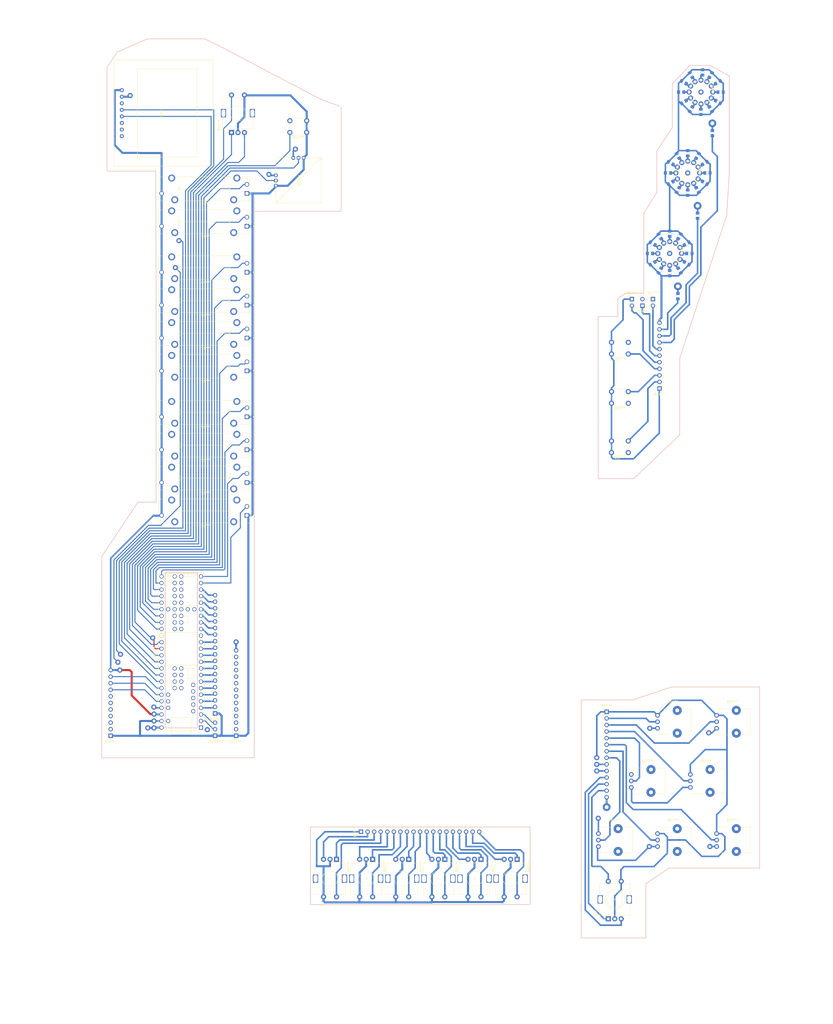
<source format=kicad_pcb>
(kicad_pcb (version 20171130) (host pcbnew "(5.0.2)-1")
  (layers (0 F.Cu signal hide) (31 B.Cu signal) (34 B.Paste user hide) (35 F.Paste user hide) (36 B.SilkS user hide) (37 F.SilkS user hide) (38 B.Mask user hide) (39 F.Mask user hide) (44 Edge.Cuts user hide))
  (net 0 "")
  (module Rotary_Encoder:RotaryEncoder_Alps_EC11E-Switch_Vertical_H20mm (layer F.Cu) (at 201.5744 63.246 90)
    (fp_text reference REF** (at 2.8 -4.7 90) (layer F.SilkS))
    (fp_text value RotaryEncoder_Alps_EC11E-Switch_Vertical_H20mm)
    (pad A thru_hole rect (at 0 0 90) (size 2 2) (drill 1) (layers *.Cu *.Mask))
    (pad C thru_hole circle (at 0 2.5 90) (size 2 2) (drill 1) (layers *.Cu *.Mask))
    (pad B thru_hole circle (at 0 5 90) (size 2 2) (drill 1) (layers *.Cu *.Mask))
    (pad MP thru_hole rect (at 7.5 -3.1 90) (size 3.2 2) (drill oval 2.8 1.5) (layers *.Cu *.Mask))
    (pad MP thru_hole rect (at 7.5 8.1 90) (size 3.2 2) (drill oval 2.8 1.5) (layers *.Cu *.Mask))
    (pad S2 thru_hole circle (at 14.5 0 90) (size 2 2) (drill 1) (layers *.Cu *.Mask))
    (pad S1 thru_hole circle (at 14.5 5 90) (size 2 2) (drill 1) (layers *.Cu *.Mask))
  )
  (module rotSw (layer F.Cu) (at 237.4222 -256.3112 90)
    (fp_text reference REF** (at 2.29 4.91 90) (layer F.SilkS))
    (fp_text value rotSw)
    (pad 1 thru_hole circle (at 0 -4.6 90) (size 2 2) (drill 1) (layers *.Cu *.Mask))
    (pad 2 thru_hole circle (at 2.3 -4 90) (size 2 2) (drill 1) (layers *.Cu *.Mask))
    (pad 3 thru_hole circle (at 4 -2.3 90) (size 2 2) (drill 1) (layers *.Cu *.Mask))
    (pad 4 thru_hole circle (at 4.6 0 90) (size 2 2) (drill 1) (layers *.Cu *.Mask))
    (pad 5 thru_hole circle (at 4 2.3 90) (size 2 2) (drill 1) (layers *.Cu *.Mask))
    (pad 6 thru_hole circle (at 2.3 4 90) (size 2 2) (drill 1) (layers *.Cu *.Mask))
    (pad 7 thru_hole circle (at 0 4.6 90) (size 2 2) (drill 1) (layers *.Cu *.Mask))
    (pad 8 thru_hole circle (at -2.3 4 90) (size 2 2) (drill 1) (layers *.Cu *.Mask))
    (pad 9 thru_hole circle (at -4 2.3 90) (size 2 2) (drill 1) (layers *.Cu *.Mask))
    (pad 10 thru_hole circle (at -4.6 0 90) (size 2 2) (drill 1) (layers *.Cu *.Mask))
    (pad 11 thru_hole circle (at -4 -2.3 90) (size 2 2) (drill 1) (layers *.Cu *.Mask))
    (pad 12 thru_hole circle (at -2.3 -4 90) (size 2 2) (drill 1) (layers *.Cu *.Mask))
    (pad 13 thru_hole circle (at 0 0 90) (size 2 2) (drill 1) (layers *.Cu *.Mask))
  )
  (module rotSw (layer F.Cu) (at 232.3084 -225.044 90)
    (fp_text reference REF** (at 2.29 4.91 90) (layer F.SilkS))
    (fp_text value rotSw)
    (pad 13 thru_hole circle (at 0 0 90) (size 2 2) (drill 1) (layers *.Cu *.Mask))
    (pad 12 thru_hole circle (at -2.3 -4 90) (size 2 2) (drill 1) (layers *.Cu *.Mask))
    (pad 11 thru_hole circle (at -4 -2.3 90) (size 2 2) (drill 1) (layers *.Cu *.Mask))
    (pad 10 thru_hole circle (at -4.6 0 90) (size 2 2) (drill 1) (layers *.Cu *.Mask))
    (pad 9 thru_hole circle (at -4 2.3 90) (size 2 2) (drill 1) (layers *.Cu *.Mask))
    (pad 8 thru_hole circle (at -2.3 4 90) (size 2 2) (drill 1) (layers *.Cu *.Mask))
    (pad 7 thru_hole circle (at 0 4.6 90) (size 2 2) (drill 1) (layers *.Cu *.Mask))
    (pad 6 thru_hole circle (at 2.3 4 90) (size 2 2) (drill 1) (layers *.Cu *.Mask))
    (pad 5 thru_hole circle (at 4 2.3 90) (size 2 2) (drill 1) (layers *.Cu *.Mask))
    (pad 4 thru_hole circle (at 4.6 0 90) (size 2 2) (drill 1) (layers *.Cu *.Mask))
    (pad 3 thru_hole circle (at 4 -2.3 90) (size 2 2) (drill 1) (layers *.Cu *.Mask))
    (pad 2 thru_hole circle (at 2.3 -4 90) (size 2 2) (drill 1) (layers *.Cu *.Mask))
    (pad 1 thru_hole circle (at 0 -4.6 90) (size 2 2) (drill 1) (layers *.Cu *.Mask))
  )
  (module rotSw (layer F.Cu) (at 225.3234 -193.929 90)
    (fp_text reference REF** (at 2.29 4.91 90) (layer F.SilkS))
    (fp_text value rotSw)
    (pad 1 thru_hole circle (at 0 -4.6 90) (size 2 2) (drill 1) (layers *.Cu *.Mask))
    (pad 2 thru_hole circle (at 2.3 -4 90) (size 2 2) (drill 1) (layers *.Cu *.Mask))
    (pad 3 thru_hole circle (at 4 -2.3 90) (size 2 2) (drill 1) (layers *.Cu *.Mask))
    (pad 4 thru_hole circle (at 4.6 0 90) (size 2 2) (drill 1) (layers *.Cu *.Mask))
    (pad 5 thru_hole circle (at 4 2.3 90) (size 2 2) (drill 1) (layers *.Cu *.Mask))
    (pad 6 thru_hole circle (at 2.3 4 90) (size 2 2) (drill 1) (layers *.Cu *.Mask))
    (pad 7 thru_hole circle (at 0 4.6 90) (size 2 2) (drill 1) (layers *.Cu *.Mask))
    (pad 8 thru_hole circle (at -2.3 4 90) (size 2 2) (drill 1) (layers *.Cu *.Mask))
    (pad 9 thru_hole circle (at -4 2.3 90) (size 2 2) (drill 1) (layers *.Cu *.Mask))
    (pad 10 thru_hole circle (at -4.6 0 90) (size 2 2) (drill 1) (layers *.Cu *.Mask))
    (pad 11 thru_hole circle (at -4 -2.3 90) (size 2 2) (drill 1) (layers *.Cu *.Mask))
    (pad 12 thru_hole circle (at -2.3 -4 90) (size 2 2) (drill 1) (layers *.Cu *.Mask))
    (pad 13 thru_hole circle (at 0 0 90) (size 2 2) (drill 1) (layers *.Cu *.Mask))
  )
  (module Rotary_Encoder:RotaryEncoder_Alps_EC11E-Switch_Vertical_H20mm (layer F.Cu) (at 96.457537 40.235194 270)
    (fp_text reference REF** (at 2.8 -4.7 270) (layer F.SilkS))
    (fp_text value RotaryEncoder_Alps_EC11E-Switch_Vertical_H20mm)
    (pad A thru_hole rect (at 0 0 270) (size 2 2) (drill 1) (layers *.Cu *.Mask))
    (pad C thru_hole circle (at 0 2.5 270) (size 2 2) (drill 1) (layers *.Cu *.Mask))
    (pad B thru_hole circle (at 0 5 270) (size 2 2) (drill 1) (layers *.Cu *.Mask))
    (pad MP thru_hole rect (at 7.5 -3.1 270) (size 3.2 2) (drill oval 2.8 1.5) (layers *.Cu *.Mask))
    (pad MP thru_hole rect (at 7.5 8.1 270) (size 3.2 2) (drill oval 2.8 1.5) (layers *.Cu *.Mask))
    (pad S2 thru_hole circle (at 14.5 0 270) (size 2 2) (drill 1) (layers *.Cu *.Mask))
    (pad S1 thru_hole circle (at 14.5 5 270) (size 2 2) (drill 1) (layers *.Cu *.Mask))
  )
  (module Rotary_Encoder:RotaryEncoder_Alps_EC11E-Switch_Vertical_H20mm (layer F.Cu) (at 110.427537 40.235194 270)
    (fp_text reference REF** (at 2.8 -4.7 270) (layer F.SilkS))
    (fp_text value RotaryEncoder_Alps_EC11E-Switch_Vertical_H20mm)
    (pad S1 thru_hole circle (at 14.5 5 270) (size 2 2) (drill 1) (layers *.Cu *.Mask))
    (pad S2 thru_hole circle (at 14.5 0 270) (size 2 2) (drill 1) (layers *.Cu *.Mask))
    (pad MP thru_hole rect (at 7.5 8.1 270) (size 3.2 2) (drill oval 2.8 1.5) (layers *.Cu *.Mask))
    (pad MP thru_hole rect (at 7.5 -3.1 270) (size 3.2 2) (drill oval 2.8 1.5) (layers *.Cu *.Mask))
    (pad B thru_hole circle (at 0 5 270) (size 2 2) (drill 1) (layers *.Cu *.Mask))
    (pad C thru_hole circle (at 0 2.5 270) (size 2 2) (drill 1) (layers *.Cu *.Mask))
    (pad A thru_hole rect (at 0 0 270) (size 2 2) (drill 1) (layers *.Cu *.Mask))
  )
  (module Rotary_Encoder:RotaryEncoder_Alps_EC11E-Switch_Vertical_H20mm (layer F.Cu) (at 124.397537 40.235194 270)
    (fp_text reference REF** (at 2.8 -4.7 270) (layer F.SilkS))
    (fp_text value RotaryEncoder_Alps_EC11E-Switch_Vertical_H20mm)
    (pad A thru_hole rect (at 0 0 270) (size 2 2) (drill 1) (layers *.Cu *.Mask))
    (pad C thru_hole circle (at 0 2.5 270) (size 2 2) (drill 1) (layers *.Cu *.Mask))
    (pad B thru_hole circle (at 0 5 270) (size 2 2) (drill 1) (layers *.Cu *.Mask))
    (pad MP thru_hole rect (at 7.5 -3.1 270) (size 3.2 2) (drill oval 2.8 1.5) (layers *.Cu *.Mask))
    (pad MP thru_hole rect (at 7.5 8.1 270) (size 3.2 2) (drill oval 2.8 1.5) (layers *.Cu *.Mask))
    (pad S2 thru_hole circle (at 14.5 0 270) (size 2 2) (drill 1) (layers *.Cu *.Mask))
    (pad S1 thru_hole circle (at 14.5 5 270) (size 2 2) (drill 1) (layers *.Cu *.Mask))
  )
  (module Rotary_Encoder:RotaryEncoder_Alps_EC11E-Switch_Vertical_H20mm (layer F.Cu) (at 138.367537 40.235194 270)
    (fp_text reference REF** (at 2.8 -4.7 270) (layer F.SilkS))
    (fp_text value RotaryEncoder_Alps_EC11E-Switch_Vertical_H20mm)
    (pad S1 thru_hole circle (at 14.5 5 270) (size 2 2) (drill 1) (layers *.Cu *.Mask))
    (pad S2 thru_hole circle (at 14.5 0 270) (size 2 2) (drill 1) (layers *.Cu *.Mask))
    (pad MP thru_hole rect (at 7.5 8.1 270) (size 3.2 2) (drill oval 2.8 1.5) (layers *.Cu *.Mask))
    (pad MP thru_hole rect (at 7.5 -3.1 270) (size 3.2 2) (drill oval 2.8 1.5) (layers *.Cu *.Mask))
    (pad B thru_hole circle (at 0 5 270) (size 2 2) (drill 1) (layers *.Cu *.Mask))
    (pad C thru_hole circle (at 0 2.5 270) (size 2 2) (drill 1) (layers *.Cu *.Mask))
    (pad A thru_hole rect (at 0 0 270) (size 2 2) (drill 1) (layers *.Cu *.Mask))
  )
  (module Rotary_Encoder:RotaryEncoder_Alps_EC11E-Switch_Vertical_H20mm (layer F.Cu) (at 152.337537 40.235194 270)
    (fp_text reference REF** (at 2.8 -4.7 270) (layer F.SilkS))
    (fp_text value RotaryEncoder_Alps_EC11E-Switch_Vertical_H20mm)
    (pad A thru_hole rect (at 0 0 270) (size 2 2) (drill 1) (layers *.Cu *.Mask))
    (pad C thru_hole circle (at 0 2.5 270) (size 2 2) (drill 1) (layers *.Cu *.Mask))
    (pad B thru_hole circle (at 0 5 270) (size 2 2) (drill 1) (layers *.Cu *.Mask))
    (pad MP thru_hole rect (at 7.5 -3.1 270) (size 3.2 2) (drill oval 2.8 1.5) (layers *.Cu *.Mask))
    (pad MP thru_hole rect (at 7.5 8.1 270) (size 3.2 2) (drill oval 2.8 1.5) (layers *.Cu *.Mask))
    (pad S2 thru_hole circle (at 14.5 0 270) (size 2 2) (drill 1) (layers *.Cu *.Mask))
    (pad S1 thru_hole circle (at 14.5 5 270) (size 2 2) (drill 1) (layers *.Cu *.Mask))
  )
  (module Rotary_Encoder:RotaryEncoder_Alps_EC11E-Switch_Vertical_H20mm (layer F.Cu) (at 166.307537 40.235194 270)
    (fp_text reference REF** (at 2.8 -4.7 270) (layer F.SilkS))
    (fp_text value RotaryEncoder_Alps_EC11E-Switch_Vertical_H20mm)
    (pad S1 thru_hole circle (at 14.5 5 270) (size 2 2) (drill 1) (layers *.Cu *.Mask))
    (pad S2 thru_hole circle (at 14.5 0 270) (size 2 2) (drill 1) (layers *.Cu *.Mask))
    (pad MP thru_hole rect (at 7.5 8.1 270) (size 3.2 2) (drill oval 2.8 1.5) (layers *.Cu *.Mask))
    (pad MP thru_hole rect (at 7.5 -3.1 270) (size 3.2 2) (drill oval 2.8 1.5) (layers *.Cu *.Mask))
    (pad B thru_hole circle (at 0 5 270) (size 2 2) (drill 1) (layers *.Cu *.Mask))
    (pad C thru_hole circle (at 0 2.5 270) (size 2 2) (drill 1) (layers *.Cu *.Mask))
    (pad A thru_hole rect (at 0 0 270) (size 2 2) (drill 1) (layers *.Cu *.Mask))
  )
  (module Potentiometer_THT:Potentiometer_Bourns_PTV09A-1_Single_Vertical (layer F.Cu) (at 220.6244 35.306)
    (fp_text reference REF** (at 6.05 -10.15) (layer F.SilkS))
    (fp_text value Potentiometer_Bourns_PTV09A-1_Single_Vertical)
    (pad 1 thru_hole circle (at 0 0) (size 1.8 1.8) (drill 1) (layers *.Cu *.Mask))
    (pad 2 thru_hole circle (at 0 -2.5) (size 1.8 1.8) (drill 1) (layers *.Cu *.Mask))
    (pad 3 thru_hole circle (at 0 -5) (size 1.8 1.8) (drill 1) (layers *.Cu *.Mask))
    (pad 4 thru_hole circle (at 7.62 -6.9) (size 3.5 3.5) (drill 1.5) (layers *.Cu *.Mask))
    (pad 5 thru_hole circle (at 7.62 1.905) (size 3.5 3.5) (drill 1.5) (layers *.Cu *.Mask))
  )
  (module Potentiometer_THT:Potentiometer_Bourns_PTV09A-1_Single_Vertical (layer F.Cu) (at 243.4844 35.306)
    (fp_text reference REF** (at 6.05 -10.15) (layer F.SilkS))
    (fp_text value Potentiometer_Bourns_PTV09A-1_Single_Vertical)
    (pad 5 thru_hole circle (at 7.62 1.905) (size 3.5 3.5) (drill 1.5) (layers *.Cu *.Mask))
    (pad 4 thru_hole circle (at 7.62 -6.9) (size 3.5 3.5) (drill 1.5) (layers *.Cu *.Mask))
    (pad 3 thru_hole circle (at 0 -5) (size 1.8 1.8) (drill 1) (layers *.Cu *.Mask))
    (pad 2 thru_hole circle (at 0 -2.5) (size 1.8 1.8) (drill 1) (layers *.Cu *.Mask))
    (pad 1 thru_hole circle (at 0 0) (size 1.8 1.8) (drill 1) (layers *.Cu *.Mask))
  )
  (module Potentiometer_THT:Potentiometer_Bourns_PTV09A-1_Single_Vertical (layer F.Cu) (at 233.3244 12.446)
    (fp_text reference REF** (at 6.05 -10.15) (layer F.SilkS))
    (fp_text value Potentiometer_Bourns_PTV09A-1_Single_Vertical)
    (pad 1 thru_hole circle (at 0 0) (size 1.8 1.8) (drill 1) (layers *.Cu *.Mask))
    (pad 2 thru_hole circle (at 0 -2.5) (size 1.8 1.8) (drill 1) (layers *.Cu *.Mask))
    (pad 3 thru_hole circle (at 0 -5) (size 1.8 1.8) (drill 1) (layers *.Cu *.Mask))
    (pad 4 thru_hole circle (at 7.62 -6.9) (size 3.5 3.5) (drill 1.5) (layers *.Cu *.Mask))
    (pad 5 thru_hole circle (at 7.62 1.905) (size 3.5 3.5) (drill 1.5) (layers *.Cu *.Mask))
  )
  (module Potentiometer_THT:Potentiometer_Bourns_PTV09A-1_Single_Vertical (layer F.Cu) (at 243.4844 -10.414)
    (fp_text reference REF** (at 6.05 -10.15) (layer F.SilkS))
    (fp_text value Potentiometer_Bourns_PTV09A-1_Single_Vertical)
    (pad 5 thru_hole circle (at 7.62 1.905) (size 3.5 3.5) (drill 1.5) (layers *.Cu *.Mask))
    (pad 4 thru_hole circle (at 7.62 -6.9) (size 3.5 3.5) (drill 1.5) (layers *.Cu *.Mask))
    (pad 3 thru_hole circle (at 0 -5) (size 1.8 1.8) (drill 1) (layers *.Cu *.Mask))
    (pad 2 thru_hole circle (at 0 -2.5) (size 1.8 1.8) (drill 1) (layers *.Cu *.Mask))
    (pad 1 thru_hole circle (at 0 0) (size 1.8 1.8) (drill 1) (layers *.Cu *.Mask))
  )
  (module Potentiometer_THT:Potentiometer_Bourns_PTV09A-1_Single_Vertical (layer F.Cu) (at 220.6244 -10.414)
    (fp_text reference REF** (at 6.05 -10.15) (layer F.SilkS))
    (fp_text value Potentiometer_Bourns_PTV09A-1_Single_Vertical)
    (pad 1 thru_hole circle (at 0 0) (size 1.8 1.8) (drill 1) (layers *.Cu *.Mask))
    (pad 2 thru_hole circle (at 0 -2.5) (size 1.8 1.8) (drill 1) (layers *.Cu *.Mask))
    (pad 3 thru_hole circle (at 0 -5) (size 1.8 1.8) (drill 1) (layers *.Cu *.Mask))
    (pad 4 thru_hole circle (at 7.62 -6.9) (size 3.5 3.5) (drill 1.5) (layers *.Cu *.Mask))
    (pad 5 thru_hole circle (at 7.62 1.905) (size 3.5 3.5) (drill 1.5) (layers *.Cu *.Mask))
  )
  (module Potentiometer_THT:Potentiometer_Bourns_PTV09A-1_Single_Vertical (layer F.Cu) (at 210.4644 12.446)
    (fp_text reference REF** (at 6.05 -10.15) (layer F.SilkS))
    (fp_text value Potentiometer_Bourns_PTV09A-1_Single_Vertical)
    (pad 5 thru_hole circle (at 7.62 1.905) (size 3.5 3.5) (drill 1.5) (layers *.Cu *.Mask))
    (pad 4 thru_hole circle (at 7.62 -6.9) (size 3.5 3.5) (drill 1.5) (layers *.Cu *.Mask))
    (pad 3 thru_hole circle (at 0 -5) (size 1.8 1.8) (drill 1) (layers *.Cu *.Mask))
    (pad 2 thru_hole circle (at 0 -2.5) (size 1.8 1.8) (drill 1) (layers *.Cu *.Mask))
    (pad 1 thru_hole circle (at 0 0) (size 1.8 1.8) (drill 1) (layers *.Cu *.Mask))
  )
  (module Potentiometer_THT:Potentiometer_Bourns_PTV09A-1_Single_Vertical (layer F.Cu) (at 197.7644 35.306)
    (fp_text reference REF** (at 6.05 -10.15) (layer F.SilkS))
    (fp_text value Potentiometer_Bourns_PTV09A-1_Single_Vertical)
    (pad 1 thru_hole circle (at 0 0) (size 1.8 1.8) (drill 1) (layers *.Cu *.Mask))
    (pad 2 thru_hole circle (at 0 -2.5) (size 1.8 1.8) (drill 1) (layers *.Cu *.Mask))
    (pad 3 thru_hole circle (at 0 -5) (size 1.8 1.8) (drill 1) (layers *.Cu *.Mask))
    (pad 4 thru_hole circle (at 7.62 -6.9) (size 3.5 3.5) (drill 1.5) (layers *.Cu *.Mask))
    (pad 5 thru_hole circle (at 7.62 1.905) (size 3.5 3.5) (drill 1.5) (layers *.Cu *.Mask))
  )
  (module Resistor_SMD:R_0805_2012Metric_Pad1.15x1.40mm_HandSolder (layer B.Cu) (at 228.4984 -177.419 270)
    (fp_text reference "" (at 0 1.65 270) (layer B.SilkS) (effects (justify mirror)))
    (fp_text value "")
    (pad 1 smd roundrect (at -1.025 0 270) (size 1.15 1.4) (layers B.Cu B.Paste B.Mask) (roundrect_rratio 0.217391))
    (pad 2 smd roundrect (at 1.025 0 270) (size 1.15 1.4) (layers B.Cu B.Paste B.Mask) (roundrect_rratio 0.217391))
  )
  (module Resistor_SMD:R_0805_2012Metric_Pad1.15x1.40mm_HandSolder (layer B.Cu) (at 236.1184 -208.534 270)
    (fp_text reference "" (at 0 1.65 270) (layer B.SilkS) (effects (justify mirror)))
    (fp_text value "")
    (pad 2 smd roundrect (at 1.025 0 270) (size 1.15 1.4) (layers B.Cu B.Paste B.Mask) (roundrect_rratio 0.217391))
    (pad 1 smd roundrect (at -1.025 0 270) (size 1.15 1.4) (layers B.Cu B.Paste B.Mask) (roundrect_rratio 0.217391))
  )
  (module Resistor_SMD:R_0805_2012Metric_Pad1.15x1.40mm_HandSolder (layer B.Cu) (at 241.8334 -240.411 270)
    (fp_text reference "" (at 0 1.65 270) (layer B.SilkS) (effects (justify mirror)))
    (fp_text value "")
    (pad 1 smd roundrect (at -1.025 0 270) (size 1.15 1.4) (layers B.Cu B.Paste B.Mask) (roundrect_rratio 0.217391))
    (pad 2 smd roundrect (at 1.025 0 270) (size 1.15 1.4) (layers B.Cu B.Paste B.Mask) (roundrect_rratio 0.217391))
  )
  (module Connector_PinHeader_2.54mm:PinHeader_1x02_P2.54mm_Vertical (layer F.Cu) (at 218.8464 -176.276)
    (fp_text reference REF** (at 0 -2.33) (layer F.SilkS))
    (fp_text value PinHeader_1x02_P2.54mm_Vertical)
    (pad 2 thru_hole oval (at 0 2.54) (size 1.7 1.7) (drill 1) (layers *.Cu *.Mask))
    (pad 1 thru_hole rect (at 0 0) (size 1.7 1.7) (drill 1) (layers *.Cu *.Mask))
  )
  (module Connector_PinHeader_2.54mm:PinHeader_1x02_P2.54mm_Vertical (layer F.Cu) (at 214.7824 -173.736 180)
    (fp_text reference REF** (at 0 -2.33 180) (layer F.SilkS))
    (fp_text value PinHeader_1x02_P2.54mm_Vertical)
    (pad 1 thru_hole rect (at 0 0 180) (size 1.7 1.7) (drill 1) (layers *.Cu *.Mask))
    (pad 2 thru_hole oval (at 0 2.54 180) (size 1.7 1.7) (drill 1) (layers *.Cu *.Mask))
  )
  (module Connector_PinHeader_2.54mm:PinHeader_1x19_P2.54mm_Vertical (layer F.Cu) (at 105.9434 29.591 90)
    (fp_text reference REF** (at 0 -2.33 90) (layer F.SilkS))
    (fp_text value PinHeader_1x19_P2.54mm_Vertical)
    (pad S1 thru_hole oval (at 0 45.72 90) (size 1.7 1.7) (drill 1) (layers *.Cu *.Mask))
    (pad A1 thru_hole oval (at 0 43.18 90) (size 1.7 1.7) (drill 1) (layers *.Cu *.Mask))
    (pad B1 thru_hole oval (at 0 40.64 90) (size 1.7 1.7) (drill 1) (layers *.Cu *.Mask))
    (pad S2 thru_hole oval (at 0 38.1 90) (size 1.7 1.7) (drill 1) (layers *.Cu *.Mask))
    (pad A2 thru_hole oval (at 0 35.56 90) (size 1.7 1.7) (drill 1) (layers *.Cu *.Mask))
    (pad B2 thru_hole oval (at 0 33.02 90) (size 1.7 1.7) (drill 1) (layers *.Cu *.Mask))
    (pad S3 thru_hole oval (at 0 30.48 90) (size 1.7 1.7) (drill 1) (layers *.Cu *.Mask))
    (pad A3 thru_hole oval (at 0 27.94 90) (size 1.7 1.7) (drill 1) (layers *.Cu *.Mask))
    (pad B3 thru_hole oval (at 0 25.4 90) (size 1.7 1.7) (drill 1) (layers *.Cu *.Mask))
    (pad S4 thru_hole oval (at 0 22.86 90) (size 1.7 1.7) (drill 1) (layers *.Cu *.Mask))
    (pad A4 thru_hole oval (at 0 20.32 90) (size 1.7 1.7) (drill 1) (layers *.Cu *.Mask))
    (pad B4 thru_hole oval (at 0 17.78 90) (size 1.7 1.7) (drill 1) (layers *.Cu *.Mask))
    (pad S5 thru_hole oval (at 0 15.24 90) (size 1.7 1.7) (drill 1) (layers *.Cu *.Mask))
    (pad A5 thru_hole oval (at 0 12.7 90) (size 1.7 1.7) (drill 1) (layers *.Cu *.Mask))
    (pad B5 thru_hole oval (at 0 10.16 90) (size 1.7 1.7) (drill 1) (layers *.Cu *.Mask))
    (pad S6 thru_hole oval (at 0 7.62 90) (size 1.7 1.7) (drill 1) (layers *.Cu *.Mask))
    (pad A6 thru_hole oval (at 0 5.08 90) (size 1.7 1.7) (drill 1) (layers *.Cu *.Mask))
    (pad B6 thru_hole oval (at 0 2.54 90) (size 1.7 1.7) (drill 1) (layers *.Cu *.Mask))
    (pad gnd thru_hole rect (at 0 0 90) (size 1.7 1.7) (drill 1) (layers *.Cu *.Mask))
  )
  (module Resistor_SMD:R_0805_2012Metric_Pad1.15x1.40mm_HandSolder (layer B.Cu) (at 233.5784 -249.682 240)
    (fp_text reference "" (at 0 1.65 240) (layer B.SilkS) (effects (justify mirror)))
    (fp_text value "")
    (pad 2 smd roundrect (at 1.025 0 240) (size 1.15 1.4) (layers B.Cu B.Paste B.Mask) (roundrect_rratio 0.217391))
    (pad 1 smd roundrect (at -1.025 0 240) (size 1.15 1.4) (layers B.Cu B.Paste B.Mask) (roundrect_rratio 0.217391))
  )
  (module Resistor_SMD:R_0805_2012Metric_Pad1.15x1.40mm_HandSolder (layer B.Cu) (at 229.7684 -256.286 180)
    (fp_text reference "" (at 0 1.65 180) (layer B.SilkS) (effects (justify mirror)))
    (fp_text value "")
    (pad 2 smd roundrect (at 1.025 0 180) (size 1.15 1.4) (layers B.Cu B.Paste B.Mask) (roundrect_rratio 0.217391))
    (pad 1 smd roundrect (at -1.025 0 180) (size 1.15 1.4) (layers B.Cu B.Paste B.Mask) (roundrect_rratio 0.217391))
  )
  (module Resistor_SMD:R_0805_2012Metric_Pad1.15x1.40mm_HandSolder (layer B.Cu) (at 233.5784 -262.89 120)
    (fp_text reference "" (at 0 1.65 120) (layer B.SilkS) (effects (justify mirror)))
    (fp_text value "")
    (pad 2 smd roundrect (at 1.025 0 120) (size 1.15 1.4) (layers B.Cu B.Paste B.Mask) (roundrect_rratio 0.217391))
    (pad 1 smd roundrect (at -1.025 0 120) (size 1.15 1.4) (layers B.Cu B.Paste B.Mask) (roundrect_rratio 0.217391))
  )
  (module Resistor_SMD:R_0805_2012Metric_Pad1.15x1.40mm_HandSolder (layer B.Cu) (at 241.1984 -249.682 300)
    (fp_text reference "" (at 0 1.65 300) (layer B.SilkS) (effects (justify mirror)))
    (fp_text value "")
    (pad 2 smd roundrect (at 1.025 0 300) (size 1.15 1.4) (layers B.Cu B.Paste B.Mask) (roundrect_rratio 0.217391))
    (pad 1 smd roundrect (at -1.025 0 300) (size 1.15 1.4) (layers B.Cu B.Paste B.Mask) (roundrect_rratio 0.217391))
  )
  (module Resistor_SMD:R_0805_2012Metric_Pad1.15x1.40mm_HandSolder (layer B.Cu) (at 230.7844 -260.096 150)
    (fp_text reference "" (at 0 1.65 150) (layer B.SilkS) (effects (justify mirror)))
    (fp_text value "")
    (pad 1 smd roundrect (at -1.025 0 150) (size 1.15 1.4) (layers B.Cu B.Paste B.Mask) (roundrect_rratio 0.217391))
    (pad 2 smd roundrect (at 1.025 0 150) (size 1.15 1.4) (layers B.Cu B.Paste B.Mask) (roundrect_rratio 0.217391))
  )
  (module Resistor_SMD:R_0805_2012Metric_Pad1.15x1.40mm_HandSolder (layer B.Cu) (at 237.3884 -248.666 270)
    (fp_text reference "" (at 0 1.65 270) (layer B.SilkS) (effects (justify mirror)))
    (fp_text value "")
    (pad 1 smd roundrect (at -1.025 0 270) (size 1.15 1.4) (layers B.Cu B.Paste B.Mask) (roundrect_rratio 0.217391))
    (pad 2 smd roundrect (at 1.025 0 270) (size 1.15 1.4) (layers B.Cu B.Paste B.Mask) (roundrect_rratio 0.217391))
  )
  (module Resistor_SMD:R_0805_2012Metric_Pad1.15x1.40mm_HandSolder (layer B.Cu) (at 243.9924 -260.096 30)
    (fp_text reference "" (at 0 1.65 30) (layer B.SilkS) (effects (justify mirror)))
    (fp_text value "")
    (pad 1 smd roundrect (at -1.025 0 30) (size 1.15 1.4) (layers B.Cu B.Paste B.Mask) (roundrect_rratio 0.217391))
    (pad 2 smd roundrect (at 1.025 0 30) (size 1.15 1.4) (layers B.Cu B.Paste B.Mask) (roundrect_rratio 0.217391))
  )
  (module Resistor_SMD:R_0805_2012Metric_Pad1.15x1.40mm_HandSolder (layer B.Cu) (at 241.1984 -262.89 60)
    (fp_text reference "" (at 0 1.65 60) (layer B.SilkS) (effects (justify mirror)))
    (fp_text value "")
    (pad 2 smd roundrect (at 1.025 0 60) (size 1.15 1.4) (layers B.Cu B.Paste B.Mask) (roundrect_rratio 0.217391))
    (pad 1 smd roundrect (at -1.025 0 60) (size 1.15 1.4) (layers B.Cu B.Paste B.Mask) (roundrect_rratio 0.217391))
  )
  (module Resistor_SMD:R_0805_2012Metric_Pad1.15x1.40mm_HandSolder (layer B.Cu) (at 243.9924 -252.476 330)
    (fp_text reference "" (at 0 1.65 330) (layer B.SilkS) (effects (justify mirror)))
    (fp_text value "")
    (pad 1 smd roundrect (at -1.025 0 330) (size 1.15 1.4) (layers B.Cu B.Paste B.Mask) (roundrect_rratio 0.217391))
    (pad 2 smd roundrect (at 1.025 0 330) (size 1.15 1.4) (layers B.Cu B.Paste B.Mask) (roundrect_rratio 0.217391))
  )
  (module Resistor_SMD:R_0805_2012Metric_Pad1.15x1.40mm_HandSolder (layer B.Cu) (at 230.7844 -252.476 210)
    (fp_text reference "" (at 0 1.65 210) (layer B.SilkS) (effects (justify mirror)))
    (fp_text value "")
    (pad 1 smd roundrect (at -1.025 0 210) (size 1.15 1.4) (layers B.Cu B.Paste B.Mask) (roundrect_rratio 0.217391))
    (pad 2 smd roundrect (at 1.025 0 210) (size 1.15 1.4) (layers B.Cu B.Paste B.Mask) (roundrect_rratio 0.217391))
  )
  (module Resistor_SMD:R_0805_2012Metric_Pad1.15x1.40mm_HandSolder (layer B.Cu) (at 245.0084 -256.286)
    (fp_text reference "" (at 0 1.65) (layer B.SilkS) (effects (justify mirror)))
    (fp_text value "")
    (pad 2 smd roundrect (at 1.025 0) (size 1.15 1.4) (layers B.Cu B.Paste B.Mask) (roundrect_rratio 0.217391))
    (pad 1 smd roundrect (at -1.025 0) (size 1.15 1.4) (layers B.Cu B.Paste B.Mask) (roundrect_rratio 0.217391))
  )
  (module Resistor_SMD:R_0805_2012Metric_Pad1.15x1.40mm_HandSolder (layer B.Cu) (at 238.0234 -263.906 90)
    (fp_text reference "" (at 0 1.65 90) (layer B.SilkS) (effects (justify mirror)))
    (fp_text value "")
    (pad 1 smd roundrect (at -1.025 0 90) (size 1.15 1.4) (layers B.Cu B.Paste B.Mask) (roundrect_rratio 0.217391))
    (pad 2 smd roundrect (at 1.025 0 90) (size 1.15 1.4) (layers B.Cu B.Paste B.Mask) (roundrect_rratio 0.217391))
  )
  (module Resistor_SMD:R_0805_2012Metric_Pad1.15x1.40mm_HandSolder (layer B.Cu) (at 228.4984 -218.44 240)
    (fp_text reference "" (at 0 1.65 240) (layer B.SilkS) (effects (justify mirror)))
    (fp_text value "")
    (pad 1 smd roundrect (at -1.025 0 240) (size 1.15 1.4) (layers B.Cu B.Paste B.Mask) (roundrect_rratio 0.217391))
    (pad 2 smd roundrect (at 1.025 0 240) (size 1.15 1.4) (layers B.Cu B.Paste B.Mask) (roundrect_rratio 0.217391))
  )
  (module Resistor_SMD:R_0805_2012Metric_Pad1.15x1.40mm_HandSolder (layer B.Cu) (at 224.6884 -225.044 180)
    (fp_text reference "" (at 0 1.65 180) (layer B.SilkS) (effects (justify mirror)))
    (fp_text value "")
    (pad 1 smd roundrect (at -1.025 0 180) (size 1.15 1.4) (layers B.Cu B.Paste B.Mask) (roundrect_rratio 0.217391))
    (pad 2 smd roundrect (at 1.025 0 180) (size 1.15 1.4) (layers B.Cu B.Paste B.Mask) (roundrect_rratio 0.217391))
  )
  (module Resistor_SMD:R_0805_2012Metric_Pad1.15x1.40mm_HandSolder (layer B.Cu) (at 225.7044 -221.234 210)
    (fp_text reference "" (at 0 1.65 210) (layer B.SilkS) (effects (justify mirror)))
    (fp_text value "")
    (pad 2 smd roundrect (at 1.025 0 210) (size 1.15 1.4) (layers B.Cu B.Paste B.Mask) (roundrect_rratio 0.217391))
    (pad 1 smd roundrect (at -1.025 0 210) (size 1.15 1.4) (layers B.Cu B.Paste B.Mask) (roundrect_rratio 0.217391))
  )
  (module Resistor_SMD:R_0805_2012Metric_Pad1.15x1.40mm_HandSolder (layer B.Cu) (at 225.7044 -228.854 150)
    (fp_text reference "" (at 0 1.65 150) (layer B.SilkS) (effects (justify mirror)))
    (fp_text value "")
    (pad 2 smd roundrect (at 1.025 0 150) (size 1.15 1.4) (layers B.Cu B.Paste B.Mask) (roundrect_rratio 0.217391))
    (pad 1 smd roundrect (at -1.025 0 150) (size 1.15 1.4) (layers B.Cu B.Paste B.Mask) (roundrect_rratio 0.217391))
  )
  (module Resistor_SMD:R_0805_2012Metric_Pad1.15x1.40mm_HandSolder (layer B.Cu) (at 238.9124 -221.234 330)
    (fp_text reference "" (at 0 1.65 330) (layer B.SilkS) (effects (justify mirror)))
    (fp_text value "")
    (pad 2 smd roundrect (at 1.025 0 330) (size 1.15 1.4) (layers B.Cu B.Paste B.Mask) (roundrect_rratio 0.217391))
    (pad 1 smd roundrect (at -1.025 0 330) (size 1.15 1.4) (layers B.Cu B.Paste B.Mask) (roundrect_rratio 0.217391))
  )
  (module Resistor_SMD:R_0805_2012Metric_Pad1.15x1.40mm_HandSolder (layer B.Cu) (at 239.9284 -225.044)
    (fp_text reference "" (at 0 1.65) (layer B.SilkS) (effects (justify mirror)))
    (fp_text value "")
    (pad 1 smd roundrect (at -1.025 0) (size 1.15 1.4) (layers B.Cu B.Paste B.Mask) (roundrect_rratio 0.217391))
    (pad 2 smd roundrect (at 1.025 0) (size 1.15 1.4) (layers B.Cu B.Paste B.Mask) (roundrect_rratio 0.217391))
  )
  (module Resistor_SMD:R_0805_2012Metric_Pad1.15x1.40mm_HandSolder (layer B.Cu) (at 236.1184 -231.648 60)
    (fp_text reference "" (at 0 1.65 60) (layer B.SilkS) (effects (justify mirror)))
    (fp_text value "")
    (pad 1 smd roundrect (at -1.025 0 60) (size 1.15 1.4) (layers B.Cu B.Paste B.Mask) (roundrect_rratio 0.217391))
    (pad 2 smd roundrect (at 1.025 0 60) (size 1.15 1.4) (layers B.Cu B.Paste B.Mask) (roundrect_rratio 0.217391))
  )
  (module Resistor_SMD:R_0805_2012Metric_Pad1.15x1.40mm_HandSolder (layer B.Cu) (at 232.3084 -217.424 270)
    (fp_text reference "" (at 0 1.65 270) (layer B.SilkS) (effects (justify mirror)))
    (fp_text value "")
    (pad 2 smd roundrect (at 1.025 0 270) (size 1.15 1.4) (layers B.Cu B.Paste B.Mask) (roundrect_rratio 0.217391))
    (pad 1 smd roundrect (at -1.025 0 270) (size 1.15 1.4) (layers B.Cu B.Paste B.Mask) (roundrect_rratio 0.217391))
  )
  (module Resistor_SMD:R_0805_2012Metric_Pad1.15x1.40mm_HandSolder (layer B.Cu) (at 238.9124 -228.854 30)
    (fp_text reference "" (at 0 1.65 30) (layer B.SilkS) (effects (justify mirror)))
    (fp_text value "")
    (pad 2 smd roundrect (at 1.025 0 30) (size 1.15 1.4) (layers B.Cu B.Paste B.Mask) (roundrect_rratio 0.217391))
    (pad 1 smd roundrect (at -1.025 0 30) (size 1.15 1.4) (layers B.Cu B.Paste B.Mask) (roundrect_rratio 0.217391))
  )
  (module Resistor_SMD:R_0805_2012Metric_Pad1.15x1.40mm_HandSolder (layer B.Cu) (at 236.1184 -218.44 300)
    (fp_text reference "" (at 0 1.65 300) (layer B.SilkS) (effects (justify mirror)))
    (fp_text value "")
    (pad 1 smd roundrect (at -1.025 0 300) (size 1.15 1.4) (layers B.Cu B.Paste B.Mask) (roundrect_rratio 0.217391))
    (pad 2 smd roundrect (at 1.025 0 300) (size 1.15 1.4) (layers B.Cu B.Paste B.Mask) (roundrect_rratio 0.217391))
  )
  (module Resistor_SMD:R_0805_2012Metric_Pad1.15x1.40mm_HandSolder (layer B.Cu) (at 232.3084 -232.664 90)
    (fp_text reference "" (at 0 1.65 90) (layer B.SilkS) (effects (justify mirror)))
    (fp_text value "")
    (pad 2 smd roundrect (at 1.025 0 90) (size 1.15 1.4) (layers B.Cu B.Paste B.Mask) (roundrect_rratio 0.217391))
    (pad 1 smd roundrect (at -1.025 0 90) (size 1.15 1.4) (layers B.Cu B.Paste B.Mask) (roundrect_rratio 0.217391))
  )
  (module Resistor_SMD:R_0805_2012Metric_Pad1.15x1.40mm_HandSolder (layer B.Cu) (at 228.4984 -231.648 120)
    (fp_text reference "" (at 0 1.65 120) (layer B.SilkS) (effects (justify mirror)))
    (fp_text value "")
    (pad 1 smd roundrect (at -1.025 0 120) (size 1.15 1.4) (layers B.Cu B.Paste B.Mask) (roundrect_rratio 0.217391))
    (pad 2 smd roundrect (at 1.025 0 120) (size 1.15 1.4) (layers B.Cu B.Paste B.Mask) (roundrect_rratio 0.217391))
  )
  (module Resistor_SMD:R_0805_2012Metric_Pad1.15x1.40mm_HandSolder (layer B.Cu) (at 229.1334 -200.533 60)
    (fp_text reference "" (at 0 1.65 60) (layer B.SilkS) (effects (justify mirror)))
    (fp_text value "")
    (pad 2 smd roundrect (at 1.025 0 60) (size 1.15 1.4) (layers B.Cu B.Paste B.Mask) (roundrect_rratio 0.217391))
    (pad 1 smd roundrect (at -1.025 0 60) (size 1.15 1.4) (layers B.Cu B.Paste B.Mask) (roundrect_rratio 0.217391))
  )
  (module Resistor_SMD:R_0805_2012Metric_Pad1.15x1.40mm_HandSolder (layer B.Cu) (at 232.9434 -193.929)
    (fp_text reference "" (at 0 1.65) (layer B.SilkS) (effects (justify mirror)))
    (fp_text value "")
    (pad 2 smd roundrect (at 1.025 0) (size 1.15 1.4) (layers B.Cu B.Paste B.Mask) (roundrect_rratio 0.217391))
    (pad 1 smd roundrect (at -1.025 0) (size 1.15 1.4) (layers B.Cu B.Paste B.Mask) (roundrect_rratio 0.217391))
  )
  (module Resistor_SMD:R_0805_2012Metric_Pad1.15x1.40mm_HandSolder (layer B.Cu) (at 231.9274 -197.739 30)
    (fp_text reference "" (at 0 1.65 30) (layer B.SilkS) (effects (justify mirror)))
    (fp_text value "")
    (pad 1 smd roundrect (at -1.025 0 30) (size 1.15 1.4) (layers B.Cu B.Paste B.Mask) (roundrect_rratio 0.217391))
    (pad 2 smd roundrect (at 1.025 0 30) (size 1.15 1.4) (layers B.Cu B.Paste B.Mask) (roundrect_rratio 0.217391))
  )
  (module Resistor_SMD:R_0805_2012Metric_Pad1.15x1.40mm_HandSolder (layer B.Cu) (at 231.9274 -190.119 330)
    (fp_text reference "" (at 0 1.65 330) (layer B.SilkS) (effects (justify mirror)))
    (fp_text value "")
    (pad 1 smd roundrect (at -1.025 0 330) (size 1.15 1.4) (layers B.Cu B.Paste B.Mask) (roundrect_rratio 0.217391))
    (pad 2 smd roundrect (at 1.025 0 330) (size 1.15 1.4) (layers B.Cu B.Paste B.Mask) (roundrect_rratio 0.217391))
  )
  (module Resistor_SMD:R_0805_2012Metric_Pad1.15x1.40mm_HandSolder (layer B.Cu) (at 225.3234 -186.309 270)
    (fp_text reference "" (at 0 1.65 270) (layer B.SilkS) (effects (justify mirror)))
    (fp_text value "")
    (pad 1 smd roundrect (at -1.025 0 270) (size 1.15 1.4) (layers B.Cu B.Paste B.Mask) (roundrect_rratio 0.217391))
    (pad 2 smd roundrect (at 1.025 0 270) (size 1.15 1.4) (layers B.Cu B.Paste B.Mask) (roundrect_rratio 0.217391))
  )
  (module Resistor_SMD:R_0805_2012Metric_Pad1.15x1.40mm_HandSolder (layer B.Cu) (at 229.1334 -187.325 300)
    (fp_text reference "" (at 0 1.65 300) (layer B.SilkS) (effects (justify mirror)))
    (fp_text value "")
    (pad 2 smd roundrect (at 1.025 0 300) (size 1.15 1.4) (layers B.Cu B.Paste B.Mask) (roundrect_rratio 0.217391))
    (pad 1 smd roundrect (at -1.025 0 300) (size 1.15 1.4) (layers B.Cu B.Paste B.Mask) (roundrect_rratio 0.217391))
  )
  (module Resistor_SMD:R_0805_2012Metric_Pad1.15x1.40mm_HandSolder (layer B.Cu) (at 221.5134 -187.325 240)
    (fp_text reference "" (at 0 1.65 240) (layer B.SilkS) (effects (justify mirror)))
    (fp_text value "")
    (pad 2 smd roundrect (at 1.025 0 240) (size 1.15 1.4) (layers B.Cu B.Paste B.Mask) (roundrect_rratio 0.217391))
    (pad 1 smd roundrect (at -1.025 0 240) (size 1.15 1.4) (layers B.Cu B.Paste B.Mask) (roundrect_rratio 0.217391))
  )
  (module Resistor_SMD:R_0805_2012Metric_Pad1.15x1.40mm_HandSolder (layer B.Cu) (at 217.7034 -193.929 180)
    (fp_text reference "" (at 0 1.65 180) (layer B.SilkS) (effects (justify mirror)))
    (fp_text value "")
    (pad 2 smd roundrect (at 1.025 0 180) (size 1.15 1.4) (layers B.Cu B.Paste B.Mask) (roundrect_rratio 0.217391))
    (pad 1 smd roundrect (at -1.025 0 180) (size 1.15 1.4) (layers B.Cu B.Paste B.Mask) (roundrect_rratio 0.217391))
  )
  (module Resistor_SMD:R_0805_2012Metric_Pad1.15x1.40mm_HandSolder (layer B.Cu) (at 218.7194 -190.119 210)
    (fp_text reference "" (at 0 1.65 210) (layer B.SilkS) (effects (justify mirror)))
    (fp_text value "")
    (pad 1 smd roundrect (at -1.025 0 210) (size 1.15 1.4) (layers B.Cu B.Paste B.Mask) (roundrect_rratio 0.217391))
    (pad 2 smd roundrect (at 1.025 0 210) (size 1.15 1.4) (layers B.Cu B.Paste B.Mask) (roundrect_rratio 0.217391))
  )
  (module Resistor_SMD:R_0805_2012Metric_Pad1.15x1.40mm_HandSolder (layer B.Cu) (at 218.7194 -197.739 150)
    (fp_text reference "" (at 0 1.65 150) (layer B.SilkS) (effects (justify mirror)))
    (fp_text value "")
    (pad 1 smd roundrect (at -1.025 0 150) (size 1.15 1.4) (layers B.Cu B.Paste B.Mask) (roundrect_rratio 0.217391))
    (pad 2 smd roundrect (at 1.025 0 150) (size 1.15 1.4) (layers B.Cu B.Paste B.Mask) (roundrect_rratio 0.217391))
  )
  (module Resistor_SMD:R_0805_2012Metric_Pad1.15x1.40mm_HandSolder (layer B.Cu) (at 221.5134 -200.533 120)
    (fp_text reference "" (at 0 1.65 120) (layer B.SilkS) (effects (justify mirror)))
    (fp_text value "")
    (pad 2 smd roundrect (at 1.025 0 120) (size 1.15 1.4) (layers B.Cu B.Paste B.Mask) (roundrect_rratio 0.217391))
    (pad 1 smd roundrect (at -1.025 0 120) (size 1.15 1.4) (layers B.Cu B.Paste B.Mask) (roundrect_rratio 0.217391))
  )
  (module Button_Switch_THT:SW_PUSH_6mm (layer F.Cu) (at 209.3214 -116.967 180)
    (fp_text reference REF** (at 3.25 -2 180) (layer F.SilkS))
    (fp_text value SW_PUSH_6mm)
    (pad 2 thru_hole circle (at 0 4.5 270) (size 2 2) (drill 1.1) (layers *.Cu *.Mask))
    (pad 1 thru_hole circle (at 0 0 270) (size 2 2) (drill 1.1) (layers *.Cu *.Mask))
    (pad 2 thru_hole circle (at 6.5 4.5 270) (size 2 2) (drill 1.1) (layers *.Cu *.Mask))
    (pad 1 thru_hole circle (at 6.5 0 270) (size 2 2) (drill 1.1) (layers *.Cu *.Mask))
  )
  (module Button_Switch_THT:SW_PUSH_6mm (layer F.Cu) (at 209.3214 -136.017 180)
    (fp_text reference REF** (at 3.25 -2 180) (layer F.SilkS))
    (fp_text value SW_PUSH_6mm)
    (pad 2 thru_hole circle (at 0 4.5 270) (size 2 2) (drill 1.1) (layers *.Cu *.Mask))
    (pad 1 thru_hole circle (at 0 0 270) (size 2 2) (drill 1.1) (layers *.Cu *.Mask))
    (pad 2 thru_hole circle (at 6.5 4.5 270) (size 2 2) (drill 1.1) (layers *.Cu *.Mask))
    (pad 1 thru_hole circle (at 6.5 0 270) (size 2 2) (drill 1.1) (layers *.Cu *.Mask))
  )
  (module Button_Switch_THT:SW_PUSH_6mm (layer F.Cu) (at 209.3214 -155.067 180)
    (fp_text reference REF** (at 3.25 -2 180) (layer F.SilkS))
    (fp_text value SW_PUSH_6mm)
    (pad 1 thru_hole circle (at 6.5 0 270) (size 2 2) (drill 1.1) (layers *.Cu *.Mask))
    (pad 2 thru_hole circle (at 6.5 4.5 270) (size 2 2) (drill 1.1) (layers *.Cu *.Mask))
    (pad 1 thru_hole circle (at 0 0 270) (size 2 2) (drill 1.1) (layers *.Cu *.Mask))
    (pad 2 thru_hole circle (at 0 4.5 270) (size 2 2) (drill 1.1) (layers *.Cu *.Mask))
  )
  (module Resistor_SMD:R_0805_2012Metric_Pad1.15x1.40mm_HandSolder (layer B.Cu) (at 225.3234 -201.549 90)
    (fp_text reference "" (at 0 1.65 90) (layer B.SilkS) (effects (justify mirror)))
    (fp_text value "")
    (pad 1 smd roundrect (at -1.025 0 90) (size 1.15 1.4) (layers B.Cu B.Paste B.Mask) (roundrect_rratio 0.217391))
    (pad 2 smd roundrect (at 1.025 0 90) (size 1.15 1.4) (layers B.Cu B.Paste B.Mask) (roundrect_rratio 0.217391))
  )
  (module Connector_PinHeader_2.54mm:PinHeader_1x11_P2.54mm_Vertical (layer F.Cu) (at 221.3864 -141.732 180)
    (fp_text reference REF** (at 0 -2.33 180) (layer F.SilkS))
    (fp_text value PinHeader_1x11_P2.54mm_Vertical)
    (pad VDD thru_hole oval (at 0 25.4 180) (size 1.7 1.7) (drill 1) (layers *.Cu *.Mask))
    (pad RS3 thru_hole oval (at 0 22.86 180) (size 1.7 1.7) (drill 1) (layers *.Cu *.Mask))
    (pad RS2 thru_hole oval (at 0 20.32 180) (size 1.7 1.7) (drill 1) (layers *.Cu *.Mask))
    (pad RS1 thru_hole oval (at 0 17.78 180) (size 1.7 1.7) (drill 1) (layers *.Cu *.Mask))
    (pad SW6 thru_hole oval (at 0 15.24 180) (size 1.7 1.7) (drill 1) (layers *.Cu *.Mask))
    (pad SW5 thru_hole oval (at 0 12.7 180) (size 1.7 1.7) (drill 1) (layers *.Cu *.Mask))
    (pad SW4 thru_hole oval (at 0 10.16 180) (size 1.7 1.7) (drill 1) (layers *.Cu *.Mask))
    (pad SW3 thru_hole oval (at 0 7.62 180) (size 1.7 1.7) (drill 1) (layers *.Cu *.Mask))
    (pad SW2 thru_hole oval (at 0 5.08 180) (size 1.7 1.7) (drill 1) (layers *.Cu *.Mask))
    (pad SW1 thru_hole oval (at 0 2.54 180) (size 1.7 1.7) (drill 1) (layers *.Cu *.Mask))
    (pad GND thru_hole rect (at 0 0 180) (size 1.7 1.7) (drill 1) (layers *.Cu *.Mask))
  )
  (module Connector_PinHeader_2.54mm:PinHeader_1x02_P2.54mm_Vertical (layer F.Cu) (at 210.7184 -176.276)
    (fp_text reference REF** (at 0 -2.33) (layer F.SilkS))
    (fp_text value PinHeader_1x02_P2.54mm_Vertical)
    (pad 2 thru_hole oval (at 0 2.54) (size 1.7 1.7) (drill 1) (layers *.Cu *.Mask))
    (pad 1 thru_hole rect (at 0 0) (size 1.7 1.7) (drill 1) (layers *.Cu *.Mask))
  )
  (module Connector_PinHeader_2.54mm:PinHeader_1x14_P2.54mm_Vertical (layer F.Cu) (at 200.9394 -16.764)
    (fp_text reference REF** (at 0 -2.33) (layer F.SilkS))
    (fp_text value PinHeader_1x14_P2.54mm_Vertical)
    (pad VDD thru_hole oval (at 0 33.02) (size 1.7 1.7) (drill 1) (layers *.Cu *.Mask))
    (pad S thru_hole oval (at 0 30.48) (size 1.7 1.7) (drill 1) (layers *.Cu *.Mask))
    (pad A thru_hole oval (at 0 27.94) (size 1.7 1.7) (drill 1) (layers *.Cu *.Mask))
    (pad B thru_hole oval (at 0 25.4) (size 1.7 1.7) (drill 1) (layers *.Cu *.Mask))
    (pad SW1 thru_hole oval (at 0 22.86) (size 1.7 1.7) (drill 1) (layers *.Cu *.Mask))
    (pad SW2 thru_hole oval (at 0 20.32) (size 1.7 1.7) (drill 1) (layers *.Cu *.Mask))
    (pad P1 thru_hole oval (at 0 17.78) (size 1.7 1.7) (drill 1) (layers *.Cu *.Mask))
    (pad P2 thru_hole oval (at 0 15.24) (size 1.7 1.7) (drill 1) (layers *.Cu *.Mask))
    (pad P3 thru_hole oval (at 0 12.7) (size 1.7 1.7) (drill 1) (layers *.Cu *.Mask))
    (pad P4 thru_hole oval (at 0 10.16) (size 1.7 1.7) (drill 1) (layers *.Cu *.Mask))
    (pad P5 thru_hole oval (at 0 7.62) (size 1.7 1.7) (drill 1) (layers *.Cu *.Mask))
    (pad P6 thru_hole oval (at 0 5.08) (size 1.7 1.7) (drill 1) (layers *.Cu *.Mask))
    (pad P7 thru_hole oval (at 0 2.54) (size 1.7 1.7) (drill 1) (layers *.Cu *.Mask))
    (pad GND thru_hole rect (at 0 0) (size 1.7 1.7) (drill 1) (layers *.Cu *.Mask))
  )
  (module joystick (layer F.Cu) (at 81.7604 -222.126 90)
    (fp_text reference REF** (at 0 0.5 90) (layer F.SilkS))
    (fp_text value joystick)
    (pad 1 thru_hole circle (at 0 -8.75 90) (size 1.524 1.524) (drill 0.762) (layers *.Cu *.Mask))
    (pad 2 thru_hole circle (at -2 -8.75 90) (size 1.524 1.524) (drill 0.762) (layers *.Cu *.Mask))
    (pad 3 thru_hole circle (at 2 -8.75 90) (size 1.524 1.524) (drill 0.762) (layers *.Cu *.Mask))
    (pad 4 thru_hole circle (at 8.75 0 90) (size 1.524 1.524) (drill 0.762) (layers *.Cu *.Mask))
    (pad 5 thru_hole circle (at 8.75 -2 90) (size 1.524 1.524) (drill 0.762) (layers *.Cu *.Mask))
    (pad 6 thru_hole circle (at 8.75 2 90) (size 1.524 1.524) (drill 0.762) (layers *.Cu *.Mask))
  )
  (module Rotary_Encoder:RotaryEncoder_Alps_EC11E-Switch_Vertical_H20mm (layer F.Cu) (at 55.8524 -240.668 90)
    (fp_text reference REF** (at 2.8 -4.7 90) (layer F.SilkS))
    (fp_text value RotaryEncoder_Alps_EC11E-Switch_Vertical_H20mm)
    (pad S1 thru_hole circle (at 14.5 5 90) (size 2 2) (drill 1) (layers *.Cu *.Mask))
    (pad S2 thru_hole circle (at 14.5 0 90) (size 2 2) (drill 1) (layers *.Cu *.Mask))
    (pad MP thru_hole rect (at 7.5 8.1 90) (size 3.2 2) (drill oval 2.8 1.5) (layers *.Cu *.Mask))
    (pad MP thru_hole rect (at 7.5 -3.1 90) (size 3.2 2) (drill oval 2.8 1.5) (layers *.Cu *.Mask))
    (pad B thru_hole circle (at 0 5 90) (size 2 2) (drill 1) (layers *.Cu *.Mask))
    (pad C thru_hole circle (at 0 2.5 90) (size 2 2) (drill 1) (layers *.Cu *.Mask))
    (pad A thru_hole rect (at 0 0 90) (size 2 2) (drill 1) (layers *.Cu *.Mask))
  )
  (module Connector_PinHeader_2.54mm:PinHeader_1x11_P2.54mm_Vertical (layer F.Cu) (at 9.1164 -7.496 180)
    (fp_text reference REF** (at 0 -2.33 180) (layer F.SilkS))
    (fp_text value PinHeader_1x11_P2.54mm_Vertical)
    (pad GND thru_hole rect (at 0 0 180) (size 1.7 1.7) (drill 1) (layers *.Cu *.Mask))
    (pad SW1 thru_hole oval (at 0 2.54 180) (size 1.7 1.7) (drill 1) (layers *.Cu *.Mask))
    (pad SW2 thru_hole oval (at 0 5.08 180) (size 1.7 1.7) (drill 1) (layers *.Cu *.Mask))
    (pad SW3 thru_hole oval (at 0 7.62 180) (size 1.7 1.7) (drill 1) (layers *.Cu *.Mask))
    (pad SW4 thru_hole oval (at 0 10.16 180) (size 1.7 1.7) (drill 1) (layers *.Cu *.Mask))
    (pad SW5 thru_hole oval (at 0 12.7 180) (size 1.7 1.7) (drill 1) (layers *.Cu *.Mask))
    (pad SW6 thru_hole oval (at 0 15.24 180) (size 1.7 1.7) (drill 1) (layers *.Cu *.Mask))
    (pad RS1 thru_hole oval (at 0 17.78 180) (size 1.7 1.7) (drill 1) (layers *.Cu *.Mask))
    (pad RS2 thru_hole oval (at 0 20.32 180) (size 1.7 1.7) (drill 1) (layers *.Cu *.Mask))
    (pad RS3 thru_hole oval (at 0 22.86 180) (size 1.7 1.7) (drill 1) (layers *.Cu *.Mask))
    (pad VDD thru_hole oval (at 0 25.4 180) (size 1.7 1.7) (drill 1) (layers *.Cu *.Mask))
  )
  (module Connector_PinHeader_2.54mm:PinHeader_1x14_P2.54mm_Vertical (layer F.Cu) (at 57.6304 -7.496 180)
    (fp_text reference REF** (at 0 -2.33 180) (layer F.SilkS))
    (fp_text value PinHeader_1x14_P2.54mm_Vertical)
    (pad GND thru_hole rect (at 0 0 180) (size 1.7 1.7) (drill 1) (layers *.Cu *.Mask))
    (pad P7 thru_hole oval (at 0 2.54 180) (size 1.7 1.7) (drill 1) (layers *.Cu *.Mask))
    (pad P6 thru_hole oval (at 0 5.08 180) (size 1.7 1.7) (drill 1) (layers *.Cu *.Mask))
    (pad P5 thru_hole oval (at 0 7.62 180) (size 1.7 1.7) (drill 1) (layers *.Cu *.Mask))
    (pad P4 thru_hole oval (at 0 10.16 180) (size 1.7 1.7) (drill 1) (layers *.Cu *.Mask))
    (pad P3 thru_hole oval (at 0 12.7 180) (size 1.7 1.7) (drill 1) (layers *.Cu *.Mask))
    (pad P2 thru_hole oval (at 0 15.24 180) (size 1.7 1.7) (drill 1) (layers *.Cu *.Mask))
    (pad P1 thru_hole oval (at 0 17.78 180) (size 1.7 1.7) (drill 1) (layers *.Cu *.Mask))
    (pad SW2 thru_hole oval (at 0 20.32 180) (size 1.7 1.7) (drill 1) (layers *.Cu *.Mask))
    (pad SW1 thru_hole oval (at 0 22.86 180) (size 1.7 1.7) (drill 1) (layers *.Cu *.Mask))
    (pad B thru_hole oval (at 0 25.4 180) (size 1.7 1.7) (drill 1) (layers *.Cu *.Mask))
    (pad A thru_hole oval (at 0 27.94 180) (size 1.7 1.7) (drill 1) (layers *.Cu *.Mask))
    (pad S thru_hole oval (at 0 30.48 180) (size 1.7 1.7) (drill 1) (layers *.Cu *.Mask))
    (pad VDD thru_hole oval (at 0 33.02 180) (size 1.7 1.7) (drill 1) (layers *.Cu *.Mask))
  )
  (module Connector_PinHeader_2.54mm:PinHeader_1x19_P2.54mm_Vertical (layer F.Cu) (at 49.5024 -16.132 180)
    (fp_text reference REF** (at 0 -2.33 180) (layer F.SilkS))
    (fp_text value PinHeader_1x19_P2.54mm_Vertical)
    (pad gnd thru_hole rect (at 0 0 180) (size 1.7 1.7) (drill 1) (layers *.Cu *.Mask))
    (pad B6 thru_hole oval (at 0 2.54 180) (size 1.7 1.7) (drill 1) (layers *.Cu *.Mask))
    (pad A6 thru_hole oval (at 0 5.08 180) (size 1.7 1.7) (drill 1) (layers *.Cu *.Mask))
    (pad S6 thru_hole oval (at 0 7.62 180) (size 1.7 1.7) (drill 1) (layers *.Cu *.Mask))
    (pad B5 thru_hole oval (at 0 10.16 180) (size 1.7 1.7) (drill 1) (layers *.Cu *.Mask))
    (pad A5 thru_hole oval (at 0 12.7 180) (size 1.7 1.7) (drill 1) (layers *.Cu *.Mask))
    (pad S5 thru_hole oval (at 0 15.24 180) (size 1.7 1.7) (drill 1) (layers *.Cu *.Mask))
    (pad B4 thru_hole oval (at 0 17.78 180) (size 1.7 1.7) (drill 1) (layers *.Cu *.Mask))
    (pad A4 thru_hole oval (at 0 20.32 180) (size 1.7 1.7) (drill 1) (layers *.Cu *.Mask))
    (pad S4 thru_hole oval (at 0 22.86 180) (size 1.7 1.7) (drill 1) (layers *.Cu *.Mask))
    (pad B3 thru_hole oval (at 0 25.4 180) (size 1.7 1.7) (drill 1) (layers *.Cu *.Mask))
    (pad A3 thru_hole oval (at 0 27.94 180) (size 1.7 1.7) (drill 1) (layers *.Cu *.Mask))
    (pad S3 thru_hole oval (at 0 30.48 180) (size 1.7 1.7) (drill 1) (layers *.Cu *.Mask))
    (pad B2 thru_hole oval (at 0 33.02 180) (size 1.7 1.7) (drill 1) (layers *.Cu *.Mask))
    (pad A2 thru_hole oval (at 0 35.56 180) (size 1.7 1.7) (drill 1) (layers *.Cu *.Mask))
    (pad S2 thru_hole oval (at 0 38.1 180) (size 1.7 1.7) (drill 1) (layers *.Cu *.Mask))
    (pad B1 thru_hole oval (at 0 40.64 180) (size 1.7 1.7) (drill 1) (layers *.Cu *.Mask))
    (pad A1 thru_hole oval (at 0 43.18 180) (size 1.7 1.7) (drill 1) (layers *.Cu *.Mask))
    (pad S1 thru_hole oval (at 0 45.72 180) (size 1.7 1.7) (drill 1) (layers *.Cu *.Mask))
  )
  (module display (layer F.Cu) (at 29.4364 -248.161 270)
    (fp_text reference REF** (at 0 0.5 270) (layer F.SilkS))
    (fp_text value display)
    (pad 1 thru_hole circle (at -8.89 16.002 270) (size 1.524 1.524) (drill 0.762) (layers *.Cu *.Mask))
    (pad 2 thru_hole circle (at -6.35 16.002 270) (size 1.524 1.524) (drill 0.762) (layers *.Cu *.Mask))
    (pad 3 thru_hole circle (at -3.81 16.002 270) (size 1.524 1.524) (drill 0.762) (layers *.Cu *.Mask))
    (pad 4 thru_hole circle (at -1.27 16.002 270) (size 1.524 1.524) (drill 0.762) (layers *.Cu *.Mask))
    (pad 5 thru_hole circle (at 1.27 16.002 270) (size 1.524 1.524) (drill 0.762) (layers *.Cu *.Mask))
    (pad 6 thru_hole circle (at 3.81 16.002 270) (size 1.524 1.524) (drill 0.762) (layers *.Cu *.Mask))
    (pad 7 thru_hole circle (at 6.35 16.002 270) (size 1.524 1.524) (drill 0.762) (layers *.Cu *.Mask))
    (pad 8 thru_hole circle (at 8.89 16.002 270) (size 1.524 1.524) (drill 0.762) (layers *.Cu *.Mask))
  )
  (module Potentiometer_THT:Potentiometer_Bourns_PTA2043_Single_Slide (layer F.Cu) (at 61.817657 -217.130017 180)
    (fp_text reference REF** (at 16.5 -4 180) (layer F.SilkS))
    (fp_text value Potentiometer_Bourns_PTA2043_Single_Slide)
    (pad MP thru_hole circle (at 29.1 5.95 180) (size 2.7 2.7) (drill 1.7) (layers *.Cu *.Mask))
    (pad MP thru_hole circle (at 3.9 5.95 180) (size 2.7 2.7) (drill 1.7) (layers *.Cu *.Mask))
    (pad MP thru_hole circle (at 27.9 -2.45 180) (size 2.7 2.7) (drill 1.7) (layers *.Cu *.Mask))
    (pad MP thru_hole circle (at 5.1 -2.45 180) (size 2.7 2.7) (drill 1.7) (layers *.Cu *.Mask))
    (pad 3 thru_hole circle (at 33 0 180) (size 1.75 1.75) (drill 1.2) (layers *.Cu *.Mask))
    (pad 2 thru_hole circle (at 0 3.5 180) (size 1.75 1.75) (drill 1.2) (layers *.Cu *.Mask))
    (pad 1 thru_hole rect (at 0 0 180) (size 1.75 1.75) (drill 1.2) (layers *.Cu *.Mask))
  )
  (module Potentiometer_THT:Potentiometer_Bourns_PTA2043_Single_Slide (layer F.Cu) (at 61.817657 -173.950017 180)
    (fp_text reference REF** (at 16.5 -4 180) (layer F.SilkS))
    (fp_text value Potentiometer_Bourns_PTA2043_Single_Slide)
    (pad MP thru_hole circle (at 29.1 5.95 180) (size 2.7 2.7) (drill 1.7) (layers *.Cu *.Mask))
    (pad MP thru_hole circle (at 3.9 5.95 180) (size 2.7 2.7) (drill 1.7) (layers *.Cu *.Mask))
    (pad MP thru_hole circle (at 27.9 -2.45 180) (size 2.7 2.7) (drill 1.7) (layers *.Cu *.Mask))
    (pad MP thru_hole circle (at 5.1 -2.45 180) (size 2.7 2.7) (drill 1.7) (layers *.Cu *.Mask))
    (pad 3 thru_hole circle (at 33 0 180) (size 1.75 1.75) (drill 1.2) (layers *.Cu *.Mask))
    (pad 2 thru_hole circle (at 0 3.5 180) (size 1.75 1.75) (drill 1.2) (layers *.Cu *.Mask))
    (pad 1 thru_hole rect (at 0 0 180) (size 1.75 1.75) (drill 1.2) (layers *.Cu *.Mask))
  )
  (module Potentiometer_THT:Potentiometer_Bourns_PTA2043_Single_Slide (layer F.Cu) (at 61.817657 -130.770017 180)
    (fp_text reference REF** (at 16.5 -4 180) (layer F.SilkS))
    (fp_text value Potentiometer_Bourns_PTA2043_Single_Slide)
    (pad MP thru_hole circle (at 29.1 5.95 180) (size 2.7 2.7) (drill 1.7) (layers *.Cu *.Mask))
    (pad MP thru_hole circle (at 3.9 5.95 180) (size 2.7 2.7) (drill 1.7) (layers *.Cu *.Mask))
    (pad MP thru_hole circle (at 27.9 -2.45 180) (size 2.7 2.7) (drill 1.7) (layers *.Cu *.Mask))
    (pad MP thru_hole circle (at 5.1 -2.45 180) (size 2.7 2.7) (drill 1.7) (layers *.Cu *.Mask))
    (pad 3 thru_hole circle (at 33 0 180) (size 1.75 1.75) (drill 1.2) (layers *.Cu *.Mask))
    (pad 2 thru_hole circle (at 0 3.5 180) (size 1.75 1.75) (drill 1.2) (layers *.Cu *.Mask))
    (pad 1 thru_hole rect (at 0 0 180) (size 1.75 1.75) (drill 1.2) (layers *.Cu *.Mask))
  )
  (module Button_Switch_THT:SW_PUSH_6mm (layer F.Cu) (at 84.9354 -240.7315 180)
    (fp_text reference REF** (at 3.25 -2 180) (layer F.SilkS))
    (fp_text value SW_PUSH_6mm)
    (pad 1 thru_hole circle (at 6.5 0 270) (size 2 2) (drill 1.1) (layers *.Cu *.Mask))
    (pad 2 thru_hole circle (at 6.5 4.5 270) (size 2 2) (drill 1.1) (layers *.Cu *.Mask))
    (pad 1 thru_hole circle (at 0 0 270) (size 2 2) (drill 1.1) (layers *.Cu *.Mask))
    (pad 2 thru_hole circle (at 0 4.5 270) (size 2 2) (drill 1.1) (layers *.Cu *.Mask))
  )
  (module Potentiometer_THT:Potentiometer_Bourns_PTA2043_Single_Slide (layer F.Cu) (at 61.817657 -204.430017 180)
    (fp_text reference REF** (at 16.5 -4 180) (layer F.SilkS))
    (fp_text value Potentiometer_Bourns_PTA2043_Single_Slide)
    (pad MP thru_hole circle (at 29.1 5.95 180) (size 2.7 2.7) (drill 1.7) (layers *.Cu *.Mask))
    (pad MP thru_hole circle (at 3.9 5.95 180) (size 2.7 2.7) (drill 1.7) (layers *.Cu *.Mask))
    (pad MP thru_hole circle (at 27.9 -2.45 180) (size 2.7 2.7) (drill 1.7) (layers *.Cu *.Mask))
    (pad MP thru_hole circle (at 5.1 -2.45 180) (size 2.7 2.7) (drill 1.7) (layers *.Cu *.Mask))
    (pad 3 thru_hole circle (at 33 0 180) (size 1.75 1.75) (drill 1.2) (layers *.Cu *.Mask))
    (pad 2 thru_hole circle (at 0 3.5 180) (size 1.75 1.75) (drill 1.2) (layers *.Cu *.Mask))
    (pad 1 thru_hole rect (at 0 0 180) (size 1.75 1.75) (drill 1.2) (layers *.Cu *.Mask))
  )
  (module Teensy35_36 (layer F.Cu) (at 36.4214 -39.881 90)
    (fp_text reference REF** (at 0 -10.16 90) (layer F.SilkS))
    (fp_text value Teensy3.5/3.6)
    (pad GND thru_hole circle (at -12.7 4.62 90) (size 1.6 1.6) (drill 1.1) (layers *.Cu *.Mask))
    (pad GND thru_hole circle (at -15.24 4.62 90) (size 1.6 1.6) (drill 1.1) (layers *.Cu *.Mask))
    (pad a25 thru_hole circle (at -17.78 4.62 90) (size 1.6 1.6) (drill 1.1) (layers *.Cu *.Mask))
    (pad a26 thru_hole circle (at -20.32 4.62 90) (size 1.6 1.6) (drill 1.1) (layers *.Cu *.Mask))
    (pad " " thru_hole circle (at -22.86 4.62 90) (size 1.6 1.6) (drill 1.1) (layers *.Cu *.Mask))
    (pad d57 thru_hole circle (at -13.97 -2.54 90) (size 1.6 1.6) (drill 1.1) (layers *.Cu *.Mask))
    (pad d56 thru_hole circle (at -11.43 -2.54 90) (size 1.6 1.6) (drill 1.1) (layers *.Cu *.Mask))
    (pad d55 thru_hole circle (at -8.89 -2.54 90) (size 1.6 1.6) (drill 1.1) (layers *.Cu *.Mask))
    (pad d54 thru_hole circle (at -6.35 -2.54 90) (size 1.6 1.6) (drill 1.1) (layers *.Cu *.Mask))
    (pad 82 thru_hole circle (at 8.89 -2.54 90) (size 1.6 1.6) (drill 1.1) (layers *.Cu *.Mask))
    (pad 81 thru_hole circle (at 11.43 -2.54 90) (size 1.6 1.6) (drill 1.1) (layers *.Cu *.Mask))
    (pad 80 thru_hole circle (at 13.97 -2.54 90) (size 1.6 1.6) (drill 1.1) (layers *.Cu *.Mask))
    (pad a23 thru_hole circle (at 19.05 -2.54 90) (size 1.6 1.6) (drill 1.1) (layers *.Cu *.Mask))
    (pad a23 thru_hole circle (at 21.59 -2.54 90) (size 1.6 1.6) (drill 1.1) (layers *.Cu *.Mask))
    (pad 77 thru_hole circle (at 24.13 -2.54 90) (size 1.6 1.6) (drill 1.1) (layers *.Cu *.Mask))
    (pad 76 thru_hole circle (at 26.67 -2.54 90) (size 1.6 1.6) (drill 1.1) (layers *.Cu *.Mask))
    (pad 3.3 thru_hole circle (at 29.21 -2.54 90) (size 1.6 1.6) (drill 1.1) (layers *.Cu *.Mask))
    (pad GND thru_hole circle (at 29.21 0 90) (size 1.6 1.6) (drill 1.1) (layers *.Cu *.Mask))
    (pad 73 thru_hole circle (at 26.67 0 90) (size 1.6 1.6) (drill 1.1) (layers *.Cu *.Mask))
    (pad 72 thru_hole circle (at 24.13 0 90) (size 1.6 1.6) (drill 1.1) (layers *.Cu *.Mask))
    (pad 71 thru_hole circle (at 21.59 0 90) (size 1.6 1.6) (drill 1.1) (layers *.Cu *.Mask))
    (pad 70 thru_hole circle (at 19.05 0 90) (size 1.6 1.6) (drill 1.1) (layers *.Cu *.Mask))
    (pad 69 thru_hole circle (at 13.97 0 90) (size 1.6 1.6) (drill 1.1) (layers *.Cu *.Mask))
    (pad 68 thru_hole circle (at 11.43 0 90) (size 1.6 1.6) (drill 1.1) (layers *.Cu *.Mask))
    (pad 67 thru_hole circle (at 8.89 0 90) (size 1.6 1.6) (drill 1.1) (layers *.Cu *.Mask))
    (pad " " thru_hole circle (at -6.35 0 90) (size 1.6 1.6) (drill 1.1) (layers *.Cu *.Mask))
    (pad " " thru_hole circle (at -8.89 0 90) (size 1.6 1.6) (drill 1.1) (layers *.Cu *.Mask))
    (pad " " thru_hole circle (at -11.43 0 90) (size 1.6 1.6) (drill 1.1) (layers *.Cu *.Mask))
    (pad " " thru_hole circle (at -13.97 0 90) (size 1.6 1.6) (drill 1.1) (layers *.Cu *.Mask))
    (pad a11 thru_hole circle (at -16.51 -5.08 90) (size 1.6 1.6) (drill 1.1) (layers *.Cu *.Mask))
    (pad a10 thru_hole circle (at -19.05 -5.08 90) (size 1.6 1.6) (drill 1.1) (layers *.Cu *.Mask))
    (pad aref thru_hole circle (at -21.59 -5.08 90) (size 1.6 1.6) (drill 1.1) (layers *.Cu *.Mask))
    (pad VUSB thru_hole circle (at -26.67 -5.08 90) (size 1.6 1.6) (drill 1.1) (layers *.Cu *.Mask))
    (pad VIN thru_hole circle (at -29.21 -7.62 90) (size 1.6 1.6) (drill 1.1) (layers *.Cu *.Mask))
    (pad AGND thru_hole circle (at -26.67 -7.62 90) (size 1.6 1.6) (drill 1.1) (layers *.Cu *.Mask))
    (pad 3.3 thru_hole circle (at -24.13 -7.62 90) (size 1.6 1.6) (drill 1.1) (layers *.Cu *.Mask))
    (pad 50 thru_hole circle (at -21.59 -7.62 90) (size 1.6 1.6) (drill 1.1) (layers *.Cu *.Mask))
    (pad 49 thru_hole circle (at -19.05 -7.62 90) (size 1.6 1.6) (drill 1.1) (layers *.Cu *.Mask))
    (pad 48 thru_hole circle (at -16.51 -7.62 90) (size 1.6 1.6) (drill 1.1) (layers *.Cu *.Mask))
    (pad 47 thru_hole circle (at -13.97 -7.62 90) (size 1.6 1.6) (drill 1.1) (layers *.Cu *.Mask))
    (pad SCL thru_hole circle (at -11.43 -7.62 90) (size 1.6 1.6) (drill 1.1) (layers *.Cu *.Mask))
    (pad SDA thru_hole circle (at -8.89 -7.62 90) (size 1.6 1.6) (drill 1.1) (layers *.Cu *.Mask))
    (pad 44 thru_hole circle (at -6.35 -7.62 90) (size 1.6 1.6) (drill 1.1) (layers *.Cu *.Mask))
    (pad 43 thru_hole circle (at -3.81 -7.62 90) (size 1.6 1.6) (drill 1.1) (layers *.Cu *.Mask))
    (pad 42 thru_hole circle (at -1.27 -7.62 90) (size 1.6 1.6) (drill 1.1) (layers *.Cu *.Mask))
    (pad J2 thru_hole circle (at 1.27 -7.62 90) (size 1.6 1.6) (drill 1.1) (layers *.Cu *.Mask))
    (pad SW1 thru_hole circle (at 3.81 -7.62 90) (size 1.6 1.6) (drill 1.1) (layers *.Cu *.Mask))
    (pad GND thru_hole circle (at 6.35 -7.62 90) (size 1.6 1.6) (drill 1.1) (layers *.Cu *.Mask F.SilkS))
    (pad J1 thru_hole circle (at 8.89 -7.62 90) (size 1.6 1.6) (drill 1.1) (layers *.Cu *.Mask))
    (pad GND thru_hole rect (at -29.21 7.62 90) (size 1.6 1.6) (drill 1.1) (layers *.Cu *.Mask))
    (pad RX thru_hole circle (at -26.67 7.62 90) (size 1.6 1.6) (drill 1.1) (layers *.Cu *.Mask))
    (pad TX thru_hole circle (at -24.13 7.62 90) (size 1.6 1.6) (drill 1.1) (layers *.Cu *.Mask))
    (pad 4 thru_hole circle (at -21.59 7.62 90) (size 1.6 1.6) (drill 1.1) (layers *.Cu *.Mask))
    (pad 5 thru_hole circle (at -19.05 7.62 90) (size 1.6 1.6) (drill 1.1) (layers *.Cu *.Mask))
    (pad 6 thru_hole circle (at -16.51 7.62 90) (size 1.6 1.6) (drill 1.1) (layers *.Cu *.Mask))
    (pad 7 thru_hole circle (at -13.97 7.62 90) (size 1.6 1.6) (drill 1.1) (layers *.Cu *.Mask))
    (pad 8 thru_hole circle (at -11.43 7.62 90) (size 1.6 1.6) (drill 1.1) (layers *.Cu *.Mask))
    (pad 9 thru_hole circle (at -8.89 7.62 90) (size 1.6 1.6) (drill 1.1) (layers *.Cu *.Mask))
    (pad 10 thru_hole circle (at -6.35 7.62 90) (size 1.6 1.6) (drill 1.1) (layers *.Cu *.Mask))
    (pad 11 thru_hole circle (at -3.81 7.62 90) (size 1.6 1.6) (drill 1.1) (layers *.Cu *.Mask))
    (pad 12 thru_hole circle (at -1.27 7.62 90) (size 1.6 1.6) (drill 1.1) (layers *.Cu *.Mask))
    (pad 13 thru_hole circle (at 1.27 7.62 90) (size 1.6 1.6) (drill 1.1) (layers *.Cu *.Mask))
    (pad F10 thru_hole circle (at 11.43 -7.62 90) (size 1.6 1.6) (drill 1.1) (layers *.Cu *.Mask))
    (pad F9 thru_hole circle (at 13.97 -7.62 90) (size 1.6 1.6) (drill 1.1) (layers *.Cu *.Mask))
    (pad F8 thru_hole circle (at 16.51 -7.62 90) (size 1.6 1.6) (drill 1.1) (layers *.Cu *.Mask))
    (pad F7 thru_hole circle (at 19.05 -7.62 90) (size 1.6 1.6) (drill 1.1) (layers *.Cu *.Mask))
    (pad F6 thru_hole circle (at 21.59 -7.62 90) (size 1.6 1.6) (drill 1.1) (layers *.Cu *.Mask))
    (pad F5 thru_hole circle (at 24.13 -7.62 90) (size 1.6 1.6) (drill 1.1) (layers *.Cu *.Mask))
    (pad F4 thru_hole circle (at 26.67 -7.62 90) (size 1.6 1.6) (drill 1.1) (layers *.Cu *.Mask))
    (pad F3 thru_hole circle (at 29.21 -7.62 90) (size 1.6 1.6) (drill 1.1) (layers *.Cu *.Mask))
    (pad r thru_hole circle (at 16.51 -5.08 90) (size 1.6 1.6) (drill 1.1) (layers *.Cu *.Mask))
    (pad p thru_hole circle (at 16.51 -2.54 90) (size 1.6 1.6) (drill 1.1) (layers *.Cu *.Mask))
    (pad GND thru_hole circle (at 16.51 0 90) (size 1.6 1.6) (drill 1.1) (layers *.Cu *.Mask))
    (pad 3.3 thru_hole circle (at 16.51 2.54 90) (size 1.6 1.6) (drill 1.1) (layers *.Cu *.Mask))
    (pad VBAT thru_hole circle (at 16.51 5.08 90) (size 1.6 1.6) (drill 1.1) (layers *.Cu *.Mask))
    (pad F2 thru_hole circle (at 29.21 7.62 90) (size 1.6 1.6) (drill 1.1) (layers *.Cu *.Mask))
    (pad F1 thru_hole circle (at 26.67 7.62 90) (size 1.6 1.6) (drill 1.1) (layers *.Cu *.Mask))
    (pad 22 thru_hole circle (at 24.13 7.62 90) (size 1.6 1.6) (drill 1.1) (layers *.Cu *.Mask))
    (pad 21 thru_hole circle (at 21.59 7.62 90) (size 1.6 1.6) (drill 1.1) (layers *.Cu *.Mask))
    (pad 14 thru_hole circle (at 3.81 7.62 90) (size 1.6 1.6) (drill 1.1) (layers *.Cu *.Mask))
    (pad 3.3 thru_hole circle (at 6.35 7.62 90) (size 1.6 1.6) (drill 1.1) (layers *.Cu *.Mask))
    (pad 16 thru_hole circle (at 8.89 7.62 90) (size 1.6 1.6) (drill 1.1) (layers *.Cu *.Mask))
    (pad 20 thru_hole circle (at 19.05 7.62 90) (size 1.6 1.6) (drill 1.1) (layers *.Cu *.Mask))
    (pad 19 thru_hole circle (at 16.51 7.62 90) (size 1.6 1.6) (drill 1.1) (layers *.Cu *.Mask))
    (pad 18 thru_hole circle (at 13.97 7.62 90) (size 1.6 1.6) (drill 1.1) (layers *.Cu *.Mask))
    (pad 17 thru_hole circle (at 11.43 7.62 90) (size 1.6 1.6) (drill 1.1) (layers *.Cu *.Mask))
  )
  (module Potentiometer_THT:Potentiometer_Bourns_PTA2043_Single_Slide (layer F.Cu) (at 61.817657 -161.250017 180)
    (fp_text reference REF** (at 16.5 -4 180) (layer F.SilkS))
    (fp_text value Potentiometer_Bourns_PTA2043_Single_Slide)
    (pad MP thru_hole circle (at 29.1 5.95 180) (size 2.7 2.7) (drill 1.7) (layers *.Cu *.Mask))
    (pad MP thru_hole circle (at 3.9 5.95 180) (size 2.7 2.7) (drill 1.7) (layers *.Cu *.Mask))
    (pad MP thru_hole circle (at 27.9 -2.45 180) (size 2.7 2.7) (drill 1.7) (layers *.Cu *.Mask))
    (pad MP thru_hole circle (at 5.1 -2.45 180) (size 2.7 2.7) (drill 1.7) (layers *.Cu *.Mask))
    (pad 3 thru_hole circle (at 33 0 180) (size 1.75 1.75) (drill 1.2) (layers *.Cu *.Mask))
    (pad 2 thru_hole circle (at 0 3.5 180) (size 1.75 1.75) (drill 1.2) (layers *.Cu *.Mask))
    (pad 1 thru_hole rect (at 0 0 180) (size 1.75 1.75) (drill 1.2) (layers *.Cu *.Mask))
  )
  (module Potentiometer_THT:Potentiometer_Bourns_PTA2043_Single_Slide (layer F.Cu) (at 61.817657 -186.650017 180)
    (fp_text reference REF** (at 16.5 -4 180) (layer F.SilkS))
    (fp_text value Potentiometer_Bourns_PTA2043_Single_Slide)
    (pad 1 thru_hole rect (at 0 0 180) (size 1.75 1.75) (drill 1.2) (layers *.Cu *.Mask))
    (pad 2 thru_hole circle (at 0 3.5 180) (size 1.75 1.75) (drill 1.2) (layers *.Cu *.Mask))
    (pad 3 thru_hole circle (at 33 0 180) (size 1.75 1.75) (drill 1.2) (layers *.Cu *.Mask))
    (pad MP thru_hole circle (at 5.1 -2.45 180) (size 2.7 2.7) (drill 1.7) (layers *.Cu *.Mask))
    (pad MP thru_hole circle (at 27.9 -2.45 180) (size 2.7 2.7) (drill 1.7) (layers *.Cu *.Mask))
    (pad MP thru_hole circle (at 3.9 5.95 180) (size 2.7 2.7) (drill 1.7) (layers *.Cu *.Mask))
    (pad MP thru_hole circle (at 29.1 5.95 180) (size 2.7 2.7) (drill 1.7) (layers *.Cu *.Mask))
  )
  (module Potentiometer_THT:Potentiometer_Bourns_PTA2043_Single_Slide (layer F.Cu) (at 61.817657 -148.550017 180)
    (fp_text reference REF** (at 16.5 -4 180) (layer F.SilkS))
    (fp_text value Potentiometer_Bourns_PTA2043_Single_Slide)
    (pad 1 thru_hole rect (at 0 0 180) (size 1.75 1.75) (drill 1.2) (layers *.Cu *.Mask))
    (pad 2 thru_hole circle (at 0 3.5 180) (size 1.75 1.75) (drill 1.2) (layers *.Cu *.Mask))
    (pad 3 thru_hole circle (at 33 0 180) (size 1.75 1.75) (drill 1.2) (layers *.Cu *.Mask))
    (pad MP thru_hole circle (at 5.1 -2.45 180) (size 2.7 2.7) (drill 1.7) (layers *.Cu *.Mask))
    (pad MP thru_hole circle (at 27.9 -2.45 180) (size 2.7 2.7) (drill 1.7) (layers *.Cu *.Mask))
    (pad MP thru_hole circle (at 3.9 5.95 180) (size 2.7 2.7) (drill 1.7) (layers *.Cu *.Mask))
    (pad MP thru_hole circle (at 29.1 5.95 180) (size 2.7 2.7) (drill 1.7) (layers *.Cu *.Mask))
  )
  (module Potentiometer_THT:Potentiometer_Bourns_PTA2043_Single_Slide (layer F.Cu) (at 61.817657 -118.070017 180)
    (fp_text reference REF** (at 16.5 -4 180) (layer F.SilkS))
    (fp_text value Potentiometer_Bourns_PTA2043_Single_Slide)
    (pad 1 thru_hole rect (at 0 0 180) (size 1.75 1.75) (drill 1.2) (layers *.Cu *.Mask))
    (pad 2 thru_hole circle (at 0 3.5 180) (size 1.75 1.75) (drill 1.2) (layers *.Cu *.Mask))
    (pad 3 thru_hole circle (at 33 0 180) (size 1.75 1.75) (drill 1.2) (layers *.Cu *.Mask))
    (pad MP thru_hole circle (at 5.1 -2.45 180) (size 2.7 2.7) (drill 1.7) (layers *.Cu *.Mask))
    (pad MP thru_hole circle (at 27.9 -2.45 180) (size 2.7 2.7) (drill 1.7) (layers *.Cu *.Mask))
    (pad MP thru_hole circle (at 3.9 5.95 180) (size 2.7 2.7) (drill 1.7) (layers *.Cu *.Mask))
    (pad MP thru_hole circle (at 29.1 5.95 180) (size 2.7 2.7) (drill 1.7) (layers *.Cu *.Mask))
  )
  (module Potentiometer_THT:Potentiometer_Bourns_PTA2043_Single_Slide (layer F.Cu) (at 61.817657 -105.370017 180)
    (fp_text reference REF** (at 16.5 -4 180) (layer F.SilkS))
    (fp_text value Potentiometer_Bourns_PTA2043_Single_Slide)
    (pad 1 thru_hole rect (at 0 0 180) (size 1.75 1.75) (drill 1.2) (layers *.Cu *.Mask))
    (pad 2 thru_hole circle (at 0 3.5 180) (size 1.75 1.75) (drill 1.2) (layers *.Cu *.Mask))
    (pad 3 thru_hole circle (at 33 0 180) (size 1.75 1.75) (drill 1.2) (layers *.Cu *.Mask))
    (pad MP thru_hole circle (at 5.1 -2.45 180) (size 2.7 2.7) (drill 1.7) (layers *.Cu *.Mask))
    (pad MP thru_hole circle (at 27.9 -2.45 180) (size 2.7 2.7) (drill 1.7) (layers *.Cu *.Mask))
    (pad MP thru_hole circle (at 3.9 5.95 180) (size 2.7 2.7) (drill 1.7) (layers *.Cu *.Mask))
    (pad MP thru_hole circle (at 29.1 5.95 180) (size 2.7 2.7) (drill 1.7) (layers *.Cu *.Mask))
  )
  (module Potentiometer_THT:Potentiometer_Bourns_PTA2043_Single_Slide (layer F.Cu) (at 61.817657 -92.670017 180)
    (fp_text reference REF** (at 16.5 -4 180) (layer F.SilkS))
    (fp_text value Potentiometer_Bourns_PTA2043_Single_Slide)
    (pad MP thru_hole circle (at 29.1 5.95 180) (size 2.7 2.7) (drill 1.7) (layers *.Cu *.Mask))
    (pad MP thru_hole circle (at 3.9 5.95 180) (size 2.7 2.7) (drill 1.7) (layers *.Cu *.Mask))
    (pad MP thru_hole circle (at 27.9 -2.45 180) (size 2.7 2.7) (drill 1.7) (layers *.Cu *.Mask))
    (pad MP thru_hole circle (at 5.1 -2.45 180) (size 2.7 2.7) (drill 1.7) (layers *.Cu *.Mask))
    (pad 3 thru_hole circle (at 33 0 180) (size 1.75 1.75) (drill 1.2) (layers *.Cu *.Mask))
    (pad 2 thru_hole circle (at 0 3.5 180) (size 1.75 1.75) (drill 1.2) (layers *.Cu *.Mask))
    (pad 1 thru_hole rect (at 0 0 180) (size 1.75 1.75) (drill 1.2) (layers *.Cu *.Mask))
  )
  (module Connector_PinHeader_2.54mm:PinHeader_1x03_P2.54mm_Vertical (layer F.Cu) (at 49.5024 -7.496 180)
    (fp_text reference REF** (at 0 -2.33 180) (layer F.SilkS))
    (fp_text value PinHeader_1x03_P2.54mm_Vertical)
    (pad 3 thru_hole oval (at 0 5.08 180) (size 1.7 1.7) (drill 1) (layers *.Cu *.Mask))
    (pad 2 thru_hole oval (at 0 2.54 180) (size 1.7 1.7) (drill 1) (layers *.Cu *.Mask))
    (pad 1 thru_hole rect (at 0 0 180) (size 1.7 1.7) (drill 1) (layers *.Cu *.Mask))
  )
  (gr_line (start 240.8682 -266.6492) (end 233.2482 -266.6492) (layer B.SilkS) (width 0.2))
  (gr_line (start 215.2904 -178.5112) (end 215.2904 -181.229) (layer B.SilkS) (width 0.2))
  (gr_line (start 205.2574 -176.53) (end 208.3054 -178.562) (layer B.SilkS) (width 0.2))
  (gr_line (start 197.6882 -106.8832) (end 197.7009 -110.6805) (layer B.SilkS) (width 0.2))
  (gr_line (start 211.4042 -106.8832) (end 229.2604 -123.8885) (layer B.SilkS) (width 0.2))
  (gr_line (start 216.1044 49.631) (end 225.1044 43.631) (layer B.SilkS) (width 0.2))
  (gr_line (start 216.1044 70.631) (end 216.1044 49.631) (layer B.SilkS) (width 0.2))
  (gr_line (start 171.3584 57.741) (end 86.3584 57.741) (layer B.SilkS) (width 0.2))
  (gr_line (start 171.3584 27.741) (end 171.3584 57.741) (layer B.SilkS) (width 0.2))
  (gr_line (start 86.3584 27.741) (end 171.3584 27.741) (layer B.SilkS) (width 0.2))
  (gr_line (start 86.3584 57.741) (end 86.3584 27.741) (layer B.SilkS) (width 0.2))
  (gr_line (start 191.1044 70.631) (end 191.1044 57.631) (layer B.SilkS) (width 0.2))
  (gr_line (start 216.1044 70.631) (end 191.1044 70.631) (layer B.SilkS) (width 0.2))
  (gr_line (start 260.1044 43.631) (end 225.1044 43.631) (layer B.SilkS) (width 0.2))
  (gr_line (start 260.1044 -26.369) (end 260.1044 43.631) (layer B.SilkS) (width 0.2))
  (gr_line (start 226.1044 -26.369) (end 260.1044 -26.369) (layer B.SilkS) (width 0.2))
  (gr_line (start 211.1044 -21.369) (end 226.1044 -26.369) (layer B.SilkS) (width 0.2))
  (gr_line (start 191.1044 -21.369) (end 211.1044 -21.369) (layer B.SilkS) (width 0.2))
  (gr_line (start 191.1044 60.631) (end 191.1044 -21.369) (layer B.SilkS) (width 0.2))
  (gr_line (start 211.2772 -106.8832) (end 197.6882 -106.8832) (layer B.SilkS) (width 0.2))
  (gr_line (start 229.2314 -153.512) (end 229.1969 -123.698) (layer B.SilkS) (width 0.2))
  (gr_line (start 247.3584 -208.559) (end 229.1842 -153.3652) (layer B.SilkS) (width 0.2))
  (gr_line (start 248.3584 -224.559) (end 247.3584 -208.559) (layer B.SilkS) (width 0.2))
  (gr_line (start 248.3584 -262.559) (end 248.3584 -224.559) (layer B.SilkS) (width 0.2))
  (gr_line (start 240.8682 -266.6492) (end 248.3584 -262.559) (layer B.SilkS) (width 0.2))
  (gr_line (start 226.3584 -259.559) (end 233.2482 -266.6492) (layer B.SilkS) (width 0.2))
  (gr_line (start 226.3584 -242.559) (end 226.3584 -259.559) (layer B.SilkS) (width 0.2))
  (gr_line (start 220.3584 -233.559) (end 226.3584 -242.559) (layer B.SilkS) (width 0.2))
  (gr_line (start 220.3584 -217.559) (end 220.3584 -233.559) (layer B.SilkS) (width 0.2))
  (gr_line (start 215.3584 -209.559) (end 220.3584 -217.559) (layer B.SilkS) (width 0.2))
  (gr_line (start 215.2904 -181.229) (end 215.3584 -209.559) (layer B.SilkS) (width 0.2))
  (gr_line (start 208.3054 -178.562) (end 215.1634 -178.562) (layer B.SilkS) (width 0.2))
  (gr_line (start 205.2574 -169.545) (end 205.2574 -176.4665) (layer B.SilkS) (width 0.2))
  (gr_line (start 197.6374 -169.545) (end 205.2574 -169.545) (layer B.SilkS) (width 0.2))
  (gr_line (start 197.7074 -110.512) (end 197.6374 -169.545) (layer B.SilkS) (width 0.2))
  (gr_line (start 26.5662 -225.7582) (end 7.7702 -225.7582) (layer B.SilkS) (width 0.2))
  (gr_line (start 64.6864 -3.816) (end 64.6864 -204.816) (layer B.SilkS) (width 0.2))
  (gr_line (start 45.4384 -276.863) (end 51.0264 -274.196) (layer B.SilkS) (width 0.2))
  (gr_line (start 23.3404 -276.863) (end 45.4384 -276.863) (layer B.SilkS) (width 0.2))
  (gr_line (start 11.6564 -271.783) (end 23.3404 -276.863) (layer B.SilkS) (width 0.2))
  (gr_line (start 30.1984 -10.798) (end 30.1984 -10.544) (layer B.SilkS) (width 0.2))
  (gr_line (start 42.6444 -10.544) (end 30.1984 -10.544) (layer B.SilkS) (width 0.2))
  (gr_line (start 42.6444 -70.488) (end 42.6444 -10.544) (layer B.SilkS) (width 0.2))
  (gr_line (start 30.1984 -70.488) (end 42.6444 -70.488) (layer B.SilkS) (width 0.2))
  (gr_line (start 30.1984 -10.798) (end 30.1984 -70.488) (layer B.SilkS) (width 0.2))
  (gr_line (start 98.2704 -210.188) (end 97.7624 -210.188) (layer B.SilkS) (width 0.2))
  (gr_line (start 98.2704 -215.776) (end 98.2704 -210.188) (layer B.SilkS) (width 0.2))
  (gr_line (start 64.6027 1.0003) (end 64.6864 -5.816) (layer B.SilkS) (width 0.2))
  (gr_line (start 5.6864 1.0384) (end 64.6864 1.0384) (layer B.SilkS) (width 0.2))
  (gr_line (start 5.6864 -76.816) (end 5.6747 1.0003) (layer B.SilkS) (width 0.2))
  (gr_line (start 19.6864 -97.816) (end 5.6864 -76.816) (layer B.SilkS) (width 0.2))
  (gr_line (start 26.6864 -97.816) (end 19.6864 -97.816) (layer B.SilkS) (width 0.2))
  (gr_line (start 26.6864 -181.816) (end 26.6864 -97.816) (layer B.SilkS) (width 0.2))
  (gr_line (start 26.5662 -225.7582) (end 26.6864 -181.816) (layer B.SilkS) (width 0.2))
  (gr_line (start 7.6864 -265.816) (end 7.6864 -225.816) (layer B.SilkS) (width 0.2))
  (gr_line (start 11.6864 -271.816) (end 7.6864 -265.816) (layer B.SilkS) (width 0.2))
  (gr_line (start 89.6344 -253.876) (end 51.0264 -274.196) (layer B.SilkS) (width 0.2))
  (gr_line (start 97.6864 -250.816) (end 89.6344 -253.876) (layer B.SilkS) (width 0.2))
  (gr_line (start 98.2704 -215.776) (end 98.2704 -250.776) (layer B.SilkS) (width 0.2))
  (gr_line (start 64.7424 -210.188) (end 97.7424 -210.188) (layer B.SilkS) (width 0.2))
  (gr_line (start 64.6864 -204.816) (end 64.6864 -215.816) (layer B.SilkS) (width 0.2))
  (segment (start 220.7234 -193.929) (end 218.7284 -193.929) (width 0.6) (layer B.Cu) (net 0))
  (segment (start 220.604576 -196.229) (end 219.607076 -197.2265) (width 0.6) (layer B.Cu) (net 0))
  (segment (start 221.3234 -196.229) (end 220.604576 -196.229) (width 0.6) (layer B.Cu) (net 0))
  (segment (start 223.0234 -198.647824) (end 222.0259 -199.645324) (width 0.6) (layer B.Cu) (net 0))
  (segment (start 223.0234 -197.929) (end 223.0234 -198.647824) (width 0.6) (layer B.Cu) (net 0))
  (segment (start 225.3234 -198.529) (end 225.3234 -200.524) (width 0.6) (layer B.Cu) (net 0))
  (segment (start 227.6234 -198.647824) (end 228.6209 -199.645324) (width 0.6) (layer B.Cu) (net 0))
  (segment (start 227.6234 -197.929) (end 227.6234 -198.647824) (width 0.6) (layer B.Cu) (net 0))
  (segment (start 230.042224 -196.229) (end 231.039724 -197.2265) (width 0.6) (layer B.Cu) (net 0))
  (segment (start 229.3234 -196.229) (end 230.042224 -196.229) (width 0.6) (layer B.Cu) (net 0))
  (segment (start 229.9234 -193.929) (end 231.9184 -193.929) (width 0.6) (layer B.Cu) (net 0))
  (segment (start 230.042224 -191.629) (end 231.039724 -190.6315) (width 0.6) (layer B.Cu) (net 0))
  (segment (start 229.3234 -191.629) (end 230.042224 -191.629) (width 0.6) (layer B.Cu) (net 0))
  (segment (start 227.6234 -189.210176) (end 228.6209 -188.212676) (width 0.6) (layer B.Cu) (net 0))
  (segment (start 227.6234 -189.929) (end 227.6234 -189.210176) (width 0.6) (layer B.Cu) (net 0))
  (segment (start 225.3234 -189.329) (end 225.3234 -187.334) (width 0.6) (layer B.Cu) (net 0))
  (segment (start 223.0234 -189.210176) (end 222.0259 -188.212676) (width 0.6) (layer B.Cu) (net 0))
  (segment (start 223.0234 -189.929) (end 223.0234 -189.210176) (width 0.6) (layer B.Cu) (net 0))
  (segment (start 220.604576 -191.629) (end 219.607076 -190.6315) (width 0.6) (layer B.Cu) (net 0))
  (segment (start 221.3234 -191.629) (end 220.604576 -191.629) (width 0.6) (layer B.Cu) (net 0))
  (segment (start 217.831724 -198.2515) (end 221.0009 -201.420676) (width 0.6) (layer B.Cu) (net 0))
  (segment (start 228.492576 -202.574) (end 229.6459 -201.420676) (width 0.6) (layer B.Cu) (net 0))
  (segment (start 225.3234 -202.574) (end 228.492576 -202.574) (width 0.6) (layer B.Cu) (net 0))
  (segment (start 229.6459 -201.420676) (end 232.815076 -198.2515) (width 0.6) (layer B.Cu) (net 0))
  (segment (start 233.398221 -197.668355) (end 233.649045 -197.668355) (width 0.6) (layer B.Cu) (net 0))
  (segment (start 232.815076 -198.2515) (end 233.398221 -197.668355) (width 0.6) (layer B.Cu) (net 0))
  (segment (start 233.9684 -197.349) (end 233.9684 -193.929) (width 0.6) (layer B.Cu) (net 0))
  (segment (start 233.649045 -197.668355) (end 233.9684 -197.349) (width 0.6) (layer B.Cu) (net 0))
  (segment (start 233.9684 -190.759824) (end 232.815076 -189.6065) (width 0.6) (layer B.Cu) (net 0))
  (segment (start 233.9684 -193.929) (end 233.9684 -190.759824) (width 0.6) (layer B.Cu) (net 0))
  (segment (start 232.815076 -189.6065) (end 229.6459 -186.437324) (width 0.6) (layer B.Cu) (net 0))
  (segment (start 222.154224 -185.284) (end 221.0009 -186.437324) (width 0.6) (layer B.Cu) (net 0))
  (segment (start 225.3234 -185.284) (end 222.154224 -185.284) (width 0.6) (layer B.Cu) (net 0))
  (segment (start 221.0009 -186.437324) (end 217.831724 -189.6065) (width 0.6) (layer B.Cu) (net 0))
  (segment (start 216.6784 -190.509) (end 216.6784 -193.929) (width 0.6) (layer B.Cu) (net 0))
  (segment (start 217.831724 -189.6065) (end 217.5809 -189.6065) (width 0.6) (layer B.Cu) (net 0))
  (segment (start 217.5809 -189.6065) (end 216.6784 -190.509) (width 0.6) (layer B.Cu) (net 0))
  (segment (start 217.319224 -197.739) (end 217.831724 -198.2515) (width 0.6) (layer B.Cu) (net 0))
  (segment (start 217.0684 -197.739) (end 217.319224 -197.739) (width 0.6) (layer B.Cu) (net 0))
  (segment (start 216.6784 -193.929) (end 216.6784 -197.349) (width 0.6) (layer B.Cu) (net 0))
  (segment (start 216.6784 -197.349) (end 217.0684 -197.739) (width 0.6) (layer B.Cu) (net 0))
  (segment (start 221.9034 -202.574) (end 225.3234 -202.574) (width 0.6) (layer B.Cu) (net 0))
  (segment (start 221.5134 -202.184) (end 221.9034 -202.574) (width 0.6) (layer B.Cu) (net 0))
  (segment (start 221.0009 -201.420676) (end 221.5134 -201.933176) (width 0.6) (layer B.Cu) (net 0))
  (segment (start 221.5134 -201.933176) (end 221.5134 -202.184) (width 0.6) (layer B.Cu) (net 0))
  (segment (start 228.7434 -185.284) (end 225.3234 -185.284) (width 0.6) (layer B.Cu) (net 0))
  (segment (start 229.1334 -185.674) (end 228.7434 -185.284) (width 0.6) (layer B.Cu) (net 0))
  (segment (start 229.6459 -186.437324) (end 229.1334 -185.924824) (width 0.6) (layer B.Cu) (net 0))
  (segment (start 229.1334 -185.924824) (end 229.1334 -185.674) (width 0.6) (layer B.Cu) (net 0))
  (segment (start 234.6084 -220.325176) (end 235.6059 -219.327676) (width 0.6) (layer B.Cu) (net 0))
  (segment (start 234.6084 -221.044) (end 234.6084 -220.325176) (width 0.6) (layer B.Cu) (net 0))
  (segment (start 234.6084 -229.762824) (end 235.6059 -230.760324) (width 0.6) (layer B.Cu) (net 0))
  (segment (start 227.7084 -225.044) (end 225.7134 -225.044) (width 0.6) (layer B.Cu) (net 0))
  (segment (start 236.9084 -225.044) (end 238.9034 -225.044) (width 0.6) (layer B.Cu) (net 0))
  (segment (start 234.6084 -229.044) (end 234.6084 -229.762824) (width 0.6) (layer B.Cu) (net 0))
  (segment (start 224.304224 -228.854) (end 224.816724 -229.3665) (width 0.6) (layer B.Cu) (net 0))
  (segment (start 223.6634 -221.624) (end 223.6634 -225.044) (width 0.6) (layer B.Cu) (net 0))
  (segment (start 224.5659 -220.7215) (end 223.6634 -221.624) (width 0.6) (layer B.Cu) (net 0))
  (segment (start 224.0534 -228.854) (end 224.304224 -228.854) (width 0.6) (layer B.Cu) (net 0))
  (segment (start 223.6634 -225.044) (end 223.6634 -228.464) (width 0.6) (layer B.Cu) (net 0))
  (segment (start 224.816724 -220.7215) (end 224.5659 -220.7215) (width 0.6) (layer B.Cu) (net 0))
  (segment (start 228.8884 -233.689) (end 232.3084 -233.689) (width 0.6) (layer B.Cu) (net 0))
  (segment (start 228.4984 -233.299) (end 228.8884 -233.689) (width 0.6) (layer B.Cu) (net 0))
  (segment (start 227.9859 -232.535676) (end 228.4984 -233.048176) (width 0.6) (layer B.Cu) (net 0))
  (segment (start 237.027224 -222.744) (end 238.024724 -221.7465) (width 0.6) (layer B.Cu) (net 0))
  (segment (start 236.3084 -222.744) (end 237.027224 -222.744) (width 0.6) (layer B.Cu) (net 0))
  (segment (start 236.3084 -227.344) (end 237.027224 -227.344) (width 0.6) (layer B.Cu) (net 0))
  (segment (start 237.027224 -227.344) (end 238.024724 -228.3415) (width 0.6) (layer B.Cu) (net 0))
  (segment (start 229.139224 -216.399) (end 227.9859 -217.552324) (width 0.6) (layer B.Cu) (net 0))
  (segment (start 236.1184 -217.039824) (end 236.1184 -216.789) (width 0.6) (layer B.Cu) (net 0))
  (segment (start 240.9534 -225.044) (end 240.9534 -221.874824) (width 0.6) (layer B.Cu) (net 0))
  (segment (start 232.3084 -216.399) (end 229.139224 -216.399) (width 0.6) (layer B.Cu) (net 0))
  (segment (start 240.9534 -221.874824) (end 239.800076 -220.7215) (width 0.6) (layer B.Cu) (net 0))
  (segment (start 240.9534 -228.464) (end 240.9534 -225.044) (width 0.6) (layer B.Cu) (net 0))
  (segment (start 240.634045 -228.783355) (end 240.9534 -228.464) (width 0.6) (layer B.Cu) (net 0))
  (segment (start 228.3084 -227.344) (end 227.589576 -227.344) (width 0.6) (layer B.Cu) (net 0))
  (segment (start 227.589576 -227.344) (end 226.592076 -228.3415) (width 0.6) (layer B.Cu) (net 0))
  (segment (start 228.4984 -233.048176) (end 228.4984 -233.299) (width 0.6) (layer B.Cu) (net 0))
  (segment (start 240.383221 -228.783355) (end 240.634045 -228.783355) (width 0.6) (layer B.Cu) (net 0))
  (segment (start 239.800076 -229.3665) (end 240.383221 -228.783355) (width 0.6) (layer B.Cu) (net 0))
  (segment (start 232.3084 -220.444) (end 232.3084 -218.449) (width 0.6) (layer B.Cu) (net 0))
  (segment (start 230.0084 -229.762824) (end 229.0109 -230.760324) (width 0.6) (layer B.Cu) (net 0))
  (segment (start 227.9859 -217.552324) (end 224.816724 -220.7215) (width 0.6) (layer B.Cu) (net 0))
  (segment (start 230.0084 -229.044) (end 230.0084 -229.762824) (width 0.6) (layer B.Cu) (net 0))
  (segment (start 227.589576 -222.744) (end 226.592076 -221.7465) (width 0.6) (layer B.Cu) (net 0))
  (segment (start 236.1184 -216.789) (end 235.7284 -216.399) (width 0.6) (layer B.Cu) (net 0))
  (segment (start 228.3084 -222.744) (end 227.589576 -222.744) (width 0.6) (layer B.Cu) (net 0))
  (segment (start 236.6309 -217.552324) (end 236.1184 -217.039824) (width 0.6) (layer B.Cu) (net 0))
  (segment (start 239.800076 -220.7215) (end 236.6309 -217.552324) (width 0.6) (layer B.Cu) (net 0))
  (segment (start 223.6634 -228.464) (end 224.0534 -228.854) (width 0.6) (layer B.Cu) (net 0))
  (segment (start 235.7284 -216.399) (end 232.3084 -216.399) (width 0.6) (layer B.Cu) (net 0))
  (segment (start 224.816724 -229.3665) (end 227.9859 -232.535676) (width 0.6) (layer B.Cu) (net 0))
  (segment (start 235.477576 -233.689) (end 236.6309 -232.535676) (width 0.6) (layer B.Cu) (net 0))
  (segment (start 230.0084 -220.325176) (end 229.0109 -219.327676) (width 0.6) (layer B.Cu) (net 0))
  (segment (start 230.0084 -221.044) (end 230.0084 -220.325176) (width 0.6) (layer B.Cu) (net 0))
  (segment (start 232.3084 -233.689) (end 235.477576 -233.689) (width 0.6) (layer B.Cu) (net 0))
  (segment (start 236.6309 -232.535676) (end 239.800076 -229.3665) (width 0.6) (layer B.Cu) (net 0))
  (segment (start 232.3084 -229.644) (end 232.3084 -231.639) (width 0.6) (layer B.Cu) (net 0))
  (segment (start 229.6459 -251.9635) (end 228.7434 -252.866) (width 0.6) (layer B.Cu) (net 0))
  (segment (start 229.1334 -260.096) (end 229.384224 -260.096) (width 0.6) (layer B.Cu) (net 0))
  (segment (start 239.6884 -260.286) (end 239.6884 -261.004824) (width 0.6) (layer B.Cu) (net 0))
  (segment (start 228.7434 -256.286) (end 228.7434 -259.706) (width 0.6) (layer B.Cu) (net 0))
  (segment (start 229.896724 -251.9635) (end 229.6459 -251.9635) (width 0.6) (layer B.Cu) (net 0))
  (segment (start 235.0884 -251.567176) (end 234.0909 -250.569676) (width 0.6) (layer B.Cu) (net 0))
  (segment (start 237.3884 -264.931) (end 240.557576 -264.931) (width 0.6) (layer B.Cu) (net 0))
  (segment (start 235.0884 -252.286) (end 235.0884 -251.567176) (width 0.6) (layer B.Cu) (net 0))
  (segment (start 233.3884 -253.986) (end 232.669576 -253.986) (width 0.6) (layer B.Cu) (net 0))
  (segment (start 228.7434 -259.706) (end 229.1334 -260.096) (width 0.6) (layer B.Cu) (net 0))
  (segment (start 246.0334 -259.706) (end 246.0334 -256.286) (width 0.6) (layer B.Cu) (net 0))
  (segment (start 244.880076 -251.9635) (end 241.7109 -248.794324) (width 0.6) (layer B.Cu) (net 0))
  (segment (start 233.5784 -264.290176) (end 233.5784 -264.541) (width 0.6) (layer B.Cu) (net 0))
  (segment (start 241.7109 -248.794324) (end 241.1984 -248.281824) (width 0.6) (layer B.Cu) (net 0))
  (segment (start 241.3884 -258.586) (end 242.107224 -258.586) (width 0.6) (layer B.Cu) (net 0))
  (segment (start 246.0334 -253.116824) (end 244.880076 -251.9635) (width 0.6) (layer B.Cu) (net 0))
  (segment (start 244.880076 -260.6085) (end 245.463221 -260.025355) (width 0.6) (layer B.Cu) (net 0))
  (segment (start 233.9684 -264.931) (end 237.3884 -264.931) (width 0.6) (layer B.Cu) (net 0))
  (segment (start 233.0659 -248.794324) (end 229.896724 -251.9635) (width 0.6) (layer B.Cu) (net 0))
  (segment (start 241.7109 -263.777676) (end 244.880076 -260.6085) (width 0.6) (layer B.Cu) (net 0))
  (segment (start 246.0334 -256.286) (end 246.0334 -253.116824) (width 0.6) (layer B.Cu) (net 0))
  (segment (start 240.557576 -264.931) (end 241.7109 -263.777676) (width 0.6) (layer B.Cu) (net 0))
  (segment (start 229.896724 -260.6085) (end 233.0659 -263.777676) (width 0.6) (layer B.Cu) (net 0))
  (segment (start 237.3884 -260.886) (end 237.3884 -262.881) (width 0.6) (layer B.Cu) (net 0))
  (segment (start 242.107224 -253.986) (end 243.104724 -252.9885) (width 0.6) (layer B.Cu) (net 0))
  (segment (start 245.714045 -260.025355) (end 246.0334 -259.706) (width 0.6) (layer B.Cu) (net 0))
  (segment (start 233.5784 -264.541) (end 233.9684 -264.931) (width 0.6) (layer B.Cu) (net 0))
  (segment (start 241.1984 -248.281824) (end 241.1984 -248.031) (width 0.6) (layer B.Cu) (net 0))
  (segment (start 235.0884 -260.286) (end 235.0884 -261.004824) (width 0.6) (layer B.Cu) (net 0))
  (segment (start 241.1984 -248.031) (end 240.8084 -247.641) (width 0.6) (layer B.Cu) (net 0))
  (segment (start 234.219224 -247.641) (end 233.0659 -248.794324) (width 0.6) (layer B.Cu) (net 0))
  (segment (start 233.3884 -258.586) (end 232.669576 -258.586) (width 0.6) (layer B.Cu) (net 0))
  (segment (start 233.0659 -263.777676) (end 233.5784 -264.290176) (width 0.6) (layer B.Cu) (net 0))
  (segment (start 237.3884 -247.641) (end 234.219224 -247.641) (width 0.6) (layer B.Cu) (net 0))
  (segment (start 237.3884 -251.686) (end 237.3884 -249.691) (width 0.6) (layer B.Cu) (net 0))
  (segment (start 235.0884 -261.004824) (end 234.0909 -262.002324) (width 0.6) (layer B.Cu) (net 0))
  (segment (start 245.463221 -260.025355) (end 245.714045 -260.025355) (width 0.6) (layer B.Cu) (net 0))
  (segment (start 241.3884 -253.986) (end 242.107224 -253.986) (width 0.6) (layer B.Cu) (net 0))
  (segment (start 242.107224 -258.586) (end 243.104724 -259.5835) (width 0.6) (layer B.Cu) (net 0))
  (segment (start 232.669576 -258.586) (end 231.672076 -259.5835) (width 0.6) (layer B.Cu) (net 0))
  (segment (start 232.669576 -253.986) (end 231.672076 -252.9885) (width 0.6) (layer B.Cu) (net 0))
  (segment (start 240.8084 -247.641) (end 237.3884 -247.641) (width 0.6) (layer B.Cu) (net 0))
  (segment (start 239.6884 -251.567176) (end 240.6859 -250.569676) (width 0.6) (layer B.Cu) (net 0))
  (segment (start 239.6884 -252.286) (end 239.6884 -251.567176) (width 0.6) (layer B.Cu) (net 0))
  (segment (start 241.9884 -256.286) (end 243.9834 -256.286) (width 0.6) (layer B.Cu) (net 0))
  (segment (start 239.6884 -261.004824) (end 240.6859 -262.002324) (width 0.6) (layer B.Cu) (net 0))
  (segment (start 232.7884 -256.286) (end 230.7934 -256.286) (width 0.6) (layer B.Cu) (net 0))
  (segment (start 229.384224 -260.096) (end 229.896724 -260.6085) (width 0.6) (layer B.Cu) (net 0))
  (segment (start 88.7984 42.926) (end 93.8784 42.926) (width 0.8) (layer B.Cu) (net 0))
  (segment (start 93.957537 42.846863) (end 93.957537 40.235194) (width 0.8) (layer B.Cu) (net 0))
  (segment (start 93.8784 42.926) (end 93.957537 42.846863) (width 0.6) (layer B.Cu) (net 0))
  (segment (start 91.457537 54.735194) (end 91.457537 43.045137) (width 0.8) (layer B.Cu) (net 0))
  (segment (start 105.427537 54.735194) (end 105.427537 45.346863) (width 0.8) (layer B.Cu) (net 0))
  (segment (start 107.927537 42.846863) (end 107.927537 40.235194) (width 0.8) (layer B.Cu) (net 0))
  (segment (start 105.427537 45.346863) (end 107.927537 42.846863) (width 0.8) (layer B.Cu) (net 0))
  (segment (start 119.397537 54.735194) (end 119.397537 46.616863) (width 0.8) (layer B.Cu) (net 0))
  (segment (start 121.897537 44.116863) (end 121.897537 40.235194) (width 0.8) (layer B.Cu) (net 0))
  (segment (start 119.397537 46.616863) (end 121.897537 44.116863) (width 0.8) (layer B.Cu) (net 0))
  (segment (start 91.9734 56.896) (end 105.3084 56.896) (width 0.8) (layer B.Cu) (net 0))
  (segment (start 91.457537 56.380137) (end 91.9734 56.896) (width 0.8) (layer B.Cu) (net 0))
  (segment (start 105.3084 54.854331) (end 105.427537 54.735194) (width 0.6) (layer B.Cu) (net 0))
  (segment (start 105.3084 56.896) (end 119.2784 56.896) (width 0.8) (layer B.Cu) (net 0))
  (segment (start 119.2784 56.896) (end 119.397537 56.776863) (width 0.8) (layer B.Cu) (net 0))
  (segment (start 133.367537 54.735194) (end 133.367537 45.981863) (width 0.8) (layer B.Cu) (net 0))
  (segment (start 135.867537 43.481863) (end 135.867537 40.235194) (width 0.8) (layer B.Cu) (net 0))
  (segment (start 133.367537 45.981863) (end 135.867537 43.481863) (width 0.8) (layer B.Cu) (net 0))
  (segment (start 133.367537 56.776863) (end 146.702537 56.776863) (width 0.8) (layer B.Cu) (net 0))
  (segment (start 147.337537 54.735194) (end 147.337537 45.981863) (width 0.8) (layer B.Cu) (net 0))
  (segment (start 149.837537 43.481863) (end 149.837537 40.235194) (width 0.8) (layer B.Cu) (net 0))
  (segment (start 147.337537 45.981863) (end 149.837537 43.481863) (width 0.8) (layer B.Cu) (net 0))
  (segment (start 146.702537 56.776863) (end 160.672537 56.776863) (width 0.8) (layer B.Cu) (net 0))
  (segment (start 161.307537 54.735194) (end 161.307537 45.981863) (width 0.8) (layer B.Cu) (net 0))
  (segment (start 163.807537 43.481863) (end 163.807537 40.235194) (width 0.8) (layer B.Cu) (net 0))
  (segment (start 161.307537 45.981863) (end 163.807537 43.481863) (width 0.8) (layer B.Cu) (net 0))
  (segment (start 138.367537 54.735194) (end 138.367537 45.505137) (width 0.6) (layer B.Cu) (net 0))
  (segment (start 138.367537 45.505137) (end 140.8684 43.004274) (width 0.6) (layer B.Cu) (net 0))
  (segment (start 140.8684 43.004274) (end 140.8684 39.116) (width 0.6) (layer B.Cu) (net 0))
  (segment (start 166.307537 54.735194) (end 166.307537 45.505137) (width 0.6) (layer B.Cu) (net 0))
  (segment (start 166.307537 45.505137) (end 168.8084 43.004274) (width 0.6) (layer B.Cu) (net 0))
  (segment (start 168.8084 43.004274) (end 168.8084 37.846) (width 0.6) (layer B.Cu) (net 0))
  (segment (start 88.7984 32.766) (end 88.7984 42.926) (width 0.6) (layer B.Cu) (net 0))
  (segment (start 108.4834 31.496) (end 108.4834 28.956) (width 0.6) (layer B.Cu) (net 0))
  (segment (start 93.481674 31.496) (end 108.4834 31.496) (width 0.6) (layer B.Cu) (net 0))
  (segment (start 91.457537 40.235194) (end 91.457537 33.520137) (width 0.6) (layer B.Cu) (net 0))
  (segment (start 91.457537 33.520137) (end 93.481674 31.496) (width 0.6) (layer B.Cu) (net 0))
  (segment (start 111.0234 32.766) (end 111.0234 28.956) (width 0.6) (layer B.Cu) (net 0))
  (segment (start 97.6884 32.766) (end 111.0234 32.766) (width 0.6) (layer B.Cu) (net 0))
  (segment (start 96.457537 40.235194) (end 96.457537 33.996863) (width 0.6) (layer B.Cu) (net 0))
  (segment (start 96.457537 33.996863) (end 97.6884 32.766) (width 0.6) (layer B.Cu) (net 0))
  (segment (start 113.5634 34.036) (end 113.5634 28.956) (width 0.6) (layer B.Cu) (net 0))
  (segment (start 98.9584 34.036) (end 113.5634 34.036) (width 0.6) (layer B.Cu) (net 0))
  (segment (start 98.3234 34.671) (end 98.9584 34.036) (width 0.6) (layer B.Cu) (net 0))
  (segment (start 98.3234 43.561) (end 98.3234 34.671) (width 0.6) (layer B.Cu) (net 0))
  (segment (start 96.457537 54.735194) (end 96.457537 45.426863) (width 0.6) (layer B.Cu) (net 0))
  (segment (start 96.457537 45.426863) (end 98.3234 43.561) (width 0.6) (layer B.Cu) (net 0))
  (segment (start 105.427537 40.235194) (end 105.427537 35.425137) (width 0.6) (layer B.Cu) (net 0))
  (segment (start 105.427537 35.425137) (end 105.546674 35.306) (width 0.6) (layer B.Cu) (net 0))
  (segment (start 110.427537 45.505137) (end 112.9284 43.004274) (width 0.6) (layer B.Cu) (net 0))
  (segment (start 110.427537 54.735194) (end 110.427537 45.505137) (width 0.6) (layer B.Cu) (net 0))
  (segment (start 112.9284 43.004274) (end 112.9284 38.481) (width 0.6) (layer B.Cu) (net 0))
  (segment (start 105.427537 35.425137) (end 115.984263 35.425137) (width 0.6) (layer B.Cu) (net 0))
  (segment (start 116.1034 35.306) (end 116.1034 28.956) (width 0.6) (layer B.Cu) (net 0))
  (segment (start 115.984263 35.425137) (end 116.1034 35.306) (width 0.6) (layer B.Cu) (net 0))
  (segment (start 110.427537 38.635194) (end 110.3884 38.596057) (width 0.6) (layer B.Cu) (net 0))
  (segment (start 110.427537 40.235194) (end 110.427537 38.635194) (width 0.6) (layer B.Cu) (net 0))
  (segment (start 110.3884 38.596057) (end 110.3884 36.576) (width 0.6) (layer B.Cu) (net 0))
  (segment (start 110.3884 36.576) (end 118.0084 36.576) (width 0.6) (layer B.Cu) (net 0))
  (segment (start 118.6434 35.941) (end 118.6434 28.956) (width 0.6) (layer B.Cu) (net 0))
  (segment (start 118.0084 36.576) (end 118.6434 35.941) (width 0.6) (layer B.Cu) (net 0))
  (segment (start 112.9284 38.481) (end 118.0084 38.481) (width 0.6) (layer B.Cu) (net 0))
  (segment (start 118.0084 38.481) (end 121.1834 35.306) (width 0.6) (layer B.Cu) (net 0))
  (segment (start 121.1834 35.306) (end 121.1834 28.956) (width 0.6) (layer B.Cu) (net 0))
  (segment (start 119.397537 40.235194) (end 119.397537 39.631863) (width 0.6) (layer B.Cu) (net 0))
  (segment (start 123.7234 35.306) (end 123.7234 28.956) (width 0.6) (layer B.Cu) (net 0))
  (segment (start 119.397537 39.631863) (end 123.7234 35.306) (width 0.6) (layer B.Cu) (net 0))
  (segment (start 124.397537 40.235194) (end 124.397537 37.171863) (width 0.6) (layer B.Cu) (net 0))
  (segment (start 126.2634 35.306) (end 126.2634 28.956) (width 0.6) (layer B.Cu) (net 0))
  (segment (start 124.397537 37.171863) (end 126.2634 35.306) (width 0.6) (layer B.Cu) (net 0))
  (segment (start 128.8034 35.306) (end 128.8034 28.956) (width 0.6) (layer B.Cu) (net 0))
  (segment (start 126.8984 37.211) (end 128.8034 35.306) (width 0.6) (layer B.Cu) (net 0))
  (segment (start 126.8984 43.561) (end 126.8984 37.211) (width 0.6) (layer B.Cu) (net 0))
  (segment (start 124.397537 54.735194) (end 124.397537 46.061863) (width 0.6) (layer B.Cu) (net 0))
  (segment (start 124.397537 46.061863) (end 126.8984 43.561) (width 0.6) (layer B.Cu) (net 0))
  (segment (start 132.367538 39.235195) (end 132.367538 38.870138) (width 0.6) (layer B.Cu) (net 0))
  (segment (start 133.367537 40.235194) (end 132.367538 39.235195) (width 0.6) (layer B.Cu) (net 0))
  (segment (start 131.3434 37.846) (end 131.3434 28.956) (width 0.6) (layer B.Cu) (net 0))
  (segment (start 132.367538 38.870138) (end 131.3434 37.846) (width 0.6) (layer B.Cu) (net 0))
  (segment (start 138.367537 38.635194) (end 137.578343 37.846) (width 0.6) (layer B.Cu) (net 0))
  (segment (start 138.367537 40.235194) (end 138.367537 38.635194) (width 0.6) (layer B.Cu) (net 0))
  (segment (start 137.578343 37.846) (end 134.5184 37.846) (width 0.6) (layer B.Cu) (net 0))
  (segment (start 133.8834 37.211) (end 133.8834 28.956) (width 0.6) (layer B.Cu) (net 0))
  (segment (start 134.5184 37.846) (end 133.8834 37.211) (width 0.6) (layer B.Cu) (net 0))
  (segment (start 140.8684 39.116) (end 138.3284 36.576) (width 0.6) (layer B.Cu) (net 0))
  (segment (start 138.3284 36.576) (end 136.4234 36.576) (width 0.6) (layer B.Cu) (net 0))
  (segment (start 136.4234 36.576) (end 136.4234 28.956) (width 0.6) (layer B.Cu) (net 0))
  (segment (start 147.337537 40.235194) (end 143.892594 40.235194) (width 0.6) (layer B.Cu) (net 0))
  (segment (start 143.892594 40.235194) (end 138.9634 35.306) (width 0.6) (layer B.Cu) (net 0))
  (segment (start 138.9634 35.306) (end 138.9634 28.956) (width 0.6) (layer B.Cu) (net 0))
  (segment (start 141.5034 35.306) (end 141.5034 28.956) (width 0.6) (layer B.Cu) (net 0))
  (segment (start 141.5034 35.941) (end 141.5034 35.306) (width 0.6) (layer B.Cu) (net 0))
  (segment (start 143.4084 37.846) (end 141.5034 35.941) (width 0.6) (layer B.Cu) (net 0))
  (segment (start 151.548343 37.846) (end 143.4084 37.846) (width 0.6) (layer B.Cu) (net 0))
  (segment (start 152.337537 40.235194) (end 152.337537 38.635194) (width 0.6) (layer B.Cu) (net 0))
  (segment (start 152.337537 38.635194) (end 151.548343 37.846) (width 0.6) (layer B.Cu) (net 0))
  (segment (start 144.0434 35.941) (end 144.0434 28.956) (width 0.6) (layer B.Cu) (net 0))
  (segment (start 152.337537 45.505137) (end 154.8384 43.004274) (width 0.6) (layer B.Cu) (net 0))
  (segment (start 152.337537 54.735194) (end 152.337537 45.505137) (width 0.6) (layer B.Cu) (net 0))
  (segment (start 154.8384 43.004274) (end 154.8384 39.116) (width 0.6) (layer B.Cu) (net 0))
  (segment (start 154.8384 39.116) (end 152.2984 36.576) (width 0.6) (layer B.Cu) (net 0))
  (segment (start 152.2984 36.576) (end 144.6784 36.576) (width 0.6) (layer B.Cu) (net 0))
  (segment (start 144.6784 36.576) (end 144.0434 35.941) (width 0.6) (layer B.Cu) (net 0))
  (segment (start 161.307537 40.235194) (end 157.862594 40.235194) (width 0.6) (layer B.Cu) (net 0))
  (segment (start 157.862594 40.235194) (end 152.9334 35.306) (width 0.6) (layer B.Cu) (net 0))
  (segment (start 152.9334 35.306) (end 146.5834 35.306) (width 0.6) (layer B.Cu) (net 0))
  (segment (start 146.5834 35.306) (end 146.5834 28.956) (width 0.6) (layer B.Cu) (net 0))
  (segment (start 166.307537 38.635194) (end 165.518343 37.846) (width 0.6) (layer B.Cu) (net 0))
  (segment (start 166.307537 40.235194) (end 166.307537 38.635194) (width 0.6) (layer B.Cu) (net 0))
  (segment (start 165.518343 37.846) (end 157.3784 37.846) (width 0.6) (layer B.Cu) (net 0))
  (segment (start 157.3784 37.846) (end 153.5684 34.036) (width 0.6) (layer B.Cu) (net 0))
  (segment (start 153.5684 34.036) (end 149.1234 34.036) (width 0.6) (layer B.Cu) (net 0))
  (segment (start 149.1234 34.036) (end 149.1234 28.956) (width 0.6) (layer B.Cu) (net 0))
  (segment (start 168.8084 37.846) (end 167.5384 36.576) (width 0.6) (layer B.Cu) (net 0))
  (segment (start 167.5384 36.576) (end 158.0134 36.576) (width 0.6) (layer B.Cu) (net 0))
  (segment (start 158.0134 36.576) (end 151.6634 30.226) (width 0.6) (layer B.Cu) (net 0))
  (segment (start 151.6634 30.226) (end 151.6634 28.956) (width 0.6) (layer B.Cu) (net 0))
  (segment (start 105.3084 56.896) (end 105.3084 54.854331) (width 0.8) (layer B.Cu) (net 0))
  (segment (start 119.397537 56.776863) (end 119.397537 54.735194) (width 0.8) (layer B.Cu) (net 0))
  (segment (start 133.367537 56.776863) (end 133.367537 54.735194) (width 0.8) (layer B.Cu) (net 0))
  (segment (start 147.337537 56.776863) (end 147.337537 54.735194) (width 0.8) (layer B.Cu) (net 0))
  (segment (start 161.307537 56.141863) (end 161.307537 54.735194) (width 0.8) (layer B.Cu) (net 0))
  (segment (start 160.5534 56.896) (end 161.307537 56.141863) (width 0.8) (layer B.Cu) (net 0))
  (segment (start 133.2484 56.896) (end 133.367537 56.776863) (width 0.8) (layer B.Cu) (net 0))
  (segment (start 119.2784 56.896) (end 133.2484 56.896) (width 0.8) (layer B.Cu) (net 0))
  (segment (start 91.457537 56.141863) (end 91.3384 56.261) (width 0.8) (layer B.Cu) (net 0))
  (segment (start 91.457537 54.735194) (end 91.457537 56.141863) (width 0.8) (layer B.Cu) (net 0))
  (segment (start 105.9434 29.591) (end 91.9734 29.591) (width 0.6) (layer B.Cu) (net 0))
  (segment (start 91.9734 29.591) (end 88.7984 32.766) (width 0.6) (layer B.Cu) (net 0))
  (segment (start 202.8214 -116.967) (end 202.8214 -121.467) (width 0.6) (layer B.Cu) (net 0))
  (segment (start 202.8214 -121.467) (end 202.8214 -136.017) (width 0.6) (layer B.Cu) (net 0))
  (segment (start 202.8214 -136.017) (end 202.8214 -140.517) (width 0.6) (layer B.Cu) (net 0))
  (segment (start 202.8214 -155.552) (end 202.8214 -159.567) (width 0.6) (layer B.Cu) (net 0))
  (segment (start 209.3214 -121.467) (end 216.8864 -129.032) (width 0.6) (layer B.Cu) (net 0))
  (segment (start 216.8864 -129.032) (end 216.8864 -141.677) (width 0.6) (layer B.Cu) (net 0))
  (segment (start 219.4814 -144.272) (end 222.0214 -144.272) (width 0.6) (layer B.Cu) (net 0))
  (segment (start 216.8864 -141.677) (end 219.4814 -144.272) (width 0.6) (layer B.Cu) (net 0))
  (segment (start 209.3214 -140.517) (end 213.1864 -140.517) (width 0.6) (layer B.Cu) (net 0))
  (segment (start 213.1864 -140.517) (end 219.4814 -146.812) (width 0.6) (layer B.Cu) (net 0))
  (segment (start 219.4814 -146.812) (end 222.0214 -146.812) (width 0.6) (layer B.Cu) (net 0))
  (segment (start 209.3214 -155.067) (end 213.7664 -155.067) (width 0.6) (layer B.Cu) (net 0))
  (segment (start 219.4814 -149.352) (end 222.0214 -149.352) (width 0.6) (layer B.Cu) (net 0))
  (segment (start 213.7664 -155.067) (end 219.4814 -149.352) (width 0.6) (layer B.Cu) (net 0))
  (segment (start 222.1484 -185.278176) (end 222.154224 -185.284) (width 0.6) (layer B.Cu) (net 0))
  (segment (start 225.3234 -220.214824) (end 224.816724 -220.7215) (width 0.6) (layer B.Cu) (net 0))
  (segment (start 225.3234 -202.574) (end 225.3234 -220.214824) (width 0.6) (layer B.Cu) (net 0))
  (segment (start 228.7434 -233.834) (end 228.7434 -254.889) (width 0.6) (layer B.Cu) (net 0))
  (segment (start 228.8884 -233.689) (end 228.7434 -233.834) (width 0.6) (layer B.Cu) (net 0))
  (segment (start 228.7434 -252.866) (end 228.7434 -254.381) (width 0.6) (layer B.Cu) (net 0))
  (segment (start 228.7434 -254.381) (end 228.7434 -256.286) (width 0.6) (layer B.Cu) (net 0))
  (via (at 228.4984 -181.229) (size 3) (drill 1.5) (layers F.Cu B.Cu) (net 0))
  (via (at 241.8334 -244.221) (size 3) (drill 1.5) (layers F.Cu B.Cu) (net 0))
  (via (at 236.1184 -212.344) (size 3) (drill 1.5) (layers F.Cu B.Cu) (net 0))
  (segment (start 231.5464 -174.752) (end 225.8314 -169.037) (width 0.6) (layer B.Cu) (net 0))
  (segment (start 225.8314 -169.037) (end 225.8314 -162.687) (width 0.6) (layer B.Cu) (net 0))
  (segment (start 225.1964 -162.052) (end 221.3864 -162.052) (width 0.6) (layer B.Cu) (net 0))
  (segment (start 225.8314 -162.687) (end 225.1964 -162.052) (width 0.6) (layer B.Cu) (net 0))
  (segment (start 225.8314 -159.512) (end 221.3864 -159.512) (width 0.6) (layer B.Cu) (net 0))
  (segment (start 227.1014 -168.402) (end 227.1014 -160.782) (width 0.6) (layer B.Cu) (net 0))
  (segment (start 232.8164 -174.117) (end 227.1014 -168.402) (width 0.6) (layer B.Cu) (net 0))
  (segment (start 227.1014 -160.782) (end 225.8314 -159.512) (width 0.6) (layer B.Cu) (net 0))
  (segment (start 241.8334 -244.221) (end 241.8334 -241.436) (width 0.6) (layer B.Cu) (net 0))
  (segment (start 236.1184 -212.344) (end 236.1184 -209.169) (width 0.6) (layer B.Cu) (net 0))
  (segment (start 228.4984 -181.229) (end 228.4984 -178.444) (width 0.6) (layer B.Cu) (net 0))
  (segment (start 220.1164 -156.972) (end 222.0214 -156.972) (width 0.6) (layer B.Cu) (net 0))
  (segment (start 218.8464 -158.242) (end 220.1164 -156.972) (width 0.6) (layer B.Cu) (net 0))
  (segment (start 218.8464 -158.242) (end 218.8464 -173.482) (width 0.6) (layer B.Cu) (net 0))
  (segment (start 219.2744 -16.764) (end 220.6244 -15.414) (width 0.6) (layer B.Cu) (net 0))
  (segment (start 200.9394 -16.764) (end 219.2744 -16.764) (width 0.6) (layer B.Cu) (net 0))
  (segment (start 221.524399 -16.313999) (end 221.524399 -16.393999) (width 0.6) (layer B.Cu) (net 0))
  (segment (start 220.6244 -15.414) (end 221.524399 -16.313999) (width 0.6) (layer B.Cu) (net 0))
  (segment (start 221.524399 -16.393999) (end 226.3394 -21.209) (width 0.6) (layer B.Cu) (net 0))
  (segment (start 237.6894 -21.209) (end 243.4844 -15.414) (width 0.6) (layer B.Cu) (net 0))
  (segment (start 226.3394 -21.209) (end 237.6894 -21.209) (width 0.6) (layer B.Cu) (net 0))
  (segment (start 220.6244 -12.914) (end 217.4894 -12.914) (width 0.6) (layer B.Cu) (net 0))
  (segment (start 216.1794 -14.224) (end 200.9394 -14.224) (width 0.6) (layer B.Cu) (net 0))
  (segment (start 217.4894 -12.914) (end 216.1794 -14.224) (width 0.6) (layer B.Cu) (net 0))
  (segment (start 210.4644 9.946) (end 212.3294 9.946) (width 0.6) (layer B.Cu) (net 0))
  (segment (start 212.3294 9.946) (end 213.6394 8.636) (width 0.6) (layer B.Cu) (net 0))
  (segment (start 213.6394 8.636) (end 213.6394 -4.699) (width 0.6) (layer B.Cu) (net 0))
  (segment (start 211.7344 -6.604) (end 200.9394 -6.604) (width 0.6) (layer B.Cu) (net 0))
  (segment (start 213.6394 -4.699) (end 211.7344 -6.604) (width 0.6) (layer B.Cu) (net 0))
  (segment (start 220.6244 32.806) (end 218.1244 32.806) (width 0.6) (layer B.Cu) (net 0))
  (segment (start 218.1244 32.806) (end 207.2894 21.971) (width 0.6) (layer B.Cu) (net 0))
  (segment (start 207.2894 21.971) (end 207.2894 -1.524) (width 0.6) (layer B.Cu) (net 0))
  (segment (start 207.2894 -1.524) (end 200.9394 -1.524) (width 0.6) (layer B.Cu) (net 0))
  (segment (start 197.7644 32.806) (end 200.2644 32.806) (width 0.6) (layer B.Cu) (net 0))
  (segment (start 200.2644 32.806) (end 202.2094 30.861) (width 0.6) (layer B.Cu) (net 0))
  (segment (start 202.2094 30.861) (end 202.2094 25.781) (width 0.6) (layer B.Cu) (net 0))
  (segment (start 202.2094 25.781) (end 206.0194 21.971) (width 0.6) (layer B.Cu) (net 0))
  (segment (start 206.0194 21.971) (end 206.0194 2.286) (width 0.6) (layer B.Cu) (net 0))
  (segment (start 204.7494 1.016) (end 200.9394 1.016) (width 0.6) (layer B.Cu) (net 0))
  (segment (start 206.0194 2.286) (end 204.7494 1.016) (width 0.6) (layer B.Cu) (net 0))
  (segment (start 243.4844 30.306) (end 245.4694 30.306) (width 0.6) (layer B.Cu) (net 0))
  (segment (start 245.4694 30.306) (end 246.6594 31.496) (width 0.6) (layer B.Cu) (net 0))
  (segment (start 246.6594 31.496) (end 246.6594 36.576) (width 0.6) (layer B.Cu) (net 0))
  (segment (start 246.6594 36.576) (end 244.1194 39.116) (width 0.6) (layer B.Cu) (net 0))
  (segment (start 244.1194 39.116) (end 237.7694 39.116) (width 0.6) (layer B.Cu) (net 0))
  (segment (start 237.7694 39.116) (end 231.4194 32.766) (width 0.6) (layer B.Cu) (net 0))
  (segment (start 231.4194 32.766) (end 225.7044 32.766) (width 0.6) (layer B.Cu) (net 0))
  (segment (start 204.0744 63.246) (end 204.0744 54.396) (width 0.6) (layer B.Cu) (net 0))
  (segment (start 206.5744 51.896) (end 206.5744 48.746) (width 0.6) (layer B.Cu) (net 0))
  (segment (start 204.0744 54.396) (end 206.5744 51.896) (width 0.6) (layer B.Cu) (net 0))
  (segment (start 200.9394 6.096) (end 197.1294 6.096) (width 0.6) (layer B.Cu) (net 0))
  (segment (start 197.1294 3.556) (end 197.1294 3.556) (width 0.6) (layer B.Cu) (net 0))
  (via (at 200.9394 20.066) (size 3) (drill 1.5) (layers F.Cu B.Cu) (net 0))
  (segment (start 200.9394 20.066) (end 200.9394 16.256) (width 0.8) (layer B.Cu) (net 0))
  (segment (start 197.1294 6.096) (end 197.1294 6.096) (width 0.6) (layer B.Cu) (net 0))
  (via (at 197.1294 6.096) (size 2) (drill 1) (layers F.Cu B.Cu) (net 0))
  (segment (start 197.1294 3.556) (end 200.9394 3.556) (width 0.6) (layer B.Cu) (net 0))
  (via (at 197.1294 3.556) (size 2) (drill 1) (layers F.Cu B.Cu) (net 0))
  (via (at 197.1294 0.9525) (size 2) (drill 1) (layers F.Cu B.Cu) (net 0))
  (segment (start 197.1294 0.9525) (end 197.1294 -15.24) (width 0.6) (layer B.Cu) (net 0))
  (segment (start 198.6534 -16.764) (end 200.9394 -16.764) (width 0.6) (layer B.Cu) (net 0))
  (segment (start 197.1294 -15.24) (end 198.6534 -16.764) (width 0.6) (layer B.Cu) (net 0))
  (segment (start 233.3244 3.556) (end 233.3244 7.446) (width 0.6) (layer B.Cu) (net 0))
  (segment (start 247.2309 -2.159) (end 239.0394 -2.159) (width 0.6) (layer B.Cu) (net 0))
  (segment (start 239.0394 -2.159) (end 233.3244 3.556) (width 0.6) (layer B.Cu) (net 0))
  (segment (start 211.7344 -9.144) (end 200.9394 -9.144) (width 0.6) (layer B.Cu) (net 0))
  (segment (start 230.7844 9.906) (end 211.7344 -9.144) (width 0.6) (layer B.Cu) (net 0))
  (segment (start 233.3244 9.946) (end 233.2844 9.906) (width 0.6) (layer B.Cu) (net 0))
  (segment (start 233.2844 9.906) (end 230.7844 9.906) (width 0.6) (layer B.Cu) (net 0))
  (segment (start 207.9244 -4.064) (end 200.9394 -4.064) (width 0.6) (layer B.Cu) (net 0))
  (segment (start 243.3809 32.7025) (end 241.4524 32.7025) (width 0.6) (layer B.Cu) (net 0))
  (segment (start 243.4844 32.806) (end 243.3809 32.7025) (width 0.6) (layer B.Cu) (net 0))
  (segment (start 241.4524 32.7025) (end 229.7684 21.0185) (width 0.6) (layer B.Cu) (net 0))
  (segment (start 208.5594 -3.429) (end 207.9244 -4.064) (width 0.6) (layer B.Cu) (net 0))
  (segment (start 229.7684 21.0185) (end 211.2264 21.0185) (width 0.6) (layer B.Cu) (net 0))
  (segment (start 211.2264 21.0185) (end 208.5594 18.3515) (width 0.6) (layer B.Cu) (net 0))
  (segment (start 208.5594 18.3515) (end 208.5594 -3.429) (width 0.6) (layer B.Cu) (net 0))
  (segment (start 223.0844 30.306) (end 220.6244 30.306) (width 0.6) (layer B.Cu) (net 0))
  (segment (start 223.1009 30.2895) (end 223.0844 30.306) (width 0.6) (layer B.Cu) (net 0))
  (segment (start 225.7044 32.766) (end 225.5774 32.766) (width 0.6) (layer B.Cu) (net 0))
  (segment (start 224.4344 32.766) (end 225.7044 32.766) (width 0.6) (layer B.Cu) (net 0))
  (segment (start 224.4344 31.623) (end 223.1009 30.2895) (width 0.6) (layer B.Cu) (net 0))
  (segment (start 224.4344 32.766) (end 224.4344 31.623) (width 0.6) (layer B.Cu) (net 0))
  (segment (start 224.4344 37.846) (end 224.4344 32.766) (width 0.6) (layer B.Cu) (net 0))
  (segment (start 219.2274 43.053) (end 224.4344 37.846) (width 0.6) (layer B.Cu) (net 0))
  (segment (start 207.6704 43.053) (end 219.2274 43.053) (width 0.6) (layer B.Cu) (net 0))
  (segment (start 206.4639 44.2595) (end 207.6704 43.053) (width 0.6) (layer B.Cu) (net 0))
  (segment (start 206.5744 48.746) (end 206.4639 48.6355) (width 0.6) (layer B.Cu) (net 0))
  (segment (start 206.4639 48.6355) (end 206.4639 44.2595) (width 0.6) (layer B.Cu) (net 0))
  (segment (start 197.7644 11.176) (end 200.9394 11.176) (width 0.6) (layer B.Cu) (net 0))
  (segment (start 193.9544 14.986) (end 197.7644 11.176) (width 0.6) (layer B.Cu) (net 0))
  (segment (start 193.9544 57.226) (end 193.9544 14.986) (width 0.6) (layer B.Cu) (net 0))
  (segment (start 201.5744 63.246) (end 199.9744 63.246) (width 0.6) (layer B.Cu) (net 0))
  (segment (start 199.9744 63.246) (end 193.9544 57.226) (width 0.6) (layer B.Cu) (net 0))
  (segment (start 197.7644 13.716) (end 200.9394 13.716) (width 0.6) (layer B.Cu) (net 0))
  (segment (start 201.5744 45.9105) (end 198.6534 42.9895) (width 0.6) (layer B.Cu) (net 0))
  (segment (start 201.5744 48.746) (end 201.5744 45.9105) (width 0.6) (layer B.Cu) (net 0))
  (segment (start 198.6534 42.9895) (end 195.4149 42.9895) (width 0.6) (layer B.Cu) (net 0))
  (segment (start 195.4149 42.9895) (end 195.2244 42.799) (width 0.6) (layer B.Cu) (net 0))
  (segment (start 195.2244 42.799) (end 195.2244 16.256) (width 0.6) (layer B.Cu) (net 0))
  (segment (start 195.2244 16.256) (end 197.7644 13.716) (width 0.6) (layer B.Cu) (net 0))
  (segment (start 198.3994 8.636) (end 200.9394 8.636) (width 0.6) (layer B.Cu) (net 0))
  (segment (start 206.5744 65.706) (end 206.5579 65.7225) (width 0.6) (layer B.Cu) (net 0))
  (segment (start 206.5744 63.246) (end 206.5744 65.706) (width 0.6) (layer B.Cu) (net 0))
  (segment (start 198.5899 65.7225) (end 192.6844 59.817) (width 0.6) (layer B.Cu) (net 0))
  (segment (start 206.5579 65.7225) (end 198.5899 65.7225) (width 0.6) (layer B.Cu) (net 0))
  (segment (start 192.6844 59.817) (end 192.6844 14.351) (width 0.6) (layer B.Cu) (net 0))
  (segment (start 192.6844 14.351) (end 198.3994 8.636) (width 0.6) (layer B.Cu) (net 0))
  (via (at 240.8809 35.306) (size 2) (drill 1) (layers F.Cu B.Cu) (net 0))
  (segment (start 217.4494 35.306) (end 217.4494 35.306) (width 0.6) (layer B.Cu) (net 0))
  (segment (start 217.4494 35.306) (end 220.6244 35.306) (width 0.6) (layer B.Cu) (net 0))
  (via (at 217.4494 35.306) (size 2) (drill 1) (layers F.Cu B.Cu) (net 0))
  (via (at 217.6399 -10.414) (size 2) (drill 1) (layers F.Cu B.Cu) (net 0))
  (via (at 240.4364 -8.636) (size 2) (drill 1) (layers F.Cu B.Cu) (net 0))
  (segment (start 212.1789 -11.684) (end 200.9394 -11.684) (width 0.6) (layer B.Cu) (net 0))
  (segment (start 212.4329 -11.684) (end 212.1789 -11.684) (width 0.6) (layer B.Cu) (net 0))
  (segment (start 219.4179 -4.699) (end 212.4329 -11.684) (width 0.6) (layer B.Cu) (net 0))
  (segment (start 232.7529 -4.699) (end 219.4179 -4.699) (width 0.6) (layer B.Cu) (net 0))
  (segment (start 243.4844 -12.914) (end 240.9679 -12.914) (width 0.6) (layer B.Cu) (net 0))
  (segment (start 240.9679 -12.914) (end 232.7529 -4.699) (width 0.6) (layer B.Cu) (net 0))
  (segment (start 220.6244 -10.414) (end 217.6399 -10.414) (width 0.6) (layer B.Cu) (net 0))
  (segment (start 241.7064 -8.636) (end 243.4844 -10.414) (width 0.6) (layer B.Cu) (net 0))
  (segment (start 240.4364 -8.636) (end 241.7064 -8.636) (width 0.6) (layer B.Cu) (net 0))
  (segment (start 243.4844 35.306) (end 240.8809 35.306) (width 0.6) (layer B.Cu) (net 0))
  (via (at 197.7009 24.384) (size 2) (drill 1) (layers F.Cu B.Cu) (net 0))
  (segment (start 197.7644 24.4475) (end 197.7009 24.384) (width 0.6) (layer B.Cu) (net 0))
  (segment (start 197.7644 30.306) (end 197.7644 24.4475) (width 0.6) (layer B.Cu) (net 0))
  (segment (start 202.8214 -163.807) (end 207.2894 -168.275) (width 0.6) (layer B.Cu) (net 0))
  (segment (start 202.8214 -159.567) (end 202.8214 -163.807) (width 0.6) (layer B.Cu) (net 0))
  (segment (start 207.2894 -168.275) (end 207.2894 -175.768) (width 0.6) (layer B.Cu) (net 0))
  (segment (start 207.7974 -176.276) (end 210.7184 -176.276) (width 0.6) (layer B.Cu) (net 0))
  (segment (start 207.2894 -175.768) (end 207.7974 -176.276) (width 0.6) (layer B.Cu) (net 0))
  (segment (start 217.5764 -170.561) (end 215.1634 -170.561) (width 0.6) (layer B.Cu) (net 0))
  (segment (start 217.5764 -156.337) (end 217.5764 -170.561) (width 0.6) (layer B.Cu) (net 0))
  (segment (start 222.0214 -154.432) (end 219.4814 -154.432) (width 0.6) (layer B.Cu) (net 0))
  (segment (start 219.4814 -154.432) (end 217.5764 -156.337) (width 0.6) (layer B.Cu) (net 0))
  (segment (start 215.1634 -170.561) (end 215.1634 -170.688) (width 0.6) (layer B.Cu) (net 0))
  (segment (start 214.7824 -171.069) (end 214.7824 -173.736) (width 0.6) (layer B.Cu) (net 0))
  (segment (start 215.1634 -170.688) (end 214.7824 -171.069) (width 0.6) (layer B.Cu) (net 0))
  (segment (start 210.7184 -171.831) (end 210.7184 -173.736) (width 0.6) (layer B.Cu) (net 0))
  (segment (start 219.4814 -151.892) (end 215.0364 -156.337) (width 0.6) (layer B.Cu) (net 0))
  (segment (start 222.0214 -151.892) (end 219.4814 -151.892) (width 0.6) (layer B.Cu) (net 0))
  (segment (start 215.0364 -156.337) (end 215.0364 -168.275) (width 0.6) (layer B.Cu) (net 0))
  (segment (start 215.0364 -168.275) (end 212.3694 -170.942) (width 0.6) (layer B.Cu) (net 0))
  (segment (start 212.3694 -170.942) (end 211.6074 -170.942) (width 0.6) (layer B.Cu) (net 0))
  (segment (start 211.6074 -170.942) (end 210.7184 -171.831) (width 0.6) (layer B.Cu) (net 0))
  (segment (start 230.4034 12.446) (end 233.3244 12.446) (width 0.6) (layer B.Cu) (net 0))
  (segment (start 224.4344 18.415) (end 230.4034 12.446) (width 0.6) (layer B.Cu) (net 0))
  (segment (start 211.1629 18.415) (end 224.4344 18.415) (width 0.6) (layer B.Cu) (net 0))
  (segment (start 210.5914 17.8435) (end 211.1629 18.415) (width 0.6) (layer B.Cu) (net 0))
  (segment (start 210.4644 12.446) (end 210.5914 12.573) (width 0.6) (layer B.Cu) (net 0))
  (segment (start 210.5914 12.573) (end 210.5914 17.8435) (width 0.6) (layer B.Cu) (net 0))
  (segment (start 212.1154 40.64) (end 217.4494 35.306) (width 0.6) (layer B.Cu) (net 0))
  (segment (start 197.6374 40.64) (end 212.1154 40.64) (width 0.6) (layer B.Cu) (net 0))
  (segment (start 197.4469 40.4495) (end 197.6374 40.64) (width 0.6) (layer B.Cu) (net 0))
  (segment (start 197.7644 35.306) (end 197.4469 35.6235) (width 0.6) (layer B.Cu) (net 0))
  (segment (start 197.4469 35.6235) (end 197.4469 40.4495) (width 0.6) (layer B.Cu) (net 0))
  (segment (start 246.1044 -15.414) (end 243.4844 -15.414) (width 0.6) (layer B.Cu) (net 0))
  (segment (start 247.4849 -14.0335) (end 246.1044 -15.414) (width 0.6) (layer B.Cu) (net 0))
  (segment (start 247.4849 19.05) (end 247.4849 -14.0335) (width 0.6) (layer B.Cu) (net 0))
  (segment (start 243.4844 30.306) (end 243.4844 23.0505) (width 0.6) (layer B.Cu) (net 0))
  (segment (start 243.4844 23.0505) (end 247.4849 19.05) (width 0.6) (layer B.Cu) (net 0))
  (segment (start 231.6734 -174.9044) (end 231.4702 -174.7012) (width 0.6) (layer B.Cu) (net 0))
  (segment (start 231.6734 -181.864) (end 231.6734 -174.9044) (width 0.6) (layer B.Cu) (net 0))
  (segment (start 236.1184 -207.509) (end 236.1184 -186.309) (width 0.6) (layer B.Cu) (net 0))
  (segment (start 236.1184 -186.309) (end 231.6734 -181.864) (width 0.6) (layer B.Cu) (net 0))
  (segment (start 232.9434 -174.1424) (end 232.7402 -173.9392) (width 0.6) (layer B.Cu) (net 0))
  (segment (start 232.9434 -181.229) (end 232.9434 -174.1424) (width 0.6) (layer B.Cu) (net 0))
  (segment (start 241.8334 -233.299) (end 243.7384 -231.394) (width 0.6) (layer B.Cu) (net 0))
  (segment (start 241.8334 -239.894) (end 241.8334 -233.299) (width 0.6) (layer B.Cu) (net 0))
  (segment (start 243.7384 -231.394) (end 243.7384 -210.439) (width 0.6) (layer B.Cu) (net 0))
  (segment (start 243.7384 -210.439) (end 237.3884 -204.089) (width 0.6) (layer B.Cu) (net 0))
  (segment (start 237.3884 -204.089) (end 237.3884 -185.674) (width 0.6) (layer B.Cu) (net 0))
  (segment (start 237.3884 -185.674) (end 232.9434 -181.229) (width 0.6) (layer B.Cu) (net 0))
  (segment (start 224.5614 -164.592) (end 221.3864 -164.592) (width 0.6) (layer B.Cu) (net 0))
  (segment (start 224.5614 -170.942) (end 224.5614 -164.592) (width 0.6) (layer B.Cu) (net 0))
  (segment (start 228.4222 -176.2252) (end 228.4222 -174.8028) (width 0.6) (layer B.Cu) (net 0))
  (segment (start 228.4222 -174.8028) (end 224.5614 -170.942) (width 0.6) (layer B.Cu) (net 0))
  (segment (start 222.1484 -169.096081) (end 222.1484 -185.278176) (width 0.8) (layer B.Cu) (net 0))
  (segment (start 221.3864 -168.334081) (end 222.1484 -169.096081) (width 0.8) (layer B.Cu) (net 0))
  (segment (start 221.3864 -167.132) (end 221.3864 -168.334081) (width 0.8) (layer B.Cu) (net 0))
  (segment (start 202.8214 -115.212) (end 202.8214 -116.967) (width 0.6) (layer B.Cu) (net 0))
  (segment (start 203.4794 -114.554) (end 202.8214 -115.212) (width 0.6) (layer B.Cu) (net 0))
  (segment (start 211.3534 -114.554) (end 203.4794 -114.554) (width 0.6) (layer B.Cu) (net 0))
  (segment (start 221.3102 -124.5108) (end 211.3534 -114.554) (width 0.6) (layer B.Cu) (net 0))
  (segment (start 222.0214 -141.732) (end 221.3102 -141.0208) (width 0.6) (layer B.Cu) (net 0))
  (segment (start 221.3102 -141.0208) (end 221.3102 -124.5108) (width 0.6) (layer B.Cu) (net 0))
  (segment (start 202.8214 -141.931213) (end 203.7222 -142.832013) (width 0.6) (layer B.Cu) (net 0))
  (segment (start 202.8214 -140.517) (end 202.8214 -141.931213) (width 0.6) (layer B.Cu) (net 0))
  (segment (start 203.7222 -142.832013) (end 203.7222 -152.5112) (width 0.6) (layer B.Cu) (net 0))
  (segment (start 202.8214 -153.652787) (end 202.8214 -155.067) (width 0.6) (layer B.Cu) (net 0))
  (segment (start 202.8214 -153.412) (end 202.8214 -153.652787) (width 0.6) (layer B.Cu) (net 0))
  (segment (start 203.7222 -152.5112) (end 202.8214 -153.412) (width 0.6) (layer B.Cu) (net 0))
  (segment (start 61.1864 -92.03876) (end 61.817657 -92.670017) (width 0.6) (layer F.Cu) (net 0))
  (segment (start 63.492657 -92.670017) (end 63.9804 -93.15776) (width 0.8) (layer B.Cu) (net 0))
  (segment (start 61.817657 -92.670017) (end 63.492657 -92.670017) (width 0.8) (layer B.Cu) (net 0))
  (segment (start 63.9804 -93.15776) (end 63.9804 -104.905) (width 0.8) (layer B.Cu) (net 0))
  (segment (start 63.515383 -105.370017) (end 61.817657 -105.370017) (width 0.8) (layer B.Cu) (net 0))
  (segment (start 63.9804 -104.905) (end 63.515383 -105.370017) (width 0.8) (layer B.Cu) (net 0))
  (segment (start 63.492657 -118.070017) (end 61.817657 -118.070017) (width 0.8) (layer B.Cu) (net 0))
  (segment (start 63.9804 -117.582274) (end 63.492657 -118.070017) (width 0.8) (layer B.Cu) (net 0))
  (segment (start 63.9804 -105.85776) (end 63.9804 -117.582274) (width 0.8) (layer B.Cu) (net 0))
  (segment (start 63.492657 -105.370017) (end 63.9804 -105.85776) (width 0.8) (layer B.Cu) (net 0))
  (segment (start 61.817657 -105.370017) (end 63.492657 -105.370017) (width 0.8) (layer B.Cu) (net 0))
  (segment (start 63.492657 -118.070017) (end 63.9804 -118.55776) (width 0.8) (layer B.Cu) (net 0))
  (segment (start 63.9804 -118.55776) (end 63.9804 -130.305) (width 0.8) (layer B.Cu) (net 0))
  (segment (start 63.515383 -130.770017) (end 61.817657 -130.770017) (width 0.8) (layer B.Cu) (net 0))
  (segment (start 63.9804 -130.305) (end 63.515383 -130.770017) (width 0.8) (layer B.Cu) (net 0))
  (segment (start 63.492657 -130.770017) (end 63.9804 -131.25776) (width 0.8) (layer B.Cu) (net 0))
  (segment (start 61.817657 -130.770017) (end 63.492657 -130.770017) (width 0.8) (layer B.Cu) (net 0))
  (segment (start 63.9804 -131.25776) (end 63.9804 -148.085) (width 0.8) (layer B.Cu) (net 0))
  (segment (start 63.515383 -148.550017) (end 61.817657 -148.550017) (width 0.8) (layer B.Cu) (net 0))
  (segment (start 63.9804 -148.085) (end 63.515383 -148.550017) (width 0.8) (layer B.Cu) (net 0))
  (segment (start 63.492657 -161.250017) (end 61.817657 -161.250017) (width 0.8) (layer B.Cu) (net 0))
  (segment (start 63.9804 -160.762274) (end 63.492657 -161.250017) (width 0.8) (layer B.Cu) (net 0))
  (segment (start 63.9804 -149.03776) (end 63.9804 -160.762274) (width 0.8) (layer B.Cu) (net 0))
  (segment (start 63.492657 -148.550017) (end 63.9804 -149.03776) (width 0.8) (layer B.Cu) (net 0))
  (segment (start 61.817657 -148.550017) (end 63.492657 -148.550017) (width 0.8) (layer B.Cu) (net 0))
  (segment (start 63.492657 -173.950017) (end 61.817657 -173.950017) (width 0.8) (layer B.Cu) (net 0))
  (segment (start 63.9804 -173.462274) (end 63.492657 -173.950017) (width 0.8) (layer B.Cu) (net 0))
  (segment (start 63.9804 -161.73776) (end 63.9804 -173.462274) (width 0.8) (layer B.Cu) (net 0))
  (segment (start 63.492657 -161.250017) (end 63.9804 -161.73776) (width 0.8) (layer B.Cu) (net 0))
  (segment (start 63.492657 -186.650017) (end 61.817657 -186.650017) (width 0.8) (layer B.Cu) (net 0))
  (segment (start 63.9804 -186.162274) (end 63.492657 -186.650017) (width 0.8) (layer B.Cu) (net 0))
  (segment (start 63.9804 -174.43776) (end 63.9804 -186.162274) (width 0.8) (layer B.Cu) (net 0))
  (segment (start 63.492657 -173.950017) (end 63.9804 -174.43776) (width 0.8) (layer B.Cu) (net 0))
  (segment (start 63.492657 -186.650017) (end 63.9804 -187.13776) (width 0.8) (layer B.Cu) (net 0))
  (segment (start 63.9804 -187.13776) (end 63.9804 -203.965) (width 0.8) (layer B.Cu) (net 0))
  (segment (start 63.515383 -204.430017) (end 61.817657 -204.430017) (width 0.8) (layer B.Cu) (net 0))
  (segment (start 63.9804 -203.965) (end 63.515383 -204.430017) (width 0.8) (layer B.Cu) (net 0))
  (segment (start 63.492657 -204.430017) (end 63.9804 -204.91776) (width 0.8) (layer B.Cu) (net 0))
  (segment (start 61.817657 -204.430017) (end 63.492657 -204.430017) (width 0.8) (layer B.Cu) (net 0))
  (segment (start 63.9804 -204.91776) (end 63.9804 -216.665) (width 0.8) (layer B.Cu) (net 0))
  (segment (start 63.515383 -217.130017) (end 61.817657 -217.130017) (width 0.8) (layer B.Cu) (net 0))
  (segment (start 63.9804 -216.665) (end 63.515383 -217.130017) (width 0.8) (layer B.Cu) (net 0))
  (segment (start 28.817657 -93.907453) (end 28.817657 -105.370017) (width 0.8) (layer B.Cu) (net 0))
  (segment (start 28.817657 -92.670017) (end 28.817657 -93.907453) (width 0.8) (layer B.Cu) (net 0))
  (segment (start 28.817657 -106.607453) (end 28.817657 -118.070017) (width 0.8) (layer B.Cu) (net 0))
  (segment (start 28.817657 -105.370017) (end 28.817657 -106.607453) (width 0.8) (layer B.Cu) (net 0))
  (segment (start 28.817657 -119.307453) (end 28.817657 -130.770017) (width 0.8) (layer B.Cu) (net 0))
  (segment (start 28.817657 -118.070017) (end 28.817657 -119.307453) (width 0.8) (layer B.Cu) (net 0))
  (segment (start 28.817657 -132.007453) (end 28.817657 -148.550017) (width 0.8) (layer B.Cu) (net 0))
  (segment (start 28.817657 -130.770017) (end 28.817657 -132.007453) (width 0.8) (layer B.Cu) (net 0))
  (segment (start 28.817657 -149.787453) (end 28.817657 -161.250017) (width 0.8) (layer B.Cu) (net 0))
  (segment (start 28.817657 -148.550017) (end 28.817657 -149.787453) (width 0.8) (layer B.Cu) (net 0))
  (segment (start 28.817657 -162.487453) (end 28.817657 -173.950017) (width 0.8) (layer B.Cu) (net 0))
  (segment (start 28.817657 -161.250017) (end 28.817657 -162.487453) (width 0.8) (layer B.Cu) (net 0))
  (segment (start 28.817657 -175.187453) (end 28.817657 -186.650017) (width 0.8) (layer B.Cu) (net 0))
  (segment (start 28.817657 -173.950017) (end 28.817657 -175.187453) (width 0.8) (layer B.Cu) (net 0))
  (segment (start 28.817657 -205.667453) (end 28.817657 -217.130017) (width 0.8) (layer B.Cu) (net 0))
  (segment (start 28.817657 -204.430017) (end 28.817657 -205.667453) (width 0.8) (layer B.Cu) (net 0))
  (segment (start 61.817657 -96.170017) (end 59.2814 -93.63376) (width 0.4) (layer B.Cu) (net 0))
  (segment (start 28.8014 -70.996) (end 28.8014 -69.091) (width 0.4) (layer B.Cu) (net 0))
  (segment (start 29.4364 -71.631) (end 28.8014 -70.996) (width 0.4) (layer B.Cu) (net 0))
  (segment (start 52.9314 -71.631) (end 29.4364 -71.631) (width 0.4) (layer B.Cu) (net 0))
  (segment (start 60.580221 -121.570017) (end 58.901204 -119.891) (width 0.4) (layer B.Cu) (net 0))
  (segment (start 61.817657 -121.570017) (end 60.580221 -121.570017) (width 0.4) (layer B.Cu) (net 0))
  (segment (start 58.901204 -119.891) (end 56.1064 -119.891) (width 0.4) (layer B.Cu) (net 0))
  (segment (start 56.1064 -119.891) (end 53.3124 -117.097) (width 0.4) (layer B.Cu) (net 0))
  (segment (start 53.3124 -117.097) (end 53.3124 -72.012) (width 0.4) (layer B.Cu) (net 0))
  (segment (start 53.3124 -72.012) (end 52.9314 -71.631) (width 0.4) (layer B.Cu) (net 0))
  (segment (start 26.7694 -66.551) (end 28.8014 -66.551) (width 0.4) (layer B.Cu) (net 0))
  (segment (start 26.6424 -66.424) (end 26.7694 -66.551) (width 0.4) (layer B.Cu) (net 0))
  (segment (start 26.6424 -71.25) (end 26.6424 -66.424) (width 0.4) (layer B.Cu) (net 0))
  (segment (start 27.9124 -72.52) (end 26.6424 -71.25) (width 0.4) (layer B.Cu) (net 0))
  (segment (start 60.580221 -134.270017) (end 59.155204 -132.845) (width 0.4) (layer B.Cu) (net 0))
  (segment (start 59.155204 -132.845) (end 55.0904 -132.845) (width 0.4) (layer B.Cu) (net 0))
  (segment (start 55.0904 -132.845) (end 52.2964 -130.051) (width 0.4) (layer B.Cu) (net 0))
  (segment (start 52.2964 -130.051) (end 52.2964 -72.52) (width 0.4) (layer B.Cu) (net 0))
  (segment (start 61.817657 -134.270017) (end 60.580221 -134.270017) (width 0.4) (layer B.Cu) (net 0))
  (segment (start 52.2964 -72.52) (end 27.9124 -72.52) (width 0.4) (layer B.Cu) (net 0))
  (segment (start 24.9914 -58.931) (end 28.8014 -58.931) (width 0.4) (layer B.Cu) (net 0))
  (segment (start 23.5944 -60.328) (end 24.9914 -58.931) (width 0.4) (layer B.Cu) (net 0))
  (segment (start 26.8964 -75.568) (end 23.5944 -72.266) (width 0.4) (layer B.Cu) (net 0))
  (segment (start 23.5944 -72.266) (end 23.5944 -60.328) (width 0.4) (layer B.Cu) (net 0))
  (segment (start 60.580221 -177.450017) (end 58.901204 -175.771) (width 0.4) (layer B.Cu) (net 0))
  (segment (start 61.817657 -177.450017) (end 60.580221 -177.450017) (width 0.4) (layer B.Cu) (net 0))
  (segment (start 58.901204 -175.771) (end 52.2964 -175.771) (width 0.4) (layer B.Cu) (net 0))
  (segment (start 52.2964 -175.771) (end 49.2484 -172.723) (width 0.4) (layer B.Cu) (net 0))
  (segment (start 49.2484 -172.723) (end 49.2484 -75.568) (width 0.4) (layer B.Cu) (net 0))
  (segment (start 49.2484 -75.568) (end 26.8964 -75.568) (width 0.4) (layer B.Cu) (net 0))
  (segment (start 25.7534 -56.391) (end 28.8014 -56.391) (width 0.4) (layer B.Cu) (net 0))
  (segment (start 22.5784 -59.566) (end 25.7534 -56.391) (width 0.4) (layer B.Cu) (net 0))
  (segment (start 22.5784 -72.52) (end 22.5784 -59.566) (width 0.4) (layer B.Cu) (net 0))
  (segment (start 26.6424 -76.584) (end 22.5784 -72.52) (width 0.4) (layer B.Cu) (net 0))
  (segment (start 60.071417 -190.150017) (end 58.3924 -188.471) (width 0.4) (layer B.Cu) (net 0))
  (segment (start 61.817657 -190.150017) (end 60.071417 -190.150017) (width 0.4) (layer B.Cu) (net 0))
  (segment (start 58.3924 -188.471) (end 53.0584 -188.471) (width 0.4) (layer B.Cu) (net 0))
  (segment (start 48.2324 -183.645) (end 48.2324 -76.584) (width 0.4) (layer B.Cu) (net 0))
  (segment (start 53.0584 -188.471) (end 48.2324 -183.645) (width 0.4) (layer B.Cu) (net 0))
  (segment (start 48.2324 -76.584) (end 26.6424 -76.584) (width 0.4) (layer B.Cu) (net 0))
  (segment (start 26.5154 -53.851) (end 28.8014 -53.851) (width 0.4) (layer B.Cu) (net 0))
  (segment (start 21.5624 -58.804) (end 26.5154 -53.851) (width 0.4) (layer B.Cu) (net 0))
  (segment (start 26.3884 -77.6) (end 21.5624 -72.774) (width 0.4) (layer B.Cu) (net 0))
  (segment (start 60.580221 -207.930017) (end 58.647204 -205.997) (width 0.4) (layer B.Cu) (net 0))
  (segment (start 61.817657 -207.930017) (end 60.580221 -207.930017) (width 0.4) (layer B.Cu) (net 0))
  (segment (start 58.647204 -205.997) (end 50.0104 -205.997) (width 0.4) (layer B.Cu) (net 0))
  (segment (start 50.0104 -205.997) (end 47.2164 -203.203) (width 0.4) (layer B.Cu) (net 0))
  (segment (start 21.5624 -72.774) (end 21.5624 -58.804) (width 0.4) (layer B.Cu) (net 0))
  (segment (start 47.2164 -203.203) (end 47.2164 -77.6) (width 0.4) (layer B.Cu) (net 0))
  (segment (start 47.2164 -77.6) (end 26.3884 -77.6) (width 0.4) (layer B.Cu) (net 0))
  (segment (start 20.5464 -73.028) (end 20.5464 -57.28) (width 0.4) (layer B.Cu) (net 0))
  (segment (start 26.1344 -78.616) (end 20.5464 -73.028) (width 0.4) (layer B.Cu) (net 0))
  (segment (start 60.580221 -220.630017) (end 58.901204 -218.951) (width 0.4) (layer B.Cu) (net 0))
  (segment (start 61.817657 -220.630017) (end 60.580221 -220.630017) (width 0.4) (layer B.Cu) (net 0))
  (segment (start 58.901204 -218.951) (end 51.5344 -218.951) (width 0.4) (layer B.Cu) (net 0))
  (segment (start 51.5344 -218.951) (end 46.2004 -213.617) (width 0.4) (layer B.Cu) (net 0))
  (segment (start 20.5464 -57.28) (end 26.5154 -51.311) (width 0.4) (layer B.Cu) (net 0))
  (segment (start 46.2004 -213.617) (end 46.2004 -78.616) (width 0.4) (layer B.Cu) (net 0))
  (segment (start 26.5154 -51.311) (end 28.8014 -51.311) (width 0.4) (layer B.Cu) (net 0))
  (segment (start 46.2004 -78.616) (end 26.1344 -78.616) (width 0.4) (layer B.Cu) (net 0))
  (via (at 25.3724 -45.342) (size 2) (drill 1) (layers F.Cu B.Cu) (net 0))
  (segment (start 28.6744 -41.278) (end 28.8014 -41.151) (width 0.25) (layer F.Cu) (net 0))
  (segment (start 25.3724 -45.342) (end 25.3724 -45.088) (width 0.4) (layer F.Cu) (net 0))
  (segment (start 25.3724 -45.088) (end 25.8804 -44.58) (width 0.4) (layer F.Cu) (net 0))
  (segment (start 25.8804 -44.58) (end 25.8804 -41.786) (width 0.4) (layer F.Cu) (net 0))
  (segment (start 26.5154 -41.151) (end 28.8014 -41.151) (width 0.4) (layer F.Cu) (net 0))
  (segment (start 25.8804 -41.786) (end 26.5154 -41.151) (width 0.4) (layer F.Cu) (net 0))
  (segment (start 49.1214 -18.291) (end 49.5024 -18.672) (width 0.6) (layer B.Cu) (net 0))
  (segment (start 44.0414 -18.291) (end 49.1214 -18.291) (width 0.6) (layer B.Cu) (net 0))
  (segment (start 49.1214 -20.831) (end 49.5024 -21.212) (width 0.6) (layer B.Cu) (net 0))
  (segment (start 44.0414 -20.831) (end 49.1214 -20.831) (width 0.6) (layer B.Cu) (net 0))
  (segment (start 49.1214 -23.371) (end 49.5024 -23.752) (width 0.6) (layer B.Cu) (net 0))
  (segment (start 44.0414 -23.371) (end 49.1214 -23.371) (width 0.6) (layer B.Cu) (net 0))
  (segment (start 49.1214 -25.911) (end 49.5024 -26.292) (width 0.6) (layer B.Cu) (net 0))
  (segment (start 44.0414 -25.911) (end 49.1214 -25.911) (width 0.6) (layer B.Cu) (net 0))
  (segment (start 49.1214 -28.451) (end 49.5024 -28.832) (width 0.6) (layer B.Cu) (net 0))
  (segment (start 44.0414 -28.451) (end 49.1214 -28.451) (width 0.6) (layer B.Cu) (net 0))
  (segment (start 49.1214 -30.991) (end 49.5024 -31.372) (width 0.6) (layer B.Cu) (net 0))
  (segment (start 44.0414 -30.991) (end 49.1214 -30.991) (width 0.6) (layer B.Cu) (net 0))
  (segment (start 49.1214 -33.531) (end 49.5024 -33.912) (width 0.6) (layer B.Cu) (net 0))
  (segment (start 44.0414 -33.531) (end 49.1214 -33.531) (width 0.6) (layer B.Cu) (net 0))
  (segment (start 49.1214 -36.071) (end 49.5024 -36.452) (width 0.6) (layer B.Cu) (net 0))
  (segment (start 44.0414 -36.071) (end 49.1214 -36.071) (width 0.6) (layer B.Cu) (net 0))
  (segment (start 49.1214 -38.611) (end 49.5024 -38.992) (width 0.6) (layer B.Cu) (net 0))
  (segment (start 44.0414 -38.611) (end 49.1214 -38.611) (width 0.6) (layer B.Cu) (net 0))
  (segment (start 49.1214 -41.151) (end 49.5024 -41.532) (width 0.6) (layer B.Cu) (net 0))
  (segment (start 44.0414 -41.151) (end 49.1214 -41.151) (width 0.6) (layer B.Cu) (net 0))
  (segment (start 49.1214 -43.691) (end 49.5024 -44.072) (width 0.6) (layer B.Cu) (net 0))
  (segment (start 44.0414 -43.691) (end 49.1214 -43.691) (width 0.6) (layer B.Cu) (net 0))
  (segment (start 44.0414 -58.931) (end 45.3114 -58.931) (width 0.6) (layer B.Cu) (net 0))
  (segment (start 45.3114 -58.931) (end 47.4704 -56.772) (width 0.6) (layer B.Cu) (net 0))
  (segment (start 47.4704 -56.772) (end 49.5024 -56.772) (width 0.6) (layer B.Cu) (net 0))
  (segment (start 46.4544 -7.496) (end 49.5024 -7.496) (width 0.8) (layer B.Cu) (net 0))
  (segment (start 51.1524 -16.132) (end 49.5024 -16.132) (width 0.8) (layer B.Cu) (net 0))
  (segment (start 52.0424 -15.242) (end 51.1524 -16.132) (width 0.8) (layer B.Cu) (net 0))
  (segment (start 52.0424 -8.004) (end 52.0424 -15.242) (width 0.8) (layer B.Cu) (net 0))
  (segment (start 51.5344 -7.496) (end 52.0424 -8.004) (width 0.8) (layer B.Cu) (net 0))
  (segment (start 49.5024 -7.496) (end 51.5344 -7.496) (width 0.8) (layer B.Cu) (net 0))
  (segment (start 9.1164 -7.496) (end 10.7664 -7.496) (width 0.8) (layer B.Cu) (net 0))
  (via (at 25.8804 -10.544) (size 2) (drill 1) (layers F.Cu B.Cu) (net 0))
  (via (at 25.8804 -15.878) (size 2) (drill 1) (layers F.Cu B.Cu) (net 0))
  (via (at 11.9104 -35.944) (size 2) (drill 1) (layers F.Cu B.Cu) (net 0))
  (via (at 12.9264 -38.992) (size 2) (drill 1) (layers F.Cu B.Cu) (net 0))
  (via (at 12.6724 -32.896) (size 2) (drill 1) (layers F.Cu B.Cu) (net 0))
  (segment (start 9.1164 -32.896) (end 12.6724 -32.896) (width 0.8) (layer B.Cu) (net 0))
  (segment (start 26.0074 -15.751) (end 25.8804 -15.878) (width 0.8) (layer B.Cu) (net 0))
  (segment (start 28.8014 -15.751) (end 26.0074 -15.751) (width 0.8) (layer B.Cu) (net 0))
  (segment (start 26.0074 -10.671) (end 25.8804 -10.544) (width 0.8) (layer B.Cu) (net 0))
  (segment (start 28.8014 -10.671) (end 26.0074 -10.671) (width 0.8) (layer B.Cu) (net 0))
  (segment (start 27.0234 -25.911) (end 28.8014 -25.911) (width 0.4) (layer B.Cu) (net 0))
  (segment (start 9.1164 -30.356) (end 22.5784 -30.356) (width 0.4) (layer B.Cu) (net 0))
  (segment (start 22.5784 -30.356) (end 27.0234 -25.911) (width 0.4) (layer B.Cu) (net 0))
  (segment (start 26.7694 -23.371) (end 28.8014 -23.371) (width 0.4) (layer B.Cu) (net 0))
  (segment (start 9.1164 -27.816) (end 22.3244 -27.816) (width 0.4) (layer B.Cu) (net 0))
  (segment (start 22.3244 -27.816) (end 26.7694 -23.371) (width 0.4) (layer B.Cu) (net 0))
  (segment (start 26.7694 -20.831) (end 28.8014 -20.831) (width 0.4) (layer B.Cu) (net 0))
  (segment (start 9.1164 -25.276) (end 22.3244 -25.276) (width 0.4) (layer B.Cu) (net 0))
  (segment (start 22.3244 -25.276) (end 26.7694 -20.831) (width 0.4) (layer B.Cu) (net 0))
  (segment (start 49.5024 -7.496) (end 57.6304 -7.496) (width 0.8) (layer B.Cu) (net 0))
  (segment (start 44.0414 -7.496) (end 49.5024 -7.496) (width 0.8) (layer B.Cu) (net 0))
  (segment (start 45.3114 -15.751) (end 44.0414 -15.751) (width 0.4) (layer B.Cu) (net 0))
  (segment (start 49.5024 -12.576) (end 48.4864 -12.576) (width 0.4) (layer B.Cu) (net 0))
  (segment (start 48.4864 -12.576) (end 45.3114 -15.751) (width 0.4) (layer B.Cu) (net 0))
  (segment (start 24.466187 -15.878) (end 17.2444 -23.099787) (width 0.8) (layer F.Cu) (net 0))
  (segment (start 25.8804 -15.878) (end 24.466187 -15.878) (width 0.8) (layer F.Cu) (net 0))
  (segment (start 17.2444 -23.099787) (end 17.2444 -32.134) (width 0.8) (layer F.Cu) (net 0))
  (segment (start 16.4824 -32.896) (end 12.6724 -32.896) (width 0.8) (layer F.Cu) (net 0))
  (segment (start 17.2444 -32.134) (end 16.4824 -32.896) (width 0.8) (layer F.Cu) (net 0))
  (segment (start 58.3524 -240.668) (end 58.3524 -244.184) (width 0.8) (layer B.Cu) (net 0))
  (segment (start 60.8524 -246.684) (end 60.8524 -255.168) (width 0.8) (layer B.Cu) (net 0))
  (segment (start 58.3524 -244.184) (end 60.8524 -246.684) (width 0.8) (layer B.Cu) (net 0))
  (segment (start 83.7604 -226.285) (end 83.7604 -230.876) (width 0.8) (layer B.Cu) (net 0))
  (segment (start 77.5694 -220.094) (end 83.7604 -226.285) (width 0.8) (layer B.Cu) (net 0))
  (segment (start 73.3594 -220.094) (end 77.5694 -220.094) (width 0.8) (layer B.Cu) (net 0))
  (segment (start 61.817657 -217.130017) (end 70.395417 -217.130017) (width 0.8) (layer B.Cu) (net 0))
  (segment (start 70.395417 -217.130017) (end 73.3594 -220.094) (width 0.8) (layer B.Cu) (net 0))
  (segment (start 69.3779 -222.126) (end 73.0104 -222.126) (width 0.4) (layer B.Cu) (net 0))
  (segment (start 55.5984 -225.809) (end 65.6949 -225.809) (width 0.4) (layer B.Cu) (net 0))
  (segment (start 65.6949 -225.809) (end 69.3779 -222.126) (width 0.4) (layer B.Cu) (net 0))
  (segment (start 45.1844 -215.395) (end 55.5984 -225.809) (width 0.4) (layer B.Cu) (net 0))
  (segment (start 26.7694 -48.771) (end 19.5304 -56.01) (width 0.4) (layer B.Cu) (net 0))
  (segment (start 28.8014 -48.771) (end 26.7694 -48.771) (width 0.4) (layer B.Cu) (net 0))
  (segment (start 19.5304 -73.282) (end 25.8804 -79.632) (width 0.4) (layer B.Cu) (net 0))
  (segment (start 25.8804 -79.632) (end 45.1844 -79.632) (width 0.4) (layer B.Cu) (net 0))
  (segment (start 19.5304 -56.01) (end 19.5304 -73.282) (width 0.4) (layer B.Cu) (net 0))
  (segment (start 45.1844 -79.632) (end 45.1844 -215.395) (width 0.4) (layer B.Cu) (net 0))
  (segment (start 78.4354 -233.66) (end 72.6164 -227.841) (width 0.4) (layer B.Cu) (net 0))
  (segment (start 78.4354 -241.176) (end 78.4354 -233.66) (width 0.4) (layer B.Cu) (net 0))
  (via (at 70.3304 -224.4755) (size 2) (drill 1) (layers F.Cu B.Cu) (net 0))
  (via (at 80.5539 -234.2545) (size 2) (drill 1) (layers F.Cu B.Cu) (net 0))
  (segment (start 70.6799 -224.126) (end 70.3304 -224.4755) (width 0.6) (layer B.Cu) (net 0))
  (segment (start 73.0104 -224.126) (end 70.6799 -224.126) (width 0.6) (layer B.Cu) (net 0))
  (segment (start 79.7604 -233.461) (end 80.5539 -234.2545) (width 0.6) (layer B.Cu) (net 0))
  (segment (start 79.7604 -230.876) (end 79.7604 -233.461) (width 0.6) (layer B.Cu) (net 0))
  (via (at 25.8169 -18.6085) (size 2) (drill 1) (layers F.Cu B.Cu) (net 0))
  (segment (start 26.1344 -18.291) (end 25.8169 -18.6085) (width 0.6) (layer B.Cu) (net 0))
  (segment (start 28.8014 -18.291) (end 26.1344 -18.291) (width 0.6) (layer B.Cu) (net 0))
  (via (at 25.8804 -13.211) (size 2) (drill 1) (layers F.Cu B.Cu) (net 0))
  (segment (start 28.8014 -13.211) (end 25.8804 -13.211) (width 0.6) (layer B.Cu) (net 0))
  (segment (start 46.9624 -51.692) (end 49.5024 -51.692) (width 0.6) (layer B.Cu) (net 0))
  (segment (start 45.0574 -53.597) (end 46.9624 -51.692) (width 0.6) (layer B.Cu) (net 0))
  (segment (start 45.0574 -53.724) (end 45.0574 -53.597) (width 0.6) (layer B.Cu) (net 0))
  (segment (start 44.0414 -53.851) (end 44.1684 -53.724) (width 0.6) (layer B.Cu) (net 0))
  (segment (start 44.1684 -53.724) (end 45.0574 -53.724) (width 0.6) (layer B.Cu) (net 0))
  (segment (start 46.9624 -54.232) (end 49.5024 -54.232) (width 0.6) (layer B.Cu) (net 0))
  (segment (start 44.9304 -56.264) (end 46.9624 -54.232) (width 0.6) (layer B.Cu) (net 0))
  (segment (start 44.0414 -56.391) (end 44.9304 -56.391) (width 0.6) (layer B.Cu) (net 0))
  (segment (start 44.9304 -56.391) (end 44.9304 -56.264) (width 0.6) (layer B.Cu) (net 0))
  (segment (start 46.9624 -59.312) (end 49.5024 -59.312) (width 0.6) (layer B.Cu) (net 0))
  (segment (start 45.0574 -61.217) (end 46.9624 -59.312) (width 0.6) (layer B.Cu) (net 0))
  (segment (start 45.0574 -61.344) (end 45.0574 -61.217) (width 0.6) (layer B.Cu) (net 0))
  (segment (start 44.0414 -61.471) (end 44.1684 -61.344) (width 0.6) (layer B.Cu) (net 0))
  (segment (start 44.1684 -61.344) (end 45.0574 -61.344) (width 0.6) (layer B.Cu) (net 0))
  (segment (start 46.9624 -61.852) (end 49.5024 -61.852) (width 0.6) (layer B.Cu) (net 0))
  (segment (start 44.9304 -63.884) (end 46.9624 -61.852) (width 0.6) (layer B.Cu) (net 0))
  (segment (start 44.0414 -64.011) (end 44.1684 -63.884) (width 0.6) (layer B.Cu) (net 0))
  (segment (start 44.1684 -63.884) (end 44.9304 -63.884) (width 0.6) (layer B.Cu) (net 0))
  (segment (start 46.9624 -49.152) (end 49.5024 -49.152) (width 0.6) (layer B.Cu) (net 0))
  (segment (start 44.9304 -51.184) (end 46.9624 -49.152) (width 0.6) (layer B.Cu) (net 0))
  (segment (start 44.0414 -51.311) (end 44.1684 -51.184) (width 0.6) (layer B.Cu) (net 0))
  (segment (start 44.1684 -51.184) (end 44.9304 -51.184) (width 0.6) (layer B.Cu) (net 0))
  (segment (start 46.8354 -46.612) (end 49.5024 -46.612) (width 0.6) (layer B.Cu) (net 0))
  (segment (start 44.0414 -48.771) (end 44.6764 -48.771) (width 0.6) (layer B.Cu) (net 0))
  (segment (start 44.6764 -48.771) (end 46.8354 -46.612) (width 0.6) (layer B.Cu) (net 0))
  (segment (start 28.817657 -186.650017) (end 28.817657 -192.316) (width 0.8) (layer B.Cu) (net 0))
  (via (at 57.6304 -43.7545) (size 2) (drill 1) (layers F.Cu B.Cu) (net 0))
  (segment (start 57.6304 -40.516) (end 57.6304 -43.7545) (width 0.8) (layer B.Cu) (net 0))
  (segment (start 61.8214 -92.666274) (end 61.817657 -92.670017) (width 0.8) (layer B.Cu) (net 0))
  (via (at 34.1354 -188.471) (size 2) (drill 1) (layers F.Cu B.Cu) (net 0))
  (via (at 35.5324 -198.885) (size 2) (drill 1) (layers F.Cu B.Cu) (net 0))
  (segment (start 28.817657 -192.316) (end 28.817657 -204.430017) (width 0.8) (layer B.Cu) (net 0))
  (segment (start 60.325417 -108.870017) (end 58.3924 -106.937) (width 0.4) (layer B.Cu) (net 0))
  (segment (start 61.817657 -108.870017) (end 60.325417 -108.870017) (width 0.4) (layer B.Cu) (net 0))
  (segment (start 58.3924 -106.937) (end 56.3604 -106.937) (width 0.4) (layer B.Cu) (net 0))
  (segment (start 56.3604 -106.937) (end 54.3284 -104.905) (width 0.4) (layer B.Cu) (net 0))
  (segment (start 54.3284 -104.905) (end 54.3284 -69.218) (width 0.4) (layer B.Cu) (net 0))
  (segment (start 54.2014 -69.091) (end 44.0414 -69.091) (width 0.4) (layer B.Cu) (net 0))
  (segment (start 54.3284 -69.218) (end 54.2014 -69.091) (width 0.4) (layer B.Cu) (net 0))
  (segment (start 59.2814 -93.63376) (end 59.2814 -87.887) (width 0.4) (layer B.Cu) (net 0))
  (segment (start 55.5984 -84.204) (end 55.5984 -66.551) (width 0.4) (layer B.Cu) (net 0))
  (segment (start 59.2814 -87.887) (end 55.5984 -84.204) (width 0.4) (layer B.Cu) (net 0))
  (segment (start 55.5984 -66.551) (end 44.0414 -66.551) (width 0.4) (layer B.Cu) (net 0))
  (segment (start 9.1164 -76.076) (end 9.1164 -32.896) (width 0.6) (layer B.Cu) (net 0))
  (segment (start 25.6264 -92.586) (end 9.1164 -76.076) (width 0.6) (layer B.Cu) (net 0))
  (segment (start 28.73364 -92.586) (end 28.817657 -92.670017) (width 0.8) (layer B.Cu) (net 0))
  (segment (start 25.6264 -92.586) (end 28.73364 -92.586) (width 0.8) (layer B.Cu) (net 0))
  (segment (start 84.9354 -232.051) (end 84.9354 -248.747) (width 0.8) (layer B.Cu) (net 0))
  (segment (start 83.7604 -230.876) (end 84.9354 -232.051) (width 0.8) (layer B.Cu) (net 0))
  (segment (start 84.9354 -248.747) (end 78.6414 -255.041) (width 0.8) (layer B.Cu) (net 0))
  (segment (start 78.6414 -255.041) (end 60.8524 -255.041) (width 0.8) (layer B.Cu) (net 0))
  (via (at 23.4674 -10.544) (size 2) (drill 1) (layers F.Cu B.Cu) (net 0))
  (segment (start 25.8804 -10.544) (end 23.4674 -10.544) (width 0.8) (layer B.Cu) (net 0))
  (via (at 16.6602 -254.9682) (size 2) (drill 1) (layers F.Cu B.Cu) (net 0))
  (segment (start 16.203 -254.511) (end 16.6602 -254.9682) (width 0.8) (layer B.Cu) (net 0))
  (segment (start 13.4344 -254.511) (end 16.203 -254.511) (width 0.8) (layer B.Cu) (net 0))
  (segment (start 20.4702 -7.496) (end 20.4702 -13.0332) (width 0.8) (layer B.Cu) (net 0))
  (segment (start 20.4702 -7.496) (end 44.0414 -7.496) (width 0.8) (layer B.Cu) (net 0))
  (segment (start 10.7664 -7.496) (end 20.4702 -7.496) (width 0.8) (layer B.Cu) (net 0))
  (segment (start 20.648 -13.211) (end 25.8804 -13.211) (width 0.8) (layer B.Cu) (net 0))
  (segment (start 20.4702 -13.0332) (end 20.648 -13.211) (width 0.8) (layer B.Cu) (net 0))
  (via (at 46.5052 -9.8582) (size 2) (drill 1) (layers F.Cu B.Cu) (net 0))
  (segment (start 45.6924 -13.211) (end 44.0414 -13.211) (width 0.4) (layer B.Cu) (net 0))
  (segment (start 49.5024 -10.036) (end 48.8674 -10.036) (width 0.4) (layer B.Cu) (net 0))
  (segment (start 48.8674 -10.036) (end 45.6924 -13.211) (width 0.4) (layer B.Cu) (net 0))
  (segment (start 62.3802 -92.107474) (end 61.817657 -92.670017) (width 0.8) (layer B.Cu) (net 0))
  (segment (start 62.3802 -8.5882) (end 62.3802 -92.107474) (width 0.8) (layer B.Cu) (net 0))
  (segment (start 57.6304 -7.496) (end 61.288 -7.496) (width 0.8) (layer B.Cu) (net 0))
  (segment (start 61.288 -7.496) (end 62.3802 -8.5882) (width 0.8) (layer B.Cu) (net 0))
  (segment (start 10.6864 -256.816) (end 10.9214 -257.051) (width 0.8) (layer B.Cu) (net 0))
  (segment (start 10.6864 -235.816) (end 10.6864 -256.816) (width 0.8) (layer B.Cu) (net 0))
  (segment (start 28.817657 -232.650743) (end 28.7252 -232.7432) (width 0.8) (layer B.Cu) (net 0))
  (segment (start 10.9214 -257.051) (end 13.4344 -257.051) (width 0.8) (layer B.Cu) (net 0))
  (segment (start 28.817657 -217.130017) (end 28.817657 -232.650743) (width 0.8) (layer B.Cu) (net 0))
  (segment (start 28.7252 -232.7432) (end 20.7592 -232.7432) (width 0.8) (layer B.Cu) (net 0))
  (segment (start 20.7592 -232.7432) (end 20.6864 -232.816) (width 0.8) (layer B.Cu) (net 0))
  (segment (start 20.6864 -232.816) (end 13.6864 -232.816) (width 0.8) (layer B.Cu) (net 0))
  (segment (start 13.6864 -232.816) (end 10.6864 -235.816) (width 0.8) (layer B.Cu) (net 0))
  (segment (start 25.6264 -71.6564) (end 25.6264 -64.392) (width 0.4) (layer B.Cu) (net 0))
  (segment (start 27.506 -73.536) (end 25.6264 -71.6564) (width 0.4) (layer B.Cu) (net 0))
  (segment (start 26.0074 -64.011) (end 28.8014 -64.011) (width 0.4) (layer B.Cu) (net 0))
  (segment (start 60.942658 -151.175018) (end 59.196418 -151.175018) (width 0.4) (layer B.Cu) (net 0))
  (segment (start 25.6264 -64.392) (end 26.0074 -64.011) (width 0.4) (layer B.Cu) (net 0))
  (segment (start 51.2804 -73.536) (end 27.506 -73.536) (width 0.4) (layer B.Cu) (net 0))
  (segment (start 61.817657 -152.050017) (end 60.942658 -151.175018) (width 0.4) (layer B.Cu) (net 0))
  (segment (start 59.196418 -151.175018) (end 58.3924 -150.371) (width 0.4) (layer B.Cu) (net 0))
  (segment (start 58.3924 -150.371) (end 54.0744 -150.371) (width 0.4) (layer B.Cu) (net 0))
  (segment (start 54.0744 -150.371) (end 51.2804 -147.577) (width 0.4) (layer B.Cu) (net 0))
  (segment (start 51.2804 -147.577) (end 51.2804 -73.536) (width 0.4) (layer B.Cu) (net 0))
  (segment (start 24.6104 -62.106) (end 25.2454 -61.471) (width 0.4) (layer B.Cu) (net 0))
  (segment (start 24.6104 -71.9104) (end 24.6104 -62.106) (width 0.4) (layer B.Cu) (net 0))
  (segment (start 27.252 -74.552) (end 24.6104 -71.9104) (width 0.4) (layer B.Cu) (net 0))
  (segment (start 60.580221 -164.750017) (end 58.901204 -163.071) (width 0.4) (layer B.Cu) (net 0))
  (segment (start 61.817657 -164.750017) (end 60.580221 -164.750017) (width 0.4) (layer B.Cu) (net 0))
  (segment (start 58.901204 -163.071) (end 53.3124 -163.071) (width 0.4) (layer B.Cu) (net 0))
  (segment (start 53.3124 -163.071) (end 50.2644 -160.023) (width 0.4) (layer B.Cu) (net 0))
  (segment (start 25.2454 -61.471) (end 28.8014 -61.471) (width 0.4) (layer B.Cu) (net 0))
  (segment (start 50.2644 -160.023) (end 50.2644 -74.552) (width 0.4) (layer B.Cu) (net 0))
  (segment (start 50.2644 -74.552) (end 27.252 -74.552) (width 0.4) (layer B.Cu) (net 0))
  (segment (start 24.6604 -45.342) (end 25.3724 -45.342) (width 0.4) (layer B.Cu) (net 0))
  (segment (start 18.5144 -51.488) (end 24.6604 -45.342) (width 0.4) (layer B.Cu) (net 0))
  (segment (start 18.5144 -73.4344) (end 18.5144 -51.488) (width 0.4) (layer B.Cu) (net 0))
  (segment (start 25.728 -80.648) (end 18.5144 -73.4344) (width 0.4) (layer B.Cu) (net 0))
  (segment (start 81.7604 -228.857) (end 79.8554 -226.952) (width 0.4) (layer B.Cu) (net 0))
  (segment (start 81.7604 -230.876) (end 81.7604 -228.857) (width 0.4) (layer B.Cu) (net 0))
  (segment (start 79.8554 -226.952) (end 55.2174 -226.952) (width 0.4) (layer B.Cu) (net 0))
  (segment (start 55.2174 -226.952) (end 44.1684 -215.903) (width 0.4) (layer B.Cu) (net 0))
  (segment (start 44.1684 -215.903) (end 44.1684 -80.648) (width 0.4) (layer B.Cu) (net 0))
  (segment (start 44.1684 -80.648) (end 25.728 -80.648) (width 0.4) (layer B.Cu) (net 0))
  (segment (start 27.67003 -43.691) (end 28.8014 -43.691) (width 0.4) (layer B.Cu) (net 0))
  (segment (start 27.6584 -43.67937) (end 27.67003 -43.691) (width 0.4) (layer B.Cu) (net 0))
  (segment (start 27.6584 -43.564) (end 27.6584 -43.67937) (width 0.4) (layer B.Cu) (net 0))
  (segment (start 26.8964 -42.802) (end 27.6584 -43.564) (width 0.4) (layer B.Cu) (net 0))
  (segment (start 24.8644 -42.802) (end 26.8964 -42.802) (width 0.4) (layer B.Cu) (net 0))
  (segment (start 54.5824 -227.841) (end 43.1524 -216.411) (width 0.4) (layer B.Cu) (net 0))
  (segment (start 72.3624 -227.841) (end 54.5824 -227.841) (width 0.4) (layer B.Cu) (net 0))
  (segment (start 43.1524 -216.411) (end 43.1524 -81.664) (width 0.4) (layer B.Cu) (net 0))
  (segment (start 43.1524 -81.664) (end 25.474 -81.664) (width 0.4) (layer B.Cu) (net 0))
  (segment (start 17.4984 -50.168) (end 24.8644 -42.802) (width 0.4) (layer B.Cu) (net 0))
  (segment (start 25.474 -81.664) (end 17.4984 -73.6884) (width 0.4) (layer B.Cu) (net 0))
  (segment (start 17.4984 -73.6884) (end 17.4984 -50.168) (width 0.4) (layer B.Cu) (net 0))
  (segment (start 16.4824 -48.644) (end 26.5154 -38.611) (width 0.4) (layer B.Cu) (net 0))
  (segment (start 16.4824 -73.9424) (end 16.4824 -48.644) (width 0.4) (layer B.Cu) (net 0))
  (segment (start 25.22 -82.68) (end 16.4824 -73.9424) (width 0.4) (layer B.Cu) (net 0))
  (segment (start 42.1364 -82.68) (end 25.22 -82.68) (width 0.4) (layer B.Cu) (net 0))
  (segment (start 42.1364 -216.792) (end 42.1364 -82.68) (width 0.4) (layer B.Cu) (net 0))
  (segment (start 54.4554 -229.111) (end 42.1364 -216.792) (width 0.4) (layer B.Cu) (net 0))
  (segment (start 26.5154 -38.611) (end 28.8014 -38.611) (width 0.4) (layer B.Cu) (net 0))
  (segment (start 60.8524 -240.668) (end 60.8524 -239.253787) (width 0.4) (layer B.Cu) (net 0))
  (segment (start 60.865687 -239.2405) (end 60.8689 -239.2405) (width 0.4) (layer B.Cu) (net 0))
  (segment (start 60.8689 -239.2405) (end 60.8689 -231.3335) (width 0.4) (layer B.Cu) (net 0))
  (segment (start 60.8689 -231.3335) (end 58.6464 -229.111) (width 0.4) (layer B.Cu) (net 0))
  (segment (start 60.8524 -239.253787) (end 60.865687 -239.2405) (width 0.4) (layer B.Cu) (net 0))
  (segment (start 58.6464 -229.111) (end 54.4554 -229.111) (width 0.4) (layer B.Cu) (net 0))
  (segment (start 26.2614 -36.071) (end 28.8014 -36.071) (width 0.4) (layer B.Cu) (net 0))
  (segment (start 15.4664 -46.866) (end 26.2614 -36.071) (width 0.4) (layer B.Cu) (net 0))
  (segment (start 55.8524 -232.159) (end 41.1204 -217.427) (width 0.4) (layer B.Cu) (net 0))
  (segment (start 55.8524 -240.668) (end 55.8524 -232.159) (width 0.4) (layer B.Cu) (net 0))
  (segment (start 41.1204 -217.427) (end 41.1204 -83.696) (width 0.4) (layer B.Cu) (net 0))
  (segment (start 24.966 -83.696) (end 15.4664 -74.1964) (width 0.4) (layer B.Cu) (net 0))
  (segment (start 41.1204 -83.696) (end 24.966 -83.696) (width 0.4) (layer B.Cu) (net 0))
  (segment (start 15.4664 -74.1964) (end 15.4664 -46.866) (width 0.4) (layer B.Cu) (net 0))
  (segment (start 26.2614 -33.531) (end 28.8014 -33.531) (width 0.4) (layer B.Cu) (net 0))
  (segment (start 14.4504 -45.342) (end 26.2614 -33.531) (width 0.4) (layer B.Cu) (net 0))
  (segment (start 14.4504 -74.4504) (end 14.4504 -45.342) (width 0.4) (layer B.Cu) (net 0))
  (segment (start 24.712 -84.712) (end 14.4504 -74.4504) (width 0.4) (layer B.Cu) (net 0))
  (segment (start 52.8044 -242.192) (end 52.8044 -230.381) (width 0.4) (layer B.Cu) (net 0))
  (segment (start 55.8524 -255.168) (end 55.8524 -245.24) (width 0.4) (layer B.Cu) (net 0))
  (segment (start 52.8044 -230.381) (end 40.1044 -217.681) (width 0.4) (layer B.Cu) (net 0))
  (segment (start 55.8524 -245.24) (end 52.8044 -242.192) (width 0.4) (layer B.Cu) (net 0))
  (segment (start 40.1044 -217.681) (end 40.1044 -84.712) (width 0.4) (layer B.Cu) (net 0))
  (segment (start 40.1044 -84.712) (end 24.712 -84.712) (width 0.4) (layer B.Cu) (net 0))
  (segment (start 26.5154 -30.991) (end 28.8014 -30.991) (width 0.4) (layer B.Cu) (net 0))
  (segment (start 13.4344 -44.072) (end 26.5154 -30.991) (width 0.4) (layer B.Cu) (net 0))
  (segment (start 13.4344 -74.7044) (end 13.4344 -44.072) (width 0.4) (layer B.Cu) (net 0))
  (segment (start 48.9944 -249.431) (end 48.9944 -227.841) (width 0.4) (layer B.Cu) (net 0))
  (segment (start 13.4344 -249.431) (end 48.9944 -249.431) (width 0.4) (layer B.Cu) (net 0))
  (segment (start 48.9944 -227.841) (end 39.0884 -217.935) (width 0.4) (layer B.Cu) (net 0))
  (segment (start 39.0884 -217.935) (end 39.0884 -85.728) (width 0.4) (layer B.Cu) (net 0))
  (segment (start 39.0884 -85.728) (end 24.458 -85.728) (width 0.4) (layer B.Cu) (net 0))
  (segment (start 24.458 -85.728) (end 13.4344 -74.7044) (width 0.4) (layer B.Cu) (net 0))
  (segment (start 27.0234 -28.451) (end 28.8014 -28.451) (width 0.4) (layer B.Cu) (net 0))
  (segment (start 12.4184 -43.056) (end 27.0234 -28.451) (width 0.4) (layer B.Cu) (net 0))
  (segment (start 12.4184 -74.9584) (end 12.4184 -43.056) (width 0.4) (layer B.Cu) (net 0))
  (segment (start 47.9784 -246.891) (end 47.9784 -228.095) (width 0.4) (layer B.Cu) (net 0))
  (segment (start 13.4344 -246.891) (end 47.9784 -246.891) (width 0.4) (layer B.Cu) (net 0))
  (segment (start 47.9784 -228.095) (end 38.0724 -218.189) (width 0.4) (layer B.Cu) (net 0))
  (segment (start 38.0724 -218.189) (end 38.0724 -86.744) (width 0.4) (layer B.Cu) (net 0))
  (segment (start 38.0724 -86.744) (end 24.204 -86.744) (width 0.4) (layer B.Cu) (net 0))
  (segment (start 24.204 -86.744) (end 12.4184 -74.9584) (width 0.4) (layer B.Cu) (net 0))
  (segment (start 11.4024 -40.516) (end 12.9264 -38.992) (width 0.4) (layer B.Cu) (net 0))
  (segment (start 11.4024 -75.2124) (end 11.4024 -40.516) (width 0.4) (layer B.Cu) (net 0))
  (segment (start 23.95 -87.76) (end 11.4024 -75.2124) (width 0.4) (layer B.Cu) (net 0))
  (segment (start 37.0564 -87.76) (end 23.95 -87.76) (width 0.4) (layer B.Cu) (net 0))
  (segment (start 36.5164 -198.856) (end 37.0564 -198.316) (width 0.4) (layer B.Cu) (net 0))
  (segment (start 37.0564 -198.316) (end 37.0564 -87.76) (width 0.4) (layer B.Cu) (net 0))
  (segment (start 36.0404 -186.566) (end 34.1354 -188.471) (width 0.4) (layer B.Cu) (net 0))
  (segment (start 10.3864 -37.468) (end 10.3864 -75.4664) (width 0.4) (layer B.Cu) (net 0))
  (segment (start 11.9104 -35.944) (end 10.3864 -37.468) (width 0.4) (layer B.Cu) (net 0))
  (segment (start 10.3864 -75.4664) (end 23.7722 -88.8522) (width 0.4) (layer B.Cu) (net 0))
  (segment (start 23.7722 -88.8522) (end 28.4966 -88.8522) (width 0.4) (layer B.Cu) (net 0))
  (segment (start 28.4966 -88.8522) (end 36.0404 -96.396) (width 0.4) (layer B.Cu) (net 0))
  (segment (start 36.0404 -96.396) (end 36.0404 -186.566) (width 0.4) (layer B.Cu) (net 0))
)
</source>
